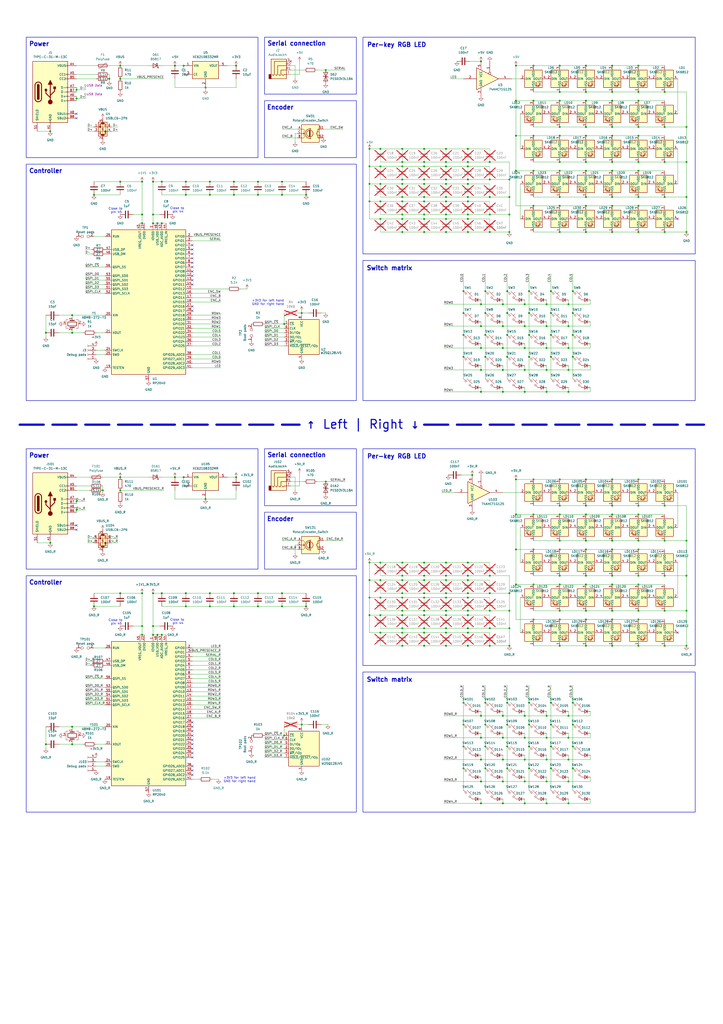
<source format=kicad_sch>
(kicad_sch (version 20250114) (generator "eeschema") (generator_version "9.0")
  (paper "A2" portrait)
  (title_block (title "GDEK") (date "2025-02-01") (rev "0.1.0") (company "GilDev"))
  (rectangle (start 153.67 260.35) (end 207.01 293.37) (stroke (width 0.254)))
  (rectangle (start 15.24 334.01) (end 207.01 471.17) (stroke (width 0.254)))
  (rectangle (start 153.67 21.59) (end 207.01 54.61) (stroke (width 0.254)))
  (rectangle (start 210.82 260.35) (end 403.86 386.08) (stroke (width 0.254)))
  (rectangle (start 210.82 21.59) (end 403.86 147.32) (stroke (width 0.254)))
  (rectangle (start 210.82 151.13) (end 403.86 232.41) (stroke (width 0.254)))
  (rectangle (start 153.67 58.42) (end 207.01 91.44) (stroke (width 0.254)))
  (rectangle (start 15.24 260.35) (end 149.86 330.2) (stroke (width 0.254)))
  (rectangle (start 153.67 297.18) (end 207.01 330.2) (stroke (width 0.254)))
  (rectangle (start 210.82 389.89) (end 403.86 471.17) (stroke (width 0.254)))
  (rectangle (start 15.24 21.59) (end 149.86 91.44) (stroke (width 0.254)))
  (rectangle (start 15.24 95.25) (end 207.01 232.41) (stroke (width 0.254)))
  (text "Close to \npin 44" (at 103.378 121.92 0) (effects (font (size 1.27 1.27))))
  (text "Power" (at 16.764 262.89 0) (effects (font (size 2.54 2.54) (thickness 0.508) (bold yes)) (justify left top)))
  (text "+3V3 for left hand\nGND for right hand" (at 155.702 175.514 0) (effects (font (size 1.27 1.27))))
  (text "Per-key RGB LED" (at 213.106 24.638 0) (effects (font (size 2.54 2.54) (thickness 0.508) (bold yes)) (justify left top)))
  (text "Switch matrix" (at 212.852 392.938 0) (effects (font (size 2.54 2.54) (thickness 0.508) (bold yes)) (justify left top)))
  (text "Serial connection" (at 155.194 23.876 0) (effects (font (size 2.54 2.54) (thickness 0.508) (bold yes)) (justify left top)))
  (text "Switch matrix" (at 212.852 154.178 0) (effects (font (size 2.54 2.54) (thickness 0.508) (bold yes)) (justify left top)))
  (text "Close to \npin 45" (at 67.564 122.174 0) (effects (font (size 1.27 1.27))))
  (text "Close to \npin 44" (at 103.378 360.68 0) (effects (font (size 1.27 1.27))))
  (text "Controller" (at 16.764 336.55 0) (effects (font (size 2.54 2.54) (thickness 0.508) (bold yes)) (justify left top)))
  (text "Encoder" (at 154.94 299.72 0) (effects (font (size 2.54 2.54) (thickness 0.508) (bold yes)) (justify left top)))
  (text "Close to \npin 45" (at 67.564 360.934 0) (effects (font (size 1.27 1.27))))
  (text "+3V3 for left hand\nGND for right hand" (at 139.192 452.374 0) (effects (font (size 1.27 1.27))))
  (text "Per-key RGB LED" (at 213.106 263.398 0) (effects (font (size 2.54 2.54) (thickness 0.508) (bold yes)) (justify left top)))
  (text "Serial connection" (at 155.194 262.636 0) (effects (font (size 2.54 2.54) (thickness 0.508) (bold yes)) (justify left top)))
  (text "Controller" (at 16.764 97.79 0) (effects (font (size 2.54 2.54) (thickness 0.508) (bold yes)) (justify left top)))
  (text "Encoder" (at 154.94 60.96 0) (effects (font (size 2.54 2.54) (thickness 0.508) (bold yes)) (justify left top)))
  (text "Power" (at 16.764 24.13 0) (effects (font (size 2.54 2.54) (thickness 0.508) (bold yes)) (justify left top)))
  (text "↑ Left | Right ↓" (at 210.82 246.38 0) (effects (font (size 5.08 5.08) (thickness 0.635))))
  (junction (at 294.64 207.01))
  (junction (at 107.95 344.17))
  (junction (at 214.63 336.55))
  (junction (at 246.38 86.36))
  (junction (at 304.8 214.63))
  (junction (at 340.36 119.38))
  (junction (at 295.91 134.62))
  (junction (at 370.84 339.09))
  (junction (at 304.8 189.23))
  (junction (at 304.8 176.53))
  (junction (at 284.48 134.62))
  (junction (at 220.98 86.36))
  (junction (at 271.78 336.55))
  (junction (at 233.68 116.84))
  (junction (at 44.45 52.07))
  (junction (at 355.6 339.09))
  (junction (at 246.38 344.17))
  (junction (at 246.38 104.14))
  (junction (at 271.78 334.01))
  (junction (at 29.21 76.2))
  (junction (at 246.38 356.87))
  (junction (at 121.92 105.41))
  (junction (at 370.84 99.06))
  (junction (at 332.74 420.37))
  (junction (at 101.6 276.86))
  (junction (at 398.78 374.65))
  (junction (at 88.9 129.54))
  (junction (at 340.36 313.69))
  (junction (at 233.68 114.3))
  (junction (at 292.1 427.99))
  (junction (at 26.67 431.8))
  (junction (at 246.38 106.68))
  (junction (at 320.04 407.67))
  (junction (at 220.98 127))
  (junction (at 121.92 344.17))
  (junction (at 220.98 346.71))
  (junction (at 317.5 440.69))
  (junction (at 325.12 374.65))
  (junction (at 214.63 356.87))
  (junction (at 233.68 104.14))
  (junction (at 259.08 364.49))
  (junction (at 163.83 105.41))
  (junction (at 398.78 354.33))
  (junction (at 271.78 354.33))
  (junction (at 220.98 116.84))
  (junction (at 220.98 336.55))
  (junction (at 233.68 127))
  (junction (at 82.55 124.46))
  (junction (at 93.98 344.17))
  (junction (at 69.85 38.1))
  (junction (at 259.08 104.14))
  (junction (at 325.12 318.77))
  (junction (at 259.08 86.36))
  (junction (at 259.08 346.71))
  (junction (at 82.55 105.41))
  (junction (at 107.95 105.41))
  (junction (at 299.72 58.42))
  (junction (at 165.1 187.96))
  (junction (at 44.45 290.83))
  (junction (at 271.78 346.71))
  (junction (at 177.8 113.03))
  (junction (at 259.08 116.84))
  (junction (at 292.1 466.09))
  (junction (at 294.64 181.61))
  (junction (at 82.55 363.22))
  (junction (at 340.36 374.65))
  (junction (at 304.8 415.29))
  (junction (at 355.6 53.34))
  (junction (at 370.84 374.65))
  (junction (at 69.85 276.86))
  (junction (at 386.08 134.62))
  (junction (at 233.68 86.36))
  (junction (at 307.34 407.67))
  (junction (at 63.5 45.72))
  (junction (at 355.6 374.65))
  (junction (at 279.4 427.99))
  (junction (at 309.88 318.77))
  (junction (at 214.63 106.68))
  (junction (at 41.91 193.04))
  (junction (at 325.12 58.42))
  (junction (at 54.61 351.79))
  (junction (at 317.5 466.09))
  (junction (at 246.38 374.65))
  (junction (at 175.26 181.61))
  (junction (at 317.5 427.99))
  (junction (at 340.36 334.01))
  (junction (at 279.4 440.69))
  (junction (at 106.68 38.1))
  (junction (at 269.24 420.37))
  (junction (at 233.68 354.33))
  (junction (at 340.36 38.1))
  (junction (at 233.68 93.98))
  (junction (at 370.84 38.1))
  (junction (at 292.1 227.33))
  (junction (at 93.98 105.41))
  (junction (at 220.98 356.87))
  (junction (at 320.04 194.31))
  (junction (at 295.91 344.17))
  (junction (at 93.98 129.54))
  (junction (at 320.04 433.07))
  (junction (at 299.72 78.74))
  (junction (at 233.68 106.68))
  (junction (at 304.8 440.69))
  (junction (at 269.24 194.31))
  (junction (at 309.88 278.13))
  (junction (at 82.55 344.17))
  (junction (at 355.6 278.13))
  (junction (at 355.6 313.69))
  (junction (at 259.08 114.3))
  (junction (at 386.08 334.01))
  (junction (at 386.08 73.66))
  (junction (at 370.84 114.3))
  (junction (at 386.08 114.3))
  (junction (at 259.08 326.39))
  (junction (at 279.4 189.23))
  (junction (at 271.78 106.68))
  (junction (at 292.1 440.69))
  (junction (at 340.36 114.3))
  (junction (at 325.12 73.66))
  (junction (at 246.38 354.33))
  (junction (at 233.68 334.01))
  (junction (at 119.38 50.8))
  (junction (at 355.6 93.98))
  (junction (at 44.45 57.15))
  (junction (at 163.83 344.17))
  (junction (at 370.84 53.34))
  (junction (at 107.95 351.79))
  (junction (at 121.92 351.79))
  (junction (at 69.85 344.17))
  (junction (at 279.4 415.29))
  (junction (at 233.68 344.17))
  (junction (at 135.89 351.79))
  (junction (at 340.36 339.09))
  (junction (at 271.78 104.14))
  (junction (at 271.78 344.17))
  (junction (at 69.85 45.72))
  (junction (at 294.64 433.07))
  (junction (at 259.08 127))
  (junction (at 307.34 445.77))
  (junction (at 165.1 426.72))
  (junction (at 332.74 194.31))
  (junction (at 269.24 207.01))
  (junction (at 189.23 40.64))
  (junction (at 299.72 318.77))
  (junction (at 233.68 326.39))
  (junction (at 370.84 359.41))
  (junction (at 135.89 113.03))
  (junction (at 295.91 364.49))
  (junction (at 309.88 58.42))
  (junction (at 246.38 326.39))
  (junction (at 317.5 176.53))
  (junction (at 292.1 453.39))
  (junction (at 214.63 326.39))
  (junction (at 340.36 293.37))
  (junction (at 41.91 431.8))
  (junction (at 325.12 359.41))
  (junction (at 340.36 78.74))
  (junction (at 325.12 78.74))
  (junction (at 370.84 134.62))
  (junction (at 259.08 374.65))
  (junction (at 233.68 374.65))
  (junction (at 214.63 86.36))
  (junction (at 41.91 421.64))
  (junction (at 69.85 284.48))
  (junction (at 307.34 181.61))
  (junction (at 330.2 453.39))
  (junction (at 284.48 334.01))
  (junction (at 325.12 278.13))
  (junction (at 304.8 227.33))
  (junction (at 294.64 407.67))
  (junction (at 137.16 38.1))
  (junction (at 294.64 420.37))
  (junction (at 101.6 38.1))
  (junction (at 107.95 113.03))
  (junction (at 281.94 194.31))
  (junction (at 271.78 96.52))
  (junction (at 88.9 368.3))
  (junction (at 320.04 445.77))
  (junction (at 309.88 38.1))
  (junction (at 299.72 298.45))
  (junction (at 309.88 298.45))
  (junction (at 340.36 53.34))
  (junction (at 177.8 351.79))
  (junction (at 325.12 99.06))
  (junction (at 269.24 445.77))
  (junction (at 269.24 181.61))
  (junction (at 106.68 276.86))
  (junction (at 189.23 279.4))
  (junction (at 355.6 99.06))
  (junction (at 26.67 193.04))
  (junction (at 281.94 407.67))
  (junction (at 220.98 326.39))
  (junction (at 284.48 93.98))
  (junction (at 332.74 181.61))
  (junction (at 307.34 207.01))
  (junction (at 340.36 298.45))
  (junction (at 325.12 334.01))
  (junction (at 309.88 99.06))
  (junction (at 325.12 313.69))
  (junction (at 279.4 466.09))
  (junction (at 259.08 124.46))
  (junction (at 93.98 368.3))
  (junction (at 325.12 38.1))
  (junction (at 135.89 105.41))
  (junction (at 304.8 427.99))
  (junction (at 386.08 354.33))
  (junction (at 246.38 134.62))
  (junction (at 317.5 227.33))
  (junction (at 332.74 207.01))
  (junction (at 398.78 313.69))
  (junction (at 284.48 354.33))
  (junction (at 317.5 214.63))
  (junction (at 370.84 313.69))
  (junction (at 259.08 134.62))
  (junction (at 317.5 201.93))
  (junction (at 279.4 453.39))
  (junction (at 246.38 334.01))
  (junction (at 54.61 113.03))
  (junction (at 355.6 78.74))
  (junction (at 294.64 445.77))
  (junction (at 370.84 354.33))
  (junction (at 330.2 440.69))
  (junction (at 330.2 466.09))
  (junction (at 355.6 359.41))
  (junction (at 259.08 96.52))
  (junction (at 370.84 119.38))
  (junction (at 246.38 336.55))
  (junction (at 271.78 114.3))
  (junction (at 325.12 293.37))
  (junction (at 259.08 367.03))
  (junction (at 295.91 114.3))
  (junction (at 233.68 96.52))
  (junction (at 88.9 105.41))
  (junction (at 246.38 114.3))
  (junction (at 281.94 181.61))
  (junction (at 281.94 445.77))
  (junction (at 246.38 346.71))
  (junction (at 88.9 344.17))
  (junction (at 284.48 374.65))
  (junction (at 281.94 168.91))
  (junction (at 214.63 96.52))
  (junction (at 271.78 367.03))
  (junction (at 325.12 93.98))
  (junction (at 370.84 58.42))
  (junction (at 299.72 278.13))
  (junction (at 330.2 427.99))
  (junction (at 355.6 38.1))
  (junction (at 386.08 313.69))
  (junction (at 309.88 119.38))
  (junction (at 137.16 276.86))
  (junction (at 355.6 58.42))
  (junction (at 295.91 354.33))
  (junction (at 59.69 284.48))
  (junction (at 340.36 359.41))
  (junction (at 398.78 334.01))
  (junction (at 271.78 127))
  (junction (at 398.78 93.98))
  (junction (at 82.55 129.54))
  (junction (at 398.78 73.66))
  (junction (at 220.98 96.52))
  (junction (at 82.55 368.3))
  (junction (at 271.78 93.98))
  (junction (at 325.12 354.33))
  (junction (at 246.38 96.52))
  (junction (at 332.74 433.07))
  (junction (at 259.08 336.55))
  (junction (at 279.4 35.56))
  (junction (at 44.45 295.91))
  (junction (at 330.2 201.93))
  (junction (at 259.08 344.17))
  (junction (at 269.24 407.67))
  (junction (at 41.91 182.88))
  (junction (at 299.72 99.06))
  (junction (at 233.68 364.49))
  (junction (at 279.4 176.53))
  (junction (at 317.5 453.39))
  (junction (at 307.34 420.37))
  (junction (at 320.04 207.01))
  (junction (at 398.78 114.3))
  (junction (at 284.48 114.3))
  (junction (at 304.8 201.93))
  (junction (at 284.48 124.46))
  (junction (at 355.6 134.62))
  (junction (at 340.36 278.13))
  (junction (at 88.9 124.46))
  (junction (at 320.04 168.91))
  (junction (at 299.72 38.1))
  (junction (at 175.26 420.37))
  (junction (at 69.85 105.41))
  (junction (at 271.78 124.46))
  (junction (at 320.04 181.61))
  (junction (at 149.86 105.41))
  (junction (at 325.12 53.34))
  (junction (at 309.88 339.09))
  (junction (at 284.48 104.14))
  (junction (at 292.1 176.53))
  (junction (at 325.12 298.45))
  (junction (at 370.84 318.77))
  (junction (at 233.68 346.71))
  (junction (at 246.38 116.84))
  (junction (at 149.86 113.03))
  (junction (at 246.38 364.49))
  (junction (at 292.1 415.29))
  (junction (at 295.91 374.65))
  (junction (at 340.36 318.77))
  (junction (at 299.72 339.09))
  (junction (at 355.6 354.33))
  (junction (at 307.34 433.07))
  (junction (at 121.92 113.03))
  (junction (at 271.78 116.84))
  (junction (at 233.68 367.03))
  (junction (at 269.24 433.07))
  (junction (at 271.78 374.65))
  (junction (at 281.94 433.07))
  (junction (at 386.08 293.37))
  (junction (at 271.78 134.62))
  (junction (at 259.08 354.33))
  (junction (at 325.12 134.62))
  (junction (at 246.38 93.98))
  (junction (at 163.83 113.03))
  (junction (at 330.2 189.23))
  (junction (at 325.12 114.3))
  (junction (at 355.6 114.3))
  (junction (at 370.84 298.45))
  (junction (at 304.8 453.39))
  (junction (at 307.34 194.31))
  (junction (at 294.64 194.31))
  (junction (at 281.94 207.01))
  (junction (at 149.86 344.17))
  (junction (at 340.36 73.66))
  (junction (at 246.38 367.03))
  (junction (at 330.2 176.53))
  (junction (at 259.08 106.68))
  (junction (at 274.32 275.59))
  (junction (at 149.86 351.79))
  (junction (at 233.68 356.87))
  (junction (at 220.98 106.68))
  (junction (at 320.04 420.37))
  (junction (at 370.84 78.74))
  (junction (at 370.84 93.98))
  (junction (at 340.36 99.06))
  (junction (at 317.5 189.23))
  (junction (at 325.12 339.09))
  (junction (at 370.84 334.01))
  (junction (at 386.08 93.98))
  (junction (at 259.08 356.87))
  (junction (at 332.74 407.67))
  (junction (at 281.94 420.37))
  (junction (at 292.1 201.93))
  (junction (at 355.6 298.45))
  (junction (at 292.1 214.63))
  (junction (at 233.68 134.62))
  (junction (at 271.78 86.36))
  (junction (at 259.08 334.01))
  (junction (at 355.6 73.66))
  (junction (at 292.1 189.23))
  (junction (at 398.78 134.62))
  (junction (at 317.5 415.29))
  (junction (at 295.91 124.46))
  (junction (at 330.2 227.33))
  (junction (at 355.6 318.77))
  (junction (at 355.6 293.37))
  (junction (at 340.36 93.98))
  (junction (at 355.6 119.38))
  (junction (at 340.36 58.42))
  (junction (at 330.2 415.29))
  (junction (at 284.48 344.17))
  (junction (at 233.68 124.46))
  (junction (at 330.2 214.63))
  (junction (at 386.08 53.34))
  (junction (at 279.4 227.33))
  (junction (at 233.68 336.55))
  (junction (at 340.36 354.33))
  (junction (at 355.6 334.01))
  (junction (at 271.78 364.49))
  (junction (at 271.78 356.87))
  (junction (at 370.84 293.37))
  (junction (at 246.38 124.46))
  (junction (at 294.64 168.91))
  (junction (at 246.38 127))
  (junction (at 214.63 116.84))
  (junction (at 135.89 344.17))
  (junction (at 91.44 129.54))
  (junction (at 214.63 346.71))
  (junction (at 332.74 445.77))
  (junction (at 304.8 466.09))
  (junction (at 325.12 119.38))
  (junction (at 259.08 93.98))
  (junction (at 284.48 364.49))
  (junction (at 88.9 363.22))
  (junction (at 309.88 359.41))
  (junction (at 370.84 73.66))
  (junction (at 386.08 374.65))
  (junction (at 279.4 201.93))
  (junction (at 307.34 168.91))
  (junction (at 29.21 314.96))
  (junction (at 91.44 368.3))
  (junction (at 220.98 367.03))
  (junction (at 340.36 134.62))
  (junction (at 163.83 351.79))
  (junction (at 332.74 168.91))
  (junction (at 295.91 104.14))
  (junction (at 119.38 289.56))
  (junction (at 309.88 78.74))
  (junction (at 269.24 168.91))
  (junction (at 271.78 326.39))
  (junction (at 279.4 214.63))
  (junction (at 370.84 278.13))
  (no_connect (at 44.45 68.58))
  (no_connect (at 393.7 127))
  (no_connect (at 111.76 154.94))
  (no_connect (at 168.91 274.32))
  (no_connect (at 111.76 426.72))
  (no_connect (at 111.76 419.1))
  (no_connect (at 111.76 160.02))
  (no_connect (at 111.76 429.26))
  (no_connect (at 111.76 142.24))
  (no_connect (at 111.76 149.86))
  (no_connect (at 111.76 144.78))
  (no_connect (at 111.76 421.64))
  (no_connect (at 44.45 66.04))
  (no_connect (at 111.76 147.32))
  (no_connect (at 111.76 436.88))
  (no_connect (at 111.76 180.34))
  (no_connect (at 111.76 444.5))
  (no_connect (at 111.76 165.1))
  (no_connect (at 168.91 35.56))
  (no_connect (at 111.76 449.58))
  (no_connect (at 111.76 439.42))
  (no_connect (at 111.76 157.48))
  (no_connect (at 111.76 177.8))
  (no_connect (at 111.76 162.56))
  (no_connect (at 111.76 447.04))
  (no_connect (at 111.76 431.8))
  (no_connect (at 393.7 367.03))
  (no_connect (at 111.76 152.4))
  (no_connect (at 111.76 434.34))
  (no_connect (at 111.76 424.18))
  (no_connect (at 44.45 304.8))
  (no_connect (at 44.45 307.34))
  (wire (pts (xy 279.4 173.99) (xy 279.4 176.53)))
  (wire (pts (xy 220.98 367.03) (xy 233.68 367.03)))
  (wire (pts (xy 307.34 207.01) (xy 307.34 219.71)))
  (wire (pts (xy 149.86 344.17) (xy 163.83 344.17)))
  (wire (pts (xy 317.5 438.15) (xy 317.5 440.69)))
  (wire (pts (xy 55.88 43.18) (xy 44.45 43.18)))
  (wire (pts (xy 259.08 134.62) (xy 271.78 134.62)))
  (wire (pts (xy 246.38 106.68) (xy 259.08 106.68)))
  (wire (pts (xy 370.84 134.62) (xy 386.08 134.62)))
  (wire (pts (xy 284.48 364.49) (xy 295.91 364.49)))
  (wire (pts (xy 294.64 168.91) (xy 294.64 181.61)))
  (wire (pts (xy 49.53 57.15) (xy 44.45 57.15)))
  (wire (pts (xy 299.72 339.09) (xy 309.88 339.09)))
  (wire (pts (xy 299.72 38.1) (xy 309.88 38.1)))
  (wire (pts (xy 292.1 453.39) (xy 304.8 453.39)))
  (wire (pts (xy 101.6 38.1) (xy 106.68 38.1)))
  (wire (pts (xy 398.78 334.01) (xy 398.78 313.69)))
  (wire (pts (xy 257.81 415.29) (xy 279.4 415.29)))
  (wire (pts (xy 49.53 167.64) (xy 60.96 167.64)))
  (wire (pts (xy 281.94 407.67) (xy 281.94 420.37)))
  (wire (pts (xy 259.08 96.52) (xy 271.78 96.52)))
  (wire (pts (xy 41.91 193.04) (xy 48.26 193.04)))
  (wire (pts (xy 355.6 278.13) (xy 370.84 278.13)))
  (wire (pts (xy 317.5 227.33) (xy 330.2 227.33)))
  (wire (pts (xy 279.4 466.09) (xy 292.1 466.09)))
  (wire (pts (xy 214.63 356.87) (xy 220.98 356.87)))
  (wire (pts (xy 220.98 116.84) (xy 233.68 116.84)))
  (wire (pts (xy 309.88 99.06) (xy 325.12 99.06)))
  (wire (pts (xy 370.84 354.33) (xy 386.08 354.33)))
  (wire (pts (xy 257.81 189.23) (xy 279.4 189.23)))
  (wire (pts (xy 128.27 378.46) (xy 111.76 378.46)))
  (wire (pts (xy 271.78 356.87) (xy 284.48 356.87)))
  (wire (pts (xy 220.98 356.87) (xy 233.68 356.87)))
  (wire (pts (xy 299.72 318.77) (xy 299.72 339.09)))
  (wire (pts (xy 246.38 356.87) (xy 259.08 356.87)))
  (wire (pts (xy 304.8 176.53) (xy 317.5 176.53)))
  (wire (pts (xy 299.72 318.77) (xy 309.88 318.77)))
  (wire (pts (xy 340.36 293.37) (xy 355.6 293.37)))
  (wire (pts (xy 317.5 212.09) (xy 317.5 214.63)))
  (wire (pts (xy 179.07 420.37) (xy 175.26 420.37)))
  (wire (pts (xy 107.95 113.03) (xy 121.92 113.03)))
  (wire (pts (xy 111.76 393.7) (xy 128.27 393.7)))
  (wire (pts (xy 299.72 78.74) (xy 299.72 99.06)))
  (wire (pts (xy 153.67 187.96) (xy 165.1 187.96)))
  (wire (pts (xy 69.85 284.48) (xy 95.25 284.48)))
  (wire (pts (xy 44.45 57.15) (xy 44.45 58.42)))
  (wire (pts (xy 44.45 284.48) (xy 52.07 284.48)))
  (wire (pts (xy 393.7 86.36) (xy 393.7 106.68)))
  (wire (pts (xy 317.5 199.39) (xy 317.5 201.93)))
  (wire (pts (xy 279.4 415.29) (xy 292.1 415.29)))
  (wire (pts (xy 233.68 344.17) (xy 246.38 344.17)))
  (wire (pts (xy 325.12 114.3) (xy 340.36 114.3)))
  (wire (pts (xy 309.88 134.62) (xy 325.12 134.62)))
  (wire (pts (xy 81.28 129.54) (xy 82.55 129.54)))
  (wire (pts (xy 189.23 40.64) (xy 200.66 40.64)))
  (wire (pts (xy 246.38 104.14) (xy 259.08 104.14)))
  (wire (pts (xy 111.76 170.18) (xy 128.27 170.18)))
  (wire (pts (xy 309.88 38.1) (xy 325.12 38.1)))
  (wire (pts (xy 297.18 45.72) (xy 302.26 45.72)))
  (wire (pts (xy 370.84 58.42) (xy 386.08 58.42)))
  (wire (pts (xy 281.94 420.37) (xy 281.94 433.07)))
  (wire (pts (xy 233.68 114.3) (xy 246.38 114.3)))
  (wire (pts (xy 69.85 105.41) (xy 54.61 105.41)))
  (wire (pts (xy 299.72 58.42) (xy 309.88 58.42)))
  (wire (pts (xy 393.7 45.72) (xy 393.7 66.04)))
  (wire (pts (xy 173.99 281.94) (xy 173.99 274.32)))
  (wire (pts (xy 370.84 93.98) (xy 386.08 93.98)))
  (wire (pts (xy 163.83 313.69) (xy 172.72 313.69)))
  (wire (pts (xy 52.07 281.94) (xy 44.45 281.94)))
  (wire (pts (xy 175.26 181.61) (xy 175.26 182.88)))
  (wire (pts (xy 299.72 298.45) (xy 309.88 298.45)))
  (wire (pts (xy 257.81 427.99) (xy 279.4 427.99)))
  (wire (pts (xy 82.55 105.41) (xy 82.55 124.46)))
  (wire (pts (xy 21.59 314.96) (xy 29.21 314.96)))
  (wire (pts (xy 49.53 401.32) (xy 60.96 401.32)))
  (wire (pts (xy 325.12 298.45) (xy 340.36 298.45)))
  (wire (pts (xy 49.53 406.4) (xy 60.96 406.4)))
  (wire (pts (xy 281.94 397.51) (xy 281.94 407.67)))
  (wire (pts (xy 355.6 73.66) (xy 370.84 73.66)))
  (wire (pts (xy 317.5 214.63) (xy 330.2 214.63)))
  (wire (pts (xy 49.53 165.1) (xy 60.96 165.1)))
  (wire (pts (xy 88.9 344.17) (xy 93.98 344.17)))
  (wire (pts (xy 302.26 306.07) (xy 302.26 326.39)))
  (wire (pts (xy 281.94 168.91) (xy 281.94 181.61)))
  (wire (pts (xy 49.53 386.08) (xy 53.34 386.08)))
  (wire (pts (xy 309.88 114.3) (xy 325.12 114.3)))
  (wire (pts (xy 49.53 398.78) (xy 60.96 398.78)))
  (wire (pts (xy 370.84 298.45) (xy 386.08 298.45)))
  (wire (pts (xy 44.45 295.91) (xy 44.45 297.18)))
  (wire (pts (xy 325.12 313.69) (xy 340.36 313.69)))
  (wire (pts (xy 163.83 80.01) (xy 172.72 80.01)))
  (wire (pts (xy 279.4 463.55) (xy 279.4 466.09)))
  (wire (pts (xy 342.9 212.09) (xy 342.9 214.63)))
  (wire (pts (xy 302.26 66.04) (xy 302.26 86.36)))
  (wire (pts (xy 153.67 198.12) (xy 165.1 198.12)))
  (wire (pts (xy 325.12 134.62) (xy 340.36 134.62)))
  (wire (pts (xy 246.38 134.62) (xy 259.08 134.62)))
  (wire (pts (xy 269.24 407.67) (xy 269.24 420.37)))
  (wire (pts (xy 386.08 53.34) (xy 398.78 53.34)))
  (wire (pts (xy 111.76 193.04) (xy 128.27 193.04)))
  (wire (pts (xy 34.29 193.04) (xy 41.91 193.04)))
  (wire (pts (xy 111.76 408.94) (xy 128.27 408.94)))
  (wire (pts (xy 340.36 339.09) (xy 355.6 339.09)))
  (wire (pts (xy 330.2 440.69) (xy 342.9 440.69)))
  (wire (pts (xy 220.98 344.17) (xy 233.68 344.17)))
  (wire (pts (xy 332.74 433.07) (xy 332.74 445.77)))
  (wire (pts (xy 111.76 213.36) (xy 128.27 213.36)))
  (wire (pts (xy 220.98 326.39) (xy 233.68 326.39)))
  (wire (pts (xy 214.63 86.36) (xy 214.63 96.52)))
  (wire (pts (xy 259.08 124.46) (xy 271.78 124.46)))
  (wire (pts (xy 214.63 116.84) (xy 220.98 116.84)))
  (wire (pts (xy 304.8 224.79) (xy 304.8 227.33)))
  (wire (pts (xy 44.45 50.8) (xy 44.45 52.07)))
  (wire (pts (xy 317.5 440.69) (xy 330.2 440.69)))
  (wire (pts (xy 330.2 224.79) (xy 330.2 227.33)))
  (wire (pts (xy 69.85 45.72) (xy 95.25 45.72)))
  (wire (pts (xy 269.24 397.51) (xy 269.24 407.67)))
  (wire (pts (xy 281.94 207.01) (xy 281.94 219.71)))
  (wire (pts (xy 281.94 445.77) (xy 281.94 458.47)))
  (wire (pts (xy 168.91 279.4) (xy 176.53 279.4)))
  (wire (pts (xy 153.67 200.66) (xy 165.1 200.66)))
  (wire (pts (xy 295.91 354.33) (xy 295.91 364.49)))
  (wire (pts (xy 111.76 200.66) (xy 128.27 200.66)))
  (wire (pts (xy 187.96 74.93) (xy 199.39 74.93)))
  (wire (pts (xy 292.1 425.45) (xy 292.1 427.99)))
  (wire (pts (xy 153.67 434.34) (xy 165.1 434.34)))
  (wire (pts (xy 317.5 466.09) (xy 330.2 466.09)))
  (wire (pts (xy 69.85 344.17) (xy 54.61 344.17)))
  (wire (pts (xy 54.61 137.16) (xy 60.96 137.16)))
  (wire (pts (xy 355.6 119.38) (xy 370.84 119.38)))
  (wire (pts (xy 59.69 276.86) (xy 69.85 276.86)))
  (wire (pts (xy 279.4 453.39) (xy 292.1 453.39)))
  (wire (pts (xy 370.84 339.09) (xy 386.08 339.09)))
  (wire (pts (xy 246.38 124.46) (xy 259.08 124.46)))
  (wire (pts (xy 220.98 86.36) (xy 233.68 86.36)))
  (wire (pts (xy 370.84 374.65) (xy 386.08 374.65)))
  (wire (pts (xy 342.9 450.85) (xy 342.9 453.39)))
  (wire (pts (xy 271.78 367.03) (xy 284.48 367.03)))
  (wire (pts (xy 317.5 427.99) (xy 330.2 427.99)))
  (wire (pts (xy 220.98 104.14) (xy 233.68 104.14)))
  (wire (pts (xy 257.81 466.09) (xy 279.4 466.09)))
  (wire (pts (xy 309.88 278.13) (xy 325.12 278.13)))
  (wire (pts (xy 44.45 289.56) (xy 44.45 290.83)))
  (wire (pts (xy 370.84 334.01) (xy 386.08 334.01)))
  (wire (pts (xy 111.76 208.28) (xy 128.27 208.28)))
  (wire (pts (xy 279.4 427.99) (xy 292.1 427.99)))
  (wire (pts (xy 304.8 212.09) (xy 304.8 214.63)))
  (wire (pts (xy 398.78 354.33) (xy 398.78 334.01)))
  (wire (pts (xy 259.08 354.33) (xy 271.78 354.33)))
  (wire (pts (xy 233.68 346.71) (xy 246.38 346.71)))
  (wire (pts (xy 119.38 289.56) (xy 137.16 289.56)))
  (wire (pts (xy 340.36 114.3) (xy 355.6 114.3)))
  (wire (pts (xy 355.6 298.45) (xy 370.84 298.45)))
  (wire (pts (xy 220.98 127) (xy 233.68 127)))
  (wire (pts (xy 294.64 420.37) (xy 294.64 433.07)))
  (wire (pts (xy 246.38 354.33) (xy 259.08 354.33)))
  (wire (pts (xy 214.63 346.71) (xy 214.63 356.87)))
  (wire (pts (xy 93.98 351.79) (xy 107.95 351.79)))
  (wire (pts (xy 153.67 439.42) (xy 165.1 439.42)))
  (wire (pts (xy 261.62 45.72) (xy 269.24 45.72)))
  (wire (pts (xy 302.26 285.75) (xy 292.1 285.75)))
  (wire (pts (xy 184.15 40.64) (xy 189.23 40.64)))
  (wire (pts (xy 168.91 38.1) (xy 171.45 38.1)))
  (wire (pts (xy 77.47 363.22) (xy 82.55 363.22)))
  (wire (pts (xy 279.4 438.15) (xy 279.4 440.69)))
  (wire (pts (xy 330.2 214.63) (xy 342.9 214.63)))
  (wire (pts (xy 49.53 393.7) (xy 60.96 393.7)))
  (wire (pts (xy 214.63 96.52) (xy 214.63 106.68)))
  (wire (pts (xy 91.44 129.54) (xy 93.98 129.54)))
  (wire (pts (xy 214.63 367.03) (xy 220.98 367.03)))
  (wire (pts (xy 246.38 127) (xy 259.08 127)))
  (wire (pts (xy 214.63 106.68) (xy 214.63 116.84)))
  (wire (pts (xy 41.91 431.8) (xy 48.26 431.8)))
  (wire (pts (xy 59.69 281.94) (xy 59.69 284.48)))
  (wire (pts (xy 233.68 334.01) (xy 246.38 334.01)))
  (wire (pts (xy 257.81 453.39) (xy 279.4 453.39)))
  (wire (pts (xy 279.4 425.45) (xy 279.4 427.99)))
  (wire (pts (xy 149.86 351.79) (xy 163.83 351.79)))
  (wire (pts (xy 292.1 201.93) (xy 304.8 201.93)))
  (wire (pts (xy 340.36 93.98) (xy 355.6 93.98)))
  (wire (pts (xy 233.68 356.87) (xy 246.38 356.87)))
  (wire (pts (xy 93.98 105.41) (xy 107.95 105.41)))
  (wire (pts (xy 92.71 124.46) (xy 88.9 124.46)))
  (wire (pts (xy 340.36 99.06) (xy 355.6 99.06)))
  (wire (pts (xy 220.98 354.33) (xy 233.68 354.33)))
  (wire (pts (xy 317.5 425.45) (xy 317.5 427.99)))
  (wire (pts (xy 292.1 466.09) (xy 304.8 466.09)))
  (wire (pts (xy 259.08 367.03) (xy 271.78 367.03)))
  (wire (pts (xy 81.28 368.3) (xy 82.55 368.3)))
  (wire (pts (xy 342.9 412.75) (xy 342.9 415.29)))
  (wire (pts (xy 111.76 383.54) (xy 128.27 383.54)))
  (wire (pts (xy 330.2 212.09) (xy 330.2 214.63)))
  (wire (pts (xy 184.15 279.4) (xy 189.23 279.4)))
  (wire (pts (xy 111.76 175.26) (xy 128.27 175.26)))
  (wire (pts (xy 246.38 326.39) (xy 259.08 326.39)))
  (wire (pts (xy 271.78 354.33) (xy 284.48 354.33)))
  (wire (pts (xy 68.58 73.66) (xy 64.77 73.66)))
  (wire (pts (xy 59.69 285.75) (xy 59.69 284.48)))
  (wire (pts (xy 171.45 276.86) (xy 171.45 284.48)))
  (wire (pts (xy 309.88 313.69) (xy 325.12 313.69)))
  (wire (pts (xy 304.8 173.99) (xy 304.8 176.53)))
  (wire (pts (xy 44.45 55.88) (xy 44.45 57.15)))
  (wire (pts (xy 220.98 96.52) (xy 233.68 96.52)))
  (wire (pts (xy 317.5 189.23) (xy 330.2 189.23)))
  (wire (pts (xy 26.67 434.34) (xy 26.67 431.8)))
  (wire (pts (xy 294.64 407.67) (xy 294.64 420.37)))
  (wire (pts (xy 292.1 450.85) (xy 292.1 453.39)))
  (wire (pts (xy 330.2 427.99) (xy 342.9 427.99)))
  (wire (pts (xy 317.5 176.53) (xy 330.2 176.53)))
  (wire (pts (xy 284.48 334.01) (xy 295.91 334.01)))
  (wire (pts (xy 325.12 339.09) (xy 340.36 339.09)))
  (wire (pts (xy 41.91 193.04) (xy 41.91 191.77)))
  (wire (pts (xy 398.78 73.66) (xy 398.78 53.34)))
  (wire (pts (xy 284.48 114.3) (xy 295.91 114.3)))
  (wire (pts (xy 111.76 414.02) (xy 128.27 414.02)))
  (wire (pts (xy 292.1 173.99) (xy 292.1 176.53)))
  (wire (pts (xy 132.08 38.1) (xy 137.16 38.1)))
  (wire (pts (xy 325.12 58.42) (xy 340.36 58.42)))
  (wire (pts (xy 246.38 93.98) (xy 259.08 93.98)))
  (wire (pts (xy 259.08 346.71) (xy 271.78 346.71)))
  (wire (pts (xy 271.78 114.3) (xy 284.48 114.3)))
  (wire (pts (xy 168.91 40.64) (xy 176.53 40.64)))
  (wire (pts (xy 386.08 93.98) (xy 398.78 93.98)))
  (wire (pts (xy 302.26 346.71) (xy 302.26 367.03)))
  (wire (pts (xy 111.76 187.96) (xy 128.27 187.96)))
  (wire (pts (xy 355.6 354.33) (xy 370.84 354.33)))
  (wire (pts (xy 281.94 158.75) (xy 281.94 168.91)))
  (wire (pts (xy 281.94 433.07) (xy 281.94 445.77)))
  (wire (pts (xy 330.2 173.99) (xy 330.2 176.53)))
  (wire (pts (xy 172.72 181.61) (xy 175.26 181.61)))
  (wire (pts (xy 370.84 99.06) (xy 386.08 99.06)))
  (wire (pts (xy 41.91 182.88) (xy 41.91 184.15)))
  (wire (pts (xy 269.24 194.31) (xy 269.24 207.01)))
  (wire (pts (xy 214.63 336.55) (xy 220.98 336.55)))
  (wire (pts (xy 325.12 318.77) (xy 340.36 318.77)))
  (wire (pts (xy 259.08 114.3) (xy 271.78 114.3)))
  (wire (pts (xy 330.2 201.93) (xy 342.9 201.93)))
  (wire (pts (xy 355.6 114.3) (xy 370.84 114.3)))
  (wire (pts (xy 370.84 359.41) (xy 386.08 359.41)))
  (wire (pts (xy 370.84 53.34) (xy 386.08 53.34)))
  (wire (pts (xy 93.98 368.3) (xy 96.52 368.3)))
  (wire (pts (xy 121.92 113.03) (xy 135.89 113.03)))
  (wire (pts (xy 332.74 407.67) (xy 332.74 420.37)))
  (wire (pts (xy 267.97 275.59) (xy 274.32 275.59)))
  (wire (pts (xy 355.6 93.98) (xy 370.84 93.98)))
  (wire (pts (xy 246.38 364.49) (xy 259.08 364.49)))
  (wire (pts (xy 93.98 129.54) (xy 96.52 129.54)))
  (wire (pts (xy 307.34 407.67) (xy 307.34 420.37)))
  (wire (pts (xy 246.38 116.84) (xy 259.08 116.84)))
  (wire (pts (xy 317.5 173.99) (xy 317.5 176.53)))
  (wire (pts (xy 269.24 168.91) (xy 269.24 181.61)))
  (wire (pts (xy 304.8 453.39) (xy 317.5 453.39)))
  (wire (pts (xy 309.88 53.34) (xy 325.12 53.34)))
  (wire (pts (xy 257.81 201.93) (xy 279.4 201.93)))
  (wire (pts (xy 330.2 453.39) (xy 342.9 453.39)))
  (wire (pts (xy 271.78 124.46) (xy 284.48 124.46)))
  (wire (pts (xy 101.6 50.8) (xy 101.6 45.72)))
  (wire (pts (xy 49.53 295.91) (xy 44.45 295.91)))
  (wire (pts (xy 317.5 412.75) (xy 317.5 415.29)))
  (wire (pts (xy 279.4 412.75) (xy 279.4 415.29)))
  (wire (pts (xy 168.91 276.86) (xy 171.45 276.86)))
  (wire (pts (xy 111.76 210.82) (xy 128.27 210.82)))
  (wire (pts (xy 233.68 364.49) (xy 246.38 364.49)))
  (wire (pts (xy 342.9 463.55) (xy 342.9 466.09)))
  (wire (pts (xy 246.38 336.55) (xy 259.08 336.55)))
  (wire (pts (xy 111.76 411.48) (xy 128.27 411.48)))
  (wire (pts (xy 135.89 344.17) (xy 149.86 344.17)))
  (wire (pts (xy 299.72 119.38) (xy 309.88 119.38)))
  (wire (pts (xy 49.53 52.07) (xy 44.45 52.07)))
  (wire (pts (xy 259.08 326.39) (xy 271.78 326.39)))
  (wire (pts (xy 49.53 290.83) (xy 44.45 290.83)))
  (wire (pts (xy 386.08 293.37) (xy 398.78 293.37)))
  (wire (pts (xy 233.68 336.55) (xy 246.38 336.55)))
  (wire (pts (xy 355.6 38.1) (xy 370.84 38.1)))
  (wire (pts (xy 246.38 344.17) (xy 259.08 344.17)))
  (wire (pts (xy 325.12 359.41) (xy 340.36 359.41)))
  (wire (pts (xy 317.5 463.55) (xy 317.5 466.09)))
  (wire (pts (xy 34.29 421.64) (xy 41.91 421.64)))
  (wire (pts (xy 386.08 334.01) (xy 398.78 334.01)))
  (wire (pts (xy 294.64 397.51) (xy 294.64 407.67)))
  (wire (pts (xy 259.08 364.49) (xy 271.78 364.49)))
  (wire (pts (xy 172.72 420.37) (xy 175.26 420.37)))
  (wire (pts (xy 233.68 134.62) (xy 246.38 134.62)))
  (wire (pts (xy 386.08 114.3) (xy 398.78 114.3)))
  (wire (pts (xy 320.04 433.07) (xy 320.04 445.77)))
  (wire (pts (xy 63.5 38.1) (xy 69.85 38.1)))
  (wire (pts (xy 259.08 336.55) (xy 271.78 336.55)))
  (wire (pts (xy 121.92 105.41) (xy 135.89 105.41)))
  (wire (pts (xy 342.9 173.99) (xy 342.9 176.53)))
  (wire (pts (xy 49.53 162.56) (xy 60.96 162.56)))
  (wire (pts (xy 88.9 344.17) (xy 88.9 363.22)))
  (wire (pts (xy 304.8 427.99) (xy 317.5 427.99)))
  (wire (pts (xy 309.88 58.42) (xy 325.12 58.42)))
  (wire (pts (xy 137.16 289.56) (xy 137.16 284.48)))
  (wire (pts (xy 309.88 318.77) (xy 325.12 318.77)))
  (wire (pts (xy 342.9 438.15) (xy 342.9 440.69)))
  (wire (pts (xy 317.5 453.39) (xy 330.2 453.39)))
  (wire (pts (xy 259.08 104.14) (xy 271.78 104.14)))
  (wire (pts (xy 271.78 96.52) (xy 284.48 96.52)))
  (wire (pts (xy 26.67 195.58) (xy 26.67 193.04)))
  (wire (pts (xy 128.27 381) (xy 111.76 381)))
  (wire (pts (xy 259.08 127) (xy 271.78 127)))
  (wire (pts (xy 342.9 224.79) (xy 342.9 227.33)))
  (wire (pts (xy 269.24 433.07) (xy 269.24 445.77)))
  (wire (pts (xy 259.08 86.36) (xy 271.78 86.36)))
  (wire (pts (xy 271.78 134.62) (xy 284.48 134.62)))
  (wire (pts (xy 111.76 398.78) (xy 128.27 398.78)))
  (wire (pts (xy 284.48 344.17) (xy 295.91 344.17)))
  (wire (pts (xy 304.8 214.63) (xy 317.5 214.63)))
  (wire (pts (xy 370.84 278.13) (xy 386.08 278.13)))
  (wire (pts (xy 246.38 334.01) (xy 259.08 334.01)))
  (wire (pts (xy 332.74 207.01) (xy 332.74 219.71)))
  (wire (pts (xy 44.45 45.72) (xy 55.88 45.72)))
  (wire (pts (xy 214.63 346.71) (xy 220.98 346.71)))
  (wire (pts (xy 44.45 290.83) (xy 44.45 292.1)))
  (wire (pts (xy 284.48 93.98) (xy 295.91 93.98)))
  (wire (pts (xy 355.6 78.74) (xy 370.84 78.74)))
  (wire (pts (xy 320.04 407.67) (xy 320.04 420.37)))
  (wire (pts (xy 320.04 168.91) (xy 320.04 181.61)))
  (wire (pts (xy 325.12 374.65) (xy 340.36 374.65)))
  (wire (pts (xy 355.6 99.06) (xy 370.84 99.06)))
  (wire (pts (xy 271.78 374.65) (xy 284.48 374.65)))
  (wire (pts (xy 44.45 276.86) (xy 52.07 276.86)))
  (wire (pts (xy 233.68 354.33) (xy 246.38 354.33)))
  (wire (pts (xy 295.91 93.98) (xy 295.91 104.14)))
  (wire (pts (xy 279.4 214.63) (xy 292.1 214.63)))
  (wire (pts (xy 149.86 105.41) (xy 163.83 105.41)))
  (wire (pts (xy 257.81 440.69) (xy 279.4 440.69)))
  (wire (pts (xy 111.76 401.32) (xy 128.27 401.32)))
  (wire (pts (xy 175.26 180.34) (xy 175.26 181.61)))
  (wire (pts (xy 386.08 73.66) (xy 398.78 73.66)))
  (wire (pts (xy 91.44 368.3) (xy 93.98 368.3)))
  (wire (pts (xy 279.4 199.39) (xy 279.4 201.93)))
  (wire (pts (xy 173.99 43.18) (xy 173.99 35.56)))
  (wire (pts (xy 82.55 363.22) (xy 82.55 368.3)))
  (wire (pts (xy 271.78 93.98) (xy 284.48 93.98)))
  (wire (pts (xy 279.4 212.09) (xy 279.4 214.63)))
  (wire (pts (xy 128.27 139.7) (xy 111.76 139.7)))
  (wire (pts (xy 101.6 289.56) (xy 101.6 284.48)))
  (wire (pts (xy 325.12 73.66) (xy 340.36 73.66)))
  (wire (pts (xy 101.6 289.56) (xy 119.38 289.56)))
  (wire (pts (xy 294.64 445.77) (xy 294.64 458.47)))
  (wire (pts (xy 135.89 351.79) (xy 149.86 351.79)))
  (wire (pts (xy 317.5 224.79) (xy 317.5 227.33)))
  (wire (pts (xy 304.8 425.45) (xy 304.8 427.99)))
  (wire (pts (xy 88.9 368.3) (xy 91.44 368.3)))
  (wire (pts (xy 325.12 119.38) (xy 340.36 119.38)))
  (wire (pts (xy 330.2 227.33) (xy 342.9 227.33)))
  (wire (pts (xy 342.9 425.45) (xy 342.9 427.99)))
  (wire (pts (xy 370.84 293.37) (xy 386.08 293.37)))
  (wire (pts (xy 111.76 388.62) (xy 128.27 388.62)))
  (wire (pts (xy 171.45 77.47) (xy 172.72 77.47)))
  (wire (pts (xy 386.08 374.65) (xy 398.78 374.65)))
  (wire (pts (xy 269.24 181.61) (xy 269.24 194.31)))
  (wire (pts (xy 269.24 420.37) (xy 269.24 433.07)))
  (wire (pts (xy 55.88 441.96) (xy 60.96 441.96)))
  (wire (pts (xy 50.8 73.66) (xy 54.61 73.66)))
  (wire (pts (xy 139.7 167.64) (xy 143.51 167.64)))
  (wire (pts (xy 330.2 425.45) (xy 330.2 427.99)))
  (wire (pts (xy 49.53 144.78) (xy 53.34 144.78)))
  (wire (pts (xy 281.94 194.31) (xy 281.94 207.01)))
  (wire (pts (xy 259.08 334.01) (xy 271.78 334.01)))
  (wire (pts (xy 220.98 346.71) (xy 233.68 346.71)))
  (wire (pts (xy 340.36 53.34) (xy 355.6 53.34)))
  (wire (pts (xy 233.68 96.52) (xy 246.38 96.52)))
  (wire (pts (xy 292.1 438.15) (xy 292.1 440.69)))
  (wire (pts (xy 330.2 189.23) (xy 342.9 189.23)))
  (wire (pts (xy 320.04 158.75) (xy 320.04 168.91)))
  (wire (pts (xy 82.55 129.54) (xy 83.82 129.54)))
  (wire (pts (xy 111.76 452.12) (xy 115.57 452.12)))
  (wire (pts (xy 220.98 134.62) (xy 233.68 134.62)))
  (wire (pts (xy 119.38 52.07) (xy 119.38 50.8)))
  (wire (pts (xy 163.83 74.93) (xy 172.72 74.93)))
  (wire (pts (xy 233.68 106.68) (xy 246.38 106.68)))
  (wire (pts (xy 386.08 134.62) (xy 398.78 134.62)))
  (wire (pts (xy 307.34 194.31) (xy 307.34 207.01)))
  (wire (pts (xy 111.76 195.58) (xy 128.27 195.58)))
  (wire (pts (xy 271.78 364.49) (xy 284.48 364.49)))
  (wire (pts (xy 101.6 50.8) (xy 119.38 50.8)))
  (wire (pts (xy 294.64 207.01) (xy 294.64 219.71)))
  (wire (pts (xy 307.34 445.77) (xy 307.34 458.47)))
  (wire (pts (xy 179.07 181.61) (xy 175.26 181.61)))
  (wire (pts (xy 259.08 374.65) (xy 271.78 374.65)))
  (wire (pts (xy 355.6 293.37) (xy 370.84 293.37)))
  (wire (pts (xy 153.67 195.58) (xy 165.1 195.58)))
  (wire (pts (xy 340.36 334.01) (xy 355.6 334.01)))
  (wire (pts (xy 271.78 334.01) (xy 284.48 334.01)))
  (wire (pts (xy 299.72 278.13) (xy 309.88 278.13)))
  (wire (pts (xy 304.8 450.85) (xy 304.8 453.39)))
  (wire (pts (xy 233.68 127) (xy 246.38 127)))
  (wire (pts (xy 54.61 351.79) (xy 69.85 351.79)))
  (wire (pts (xy 355.6 58.42) (xy 370.84 58.42)))
  (wire (pts (xy 304.8 466.09) (xy 317.5 466.09)))
  (wire (pts (xy 82.55 344.17) (xy 82.55 363.22)))
  (wire (pts (xy 325.12 278.13) (xy 340.36 278.13)))
  (wire (pts (xy 55.88 203.2) (xy 60.96 203.2)))
  (wire (pts (xy 132.08 276.86) (xy 137.16 276.86)))
  (wire (pts (xy 69.85 38.1) (xy 86.36 38.1)))
  (wire (pts (xy 332.74 158.75) (xy 332.74 168.91)))
  (wire (pts (xy 111.76 182.88) (xy 128.27 182.88)))
  (wire (pts (xy 325.12 93.98) (xy 340.36 93.98)))
  (wire (pts (xy 330.2 450.85) (xy 330.2 453.39)))
  (wire (pts (xy 332.74 420.37) (xy 332.74 433.07)))
  (wire (pts (xy 175.26 420.37) (xy 175.26 421.64)))
  (wire (pts (xy 304.8 186.69) (xy 304.8 189.23)))
  (wire (pts (xy 355.6 318.77) (xy 370.84 318.77)))
  (wire (pts (xy 279.4 201.93) (xy 292.1 201.93)))
  (wire (pts (xy 292.1 214.63) (xy 304.8 214.63)))
  (wire (pts (xy 259.08 356.87) (xy 271.78 356.87)))
  (wire (pts (xy 294.64 181.61) (xy 294.64 194.31)))
  (wire (pts (xy 340.36 38.1) (xy 355.6 38.1)))
  (wire (pts (xy 257.81 227.33) (xy 279.4 227.33)))
  (wire (pts (xy 355.6 359.41) (xy 370.84 359.41)))
  (wire (pts (xy 309.88 298.45) (xy 325.12 298.45)))
  (wire (pts (xy 271.78 86.36) (xy 284.48 86.36)))
  (wire (pts (xy 279.4 186.69) (xy 279.4 189.23)))
  (wire (pts (xy 82.55 368.3) (xy 83.82 368.3)))
  (wire (pts (xy 370.84 114.3) (xy 386.08 114.3)))
  (wire (pts (xy 340.36 298.45) (xy 355.6 298.45)))
  (wire (pts (xy 309.88 354.33) (xy 325.12 354.33)))
  (wire (pts (xy 171.45 77.47) (xy 171.45 82.55)))
  (wire (pts (xy 370.84 318.77) (xy 386.08 318.77)))
  (wire (pts (xy 330.2 412.75) (xy 330.2 415.29)))
  (wire (pts (xy 165.1 181.61) (xy 165.1 187.96)))
  (wire (pts (xy 214.63 127) (xy 220.98 127)))
  (wire (pts (xy 269.24 207.01) (xy 269.24 219.71)))
  (wire (pts (xy 49.53 154.94) (xy 60.96 154.94)))
  (wire (pts (xy 246.38 114.3) (xy 259.08 114.3)))
  (wire (pts (xy 307.34 420.37) (xy 307.34 433.07)))
  (wire (pts (xy 309.88 334.01) (xy 325.12 334.01)))
  (wire (pts (xy 246.38 86.36) (xy 259.08 86.36)))
  (wire (pts (xy 119.38 50.8) (xy 137.16 50.8)))
  (wire (pts (xy 111.76 386.08) (xy 128.27 386.08)))
  (wire (pts (xy 168.91 281.94) (xy 173.99 281.94)))
  (wire (pts (xy 55.88 205.74) (xy 60.96 205.74)))
  (wire (pts (xy 137.16 50.8) (xy 137.16 45.72)))
  (wire (pts (xy 189.23 279.4) (xy 200.66 279.4)))
  (wire (pts (xy 292.1 224.79) (xy 292.1 227.33)))
  (wire (pts (xy 294.64 433.07) (xy 294.64 445.77)))
  (wire (pts (xy 111.76 403.86) (xy 128.27 403.86)))
  (wire (pts (xy 111.76 416.56) (xy 128.27 416.56)))
  (wire (pts (xy 257.81 176.53) (xy 279.4 176.53)))
  (wire (pts (xy 309.88 93.98) (xy 325.12 93.98)))
  (wire (pts (xy 332.74 194.31) (xy 332.74 207.01)))
  (wire (pts (xy 295.91 104.14) (xy 295.91 114.3)))
  (wire (pts (xy 292.1 427.99) (xy 304.8 427.99)))
  (wire (pts (xy 317.5 450.85) (xy 317.5 453.39)))
  (wire (pts (xy 292.1 199.39) (xy 292.1 201.93)))
  (wire (pts (xy 233.68 374.65) (xy 246.38 374.65)))
  (wire (pts (xy 88.9 129.54) (xy 91.44 129.54)))
  (wire (pts (xy 330.2 199.39) (xy 330.2 201.93)))
  (wire (pts (xy 128.27 137.16) (xy 111.76 137.16)))
  (wire (pts (xy 49.53 170.18) (xy 60.96 170.18)))
  (wire (pts (xy 295.91 114.3) (xy 295.91 124.46)))
  (wire (pts (xy 332.74 181.61) (xy 332.74 194.31)))
  (wire (pts (xy 295.91 334.01) (xy 295.91 344.17)))
  (wire (pts (xy 233.68 116.84) (xy 246.38 116.84)))
  (wire (pts (xy 307.34 168.91) (xy 307.34 181.61)))
  (wire (pts (xy 304.8 227.33) (xy 317.5 227.33)))
  (wire (pts (xy 370.84 78.74) (xy 386.08 78.74)))
  (wire (pts (xy 340.36 134.62) (xy 355.6 134.62)))
  (wire (pts (xy 342.9 199.39) (xy 342.9 201.93)))
  (wire (pts (xy 44.45 294.64) (xy 44.45 295.91)))
  (wire (pts (xy 292.1 440.69) (xy 304.8 440.69)))
  (wire (pts (xy 135.89 105.41) (xy 149.86 105.41)))
  (wire (pts (xy 292.1 176.53) (xy 304.8 176.53)))
  (wire (pts (xy 292.1 412.75) (xy 292.1 415.29)))
  (wire (pts (xy 88.9 105.41) (xy 93.98 105.41)))
  (wire (pts (xy 299.72 339.09) (xy 299.72 359.41)))
  (wire (pts (xy 330.2 176.53) (xy 342.9 176.53)))
  (wire (pts (xy 123.19 452.12) (xy 127 452.12)))
  (wire (pts (xy 325.12 334.01) (xy 340.36 334.01)))
  (wire (pts (xy 279.4 450.85) (xy 279.4 453.39)))
  (wire (pts (xy 355.6 53.34) (xy 370.84 53.34)))
  (wire (pts (xy 111.76 172.72) (xy 128.27 172.72)))
  (wire (pts (xy 149.86 113.03) (xy 163.83 113.03)))
  (wire (pts (xy 325.12 293.37) (xy 340.36 293.37)))
  (wire (pts (xy 398.78 134.62) (xy 398.78 114.3)))
  (wire (pts (xy 189.23 181.61) (xy 186.69 181.61)))
  (wire (pts (xy 320.04 181.61) (xy 320.04 194.31)))
  (wire (pts (xy 214.63 336.55) (xy 214.63 346.71)))
  (wire (pts (xy 168.91 43.18) (xy 173.99 43.18)))
  (wire (pts (xy 233.68 124.46) (xy 246.38 124.46)))
  (wire (pts (xy 220.98 336.55) (xy 233.68 336.55)))
  (wire (pts (xy 393.7 285.75) (xy 393.7 306.07)))
  (wire (pts (xy 304.8 412.75) (xy 304.8 415.29)))
  (wire (pts (xy 50.8 314.96) (xy 54.61 314.96)))
  (wire (pts (xy 233.68 326.39) (xy 246.38 326.39)))
  (wire (pts (xy 259.08 93.98) (xy 271.78 93.98)))
  (wire (pts (xy 175.26 419.1) (xy 175.26 420.37)))
  (wire (pts (xy 259.08 344.17) (xy 271.78 344.17)))
  (wire (pts (xy 69.85 105.41) (xy 82.55 105.41)))
  (wire (pts (xy 299.72 298.45) (xy 299.72 318.77)))
  (wire (pts (xy 325.12 99.06) (xy 340.36 99.06)))
  (wire (pts (xy 257.81 214.63) (xy 279.4 214.63)))
  (wire (pts (xy 93.98 38.1) (xy 101.6 38.1)))
  (wire (pts (xy 220.98 364.49) (xy 233.68 364.49)))
  (wire (pts (xy 111.76 406.4) (xy 128.27 406.4)))
  (wire (pts (xy 163.83 105.41) (xy 177.8 105.41)))
  (wire (pts (xy 304.8 463.55) (xy 304.8 466.09)))
  (wire (pts (xy 107.95 105.41) (xy 121.92 105.41)))
  (wire (pts (xy 317.5 186.69) (xy 317.5 189.23)))
  (wire (pts (xy 393.7 326.39) (xy 393.7 346.71)))
  (wire (pts (xy 214.63 116.84) (xy 214.63 127)))
  (wire (pts (xy 355.6 334.01) (xy 370.84 334.01)))
  (wire (pts (xy 271.78 106.68) (xy 284.48 106.68)))
  (wire (pts (xy 304.8 438.15) (xy 304.8 440.69)))
  (wire (pts (xy 292.1 189.23) (xy 304.8 189.23)))
  (wire (pts (xy 370.84 119.38) (xy 386.08 119.38)))
  (wire (pts (xy 214.63 96.52) (xy 220.98 96.52)))
  (wire (pts (xy 50.8 312.42) (xy 54.61 312.42)))
  (wire (pts (xy 135.89 113.03) (xy 149.86 113.03)))
  (wire (pts (xy 246.38 96.52) (xy 259.08 96.52)))
  (wire (pts (xy 214.63 356.87) (xy 214.63 367.03)))
  (wire (pts (xy 299.72 38.1) (xy 299.72 58.42)))
  (wire (pts (xy 54.61 375.92) (xy 60.96 375.92)))
  (wire (pts (xy 279.4 440.69) (xy 292.1 440.69)))
  (wire (pts (xy 233.68 86.36) (xy 246.38 86.36)))
  (wire (pts (xy 259.08 106.68) (xy 271.78 106.68)))
  (wire (pts (xy 309.88 374.65) (xy 325.12 374.65)))
  (wire (pts (xy 220.98 93.98) (xy 233.68 93.98)))
  (wire (pts (xy 55.88 193.04) (xy 60.96 193.04)))
  (wire (pts (xy 309.88 339.09) (xy 325.12 339.09)))
  (wire (pts (xy 49.53 160.02) (xy 60.96 160.02)))
  (wire (pts (xy 332.74 397.51) (xy 332.74 407.67)))
  (wire (pts (xy 269.24 445.77) (xy 269.24 458.47)))
  (wire (pts (xy 163.83 344.17) (xy 177.8 344.17)))
  (wire (pts (xy 317.5 201.93) (xy 330.2 201.93)))
  (wire (pts (xy 88.9 368.3) (xy 88.9 363.22)))
  (wire (pts (xy 340.36 374.65) (xy 355.6 374.65)))
  (wire (pts (xy 299.72 78.74) (xy 309.88 78.74)))
  (wire (pts (xy 398.78 374.65) (xy 398.78 354.33)))
  (wire (pts (xy 309.88 73.66) (xy 325.12 73.66)))
  (wire (pts (xy 330.2 415.29) (xy 342.9 415.29)))
  (wire (pts (xy 325.12 38.1) (xy 340.36 38.1)))
  (wire (pts (xy 340.36 354.33) (xy 355.6 354.33)))
  (wire (pts (xy 299.72 99.06) (xy 299.72 119.38)))
  (wire (pts (xy 279.4 189.23) (xy 292.1 189.23)))
  (wire (pts (xy 153.67 426.72) (xy 165.1 426.72)))
  (wire (pts (xy 101.6 276.86) (xy 106.68 276.86)))
  (wire (pts (xy 49.53 383.54) (xy 53.34 383.54)))
  (wire (pts (xy 214.63 326.39) (xy 220.98 326.39)))
  (wire (pts (xy 309.88 78.74) (xy 325.12 78.74)))
  (wire (pts (xy 330.2 463.55) (xy 330.2 466.09)))
  (wire (pts (xy 325.12 354.33) (xy 340.36 354.33)))
  (wire (pts (xy 44.45 52.07) (xy 44.45 53.34)))
  (wire (pts (xy 340.36 58.42) (xy 355.6 58.42)))
  (wire (pts (xy 69.85 276.86) (xy 86.36 276.86)))
  (wire (pts (xy 271.78 116.84) (xy 284.48 116.84)))
  (wire (pts (xy 309.88 119.38) (xy 325.12 119.38)))
  (wire (pts (xy 304.8 189.23) (xy 317.5 189.23)))
  (wire (pts (xy 292.1 463.55) (xy 292.1 466.09)))
  (wire (pts (xy 317.5 415.29) (xy 330.2 415.29)))
  (wire (pts (xy 370.84 38.1) (xy 386.08 38.1)))
  (wire (pts (xy 93.98 113.03) (xy 107.95 113.03)))
  (wire (pts (xy 309.88 293.37) (xy 325.12 293.37)))
  (wire (pts (xy 69.85 344.17) (xy 82.55 344.17)))
  (wire (pts (xy 295.91 364.49) (xy 295.91 374.65)))
  (wire (pts (xy 55.88 444.5) (xy 60.96 444.5)))
  (wire (pts (xy 292.1 186.69) (xy 292.1 189.23)))
  (wire (pts (xy 111.76 391.16) (xy 128.27 391.16)))
  (wire (pts (xy 220.98 106.68) (xy 233.68 106.68)))
  (wire (pts (xy 320.04 397.51) (xy 320.04 407.67)))
  (wire (pts (xy 49.53 408.94) (xy 60.96 408.94)))
  (wire (pts (xy 340.36 359.41) (xy 355.6 359.41)))
  (wire (pts (xy 34.29 182.88) (xy 41.91 182.88)))
  (wire (pts (xy 279.4 176.53) (xy 292.1 176.53)))
  (wire (pts (xy 355.6 339.09) (xy 370.84 339.09)))
  (wire (pts (xy 294.64 194.31) (xy 294.64 207.01)))
  (wire (pts (xy 295.91 124.46) (xy 295.91 134.62)))
  (wire (pts (xy 279.4 224.79) (xy 279.4 227.33)))
  (wire (pts (xy 299.72 99.06) (xy 309.88 99.06)))
  (wire (pts (xy 214.63 326.39) (xy 214.63 336.55)))
  (wire (pts (xy 304.8 415.29) (xy 317.5 415.29)))
  (wire (pts (xy 68.58 76.2) (xy 64.77 76.2)))
  (wire (pts (xy 284.48 104.14) (xy 295.91 104.14)))
  (wire (pts (xy 332.74 168.91) (xy 332.74 181.61)))
  (wire (pts (xy 398.78 313.69) (xy 398.78 293.37)))
  (wire (pts (xy 330.2 186.69) (xy 330.2 189.23)))
  (wire (pts (xy 256.54 285.75) (xy 264.16 285.75)))
  (polyline (pts (xy 246.38 246.38) (xy 408.94 246.38)) (stroke (width 1.27) (type dash)))
  (wire (pts (xy 271.78 104.14) (xy 284.48 104.14)))
  (wire (pts (xy 93.98 276.86) (xy 101.6 276.86)))
  (wire (pts (xy 273.05 35.56) (xy 279.4 35.56)))
  (wire (pts (xy 128.27 375.92) (xy 111.76 375.92)))
  (wire (pts (xy 355.6 374.65) (xy 370.84 374.65)))
  (wire (pts (xy 92.71 363.22) (xy 88.9 363.22)))
  (wire (pts (xy 187.96 313.69) (xy 199.39 313.69)))
  (wire (pts (xy 132.08 167.64) (xy 111.76 167.64)))
  (wire (pts (xy 340.36 119.38) (xy 355.6 119.38)))
  (wire (pts (xy 304.8 199.39) (xy 304.8 201.93)))
  (wire (pts (xy 49.53 403.86) (xy 60.96 403.86)))
  (wire (pts (xy 49.53 147.32) (xy 53.34 147.32)))
  (wire (pts (xy 41.91 421.64) (xy 41.91 422.91)))
  (wire (pts (xy 34.29 431.8) (xy 41.91 431.8)))
  (wire (pts (xy 246.38 367.03) (xy 259.08 367.03)))
  (wire (pts (xy 111.76 205.74) (xy 128.27 205.74)))
  (wire (pts (xy 68.58 312.42) (xy 64.77 312.42)))
  (wire (pts (xy 26.67 421.64) (xy 26.67 431.8)))
  (wire (pts (xy 299.72 58.42) (xy 299.72 78.74)))
  (wire (pts (xy 284.48 124.46) (xy 295.91 124.46)))
  (wire (pts (xy 299.72 359.41) (xy 309.88 359.41)))
  (wire (pts (xy 325.12 78.74) (xy 340.36 78.74)))
  (wire (pts (xy 340.36 313.69) (xy 355.6 313.69)))
  (wire (pts (xy 269.24 158.75) (xy 269.24 168.91)))
  (wire (pts (xy 68.58 314.96) (xy 64.77 314.96)))
  (wire (pts (xy 340.36 73.66) (xy 355.6 73.66)))
  (wire (pts (xy 284.48 374.65) (xy 295.91 374.65)))
  (wire (pts (xy 330.2 466.09) (xy 342.9 466.09)))
  (wire (pts (xy 292.1 415.29) (xy 304.8 415.29)))
  (wire (pts (xy 259.08 116.84) (xy 271.78 116.84)))
  (wire (pts (xy 21.59 76.2) (xy 29.21 76.2)))
  (wire (pts (xy 121.92 344.17) (xy 135.89 344.17)))
  (wire (pts (xy 26.67 182.88) (xy 26.67 193.04)))
  (wire (pts (xy 153.67 436.88) (xy 165.1 436.88)))
  (wire (pts (xy 171.45 38.1) (xy 171.45 45.72)))
  (wire (pts (xy 342.9 186.69) (xy 342.9 189.23)))
  (wire (pts (xy 294.64 158.75) (xy 294.64 168.91)))
  (wire (pts (xy 220.98 374.65) (xy 233.68 374.65)))
  (wire (pts (xy 153.67 431.8) (xy 165.1 431.8)))
  (wire (pts (xy 171.45 316.23) (xy 171.45 321.31)))
  (wire (pts (xy 386.08 354.33) (xy 398.78 354.33)))
  (wire (pts (xy 163.83 318.77) (xy 172.72 318.77)))
  (polyline (pts (xy 11.43 246.38) (xy 173.99 246.38)) (stroke (width 1.27) (type dash)))
  (wire (pts (xy 386.08 313.69) (xy 398.78 313.69)))
  (wire (pts (xy 340.36 318.77) (xy 355.6 318.77)))
  (wire (pts (xy 63.5 46.99) (xy 63.5 45.72)))
  (wire (pts (xy 153.67 190.5) (xy 165.1 190.5)))
  (wire (pts (xy 307.34 158.75) (xy 307.34 168.91)))
  (wire (pts (xy 271.78 346.71) (xy 284.48 346.71)))
  (wire (pts (xy 111.76 198.12) (xy 128.27 198.12)))
  (wire (pts (xy 279.4 227.33) (xy 292.1 227.33)))
  (wire (pts (xy 233.68 104.14) (xy 246.38 104.14)))
  (wire (pts (xy 332.74 445.77) (xy 332.74 458.47)))
  (wire (pts (xy 220.98 114.3) (xy 233.68 114.3)))
  (wire (pts (xy 307.34 433.07) (xy 307.34 445.77)))
  (wire (pts (xy 304.8 201.93) (xy 317.5 201.93)))
  (wire (pts (xy 93.98 344.17) (xy 107.95 344.17)))
  (wire (pts (xy 320.04 445.77) (xy 320.04 458.47)))
  (wire (pts (xy 307.34 397.51) (xy 307.34 407.67)))
  (wire (pts (xy 355.6 134.62) (xy 370.84 134.62)))
  (wire (pts (xy 163.83 113.03) (xy 177.8 113.03)))
  (wire (pts (xy 153.67 429.26) (xy 165.1 429.26)))
  (wire (pts (xy 246.38 374.65) (xy 259.08 374.65)))
  (wire (pts (xy 111.76 185.42) (xy 128.27 185.42)))
  (wire (pts (xy 153.67 193.04) (xy 165.1 193.04)))
  (wire (pts (xy 55.88 431.8) (xy 60.96 431.8)))
  (wire (pts (xy 233.68 367.03) (xy 246.38 367.03)))
  (wire (pts (xy 41.91 431.8) (xy 41.91 430.53)))
  (wire (pts (xy 271.78 336.55) (xy 284.48 336.55)))
  (wire (pts (xy 111.76 190.5) (xy 128.27 190.5)))
  (wire (pts (xy 398.78 114.3) (xy 398.78 93.98)))
  (wire (pts (xy 60.96 421.64) (xy 41.91 421.64)))
  (wire (pts (xy 106.68 276.86) (xy 106.68 281.94)))
  (wire (pts (xy 233.68 93.98) (xy 246.38 93.98)))
  (wire (pts (xy 292.1 212.09) (xy 292.1 214.63)))
  (wire (pts (xy 284.48 354.33) (xy 295.91 354.33)))
  (wire (pts (xy 355.6 313.69) (xy 370.84 313.69)))
  (wire (pts (xy 220.98 334.01) (xy 233.68 334.01)))
  (wire (pts (xy 309.88 359.41) (xy 325.12 359.41)))
  (wire (pts (xy 370.84 73.66) (xy 386.08 73.66)))
  (wire (pts (xy 50.8 76.2) (xy 54.61 76.2)))
  (wire (pts (xy 320.04 194.31) (xy 320.04 207.01)))
  (wire (pts (xy 63.5 43.18) (xy 63.5 45.72)))
  (wire (pts (xy 214.63 86.36) (xy 220.98 86.36)))
  (wire (pts (xy 284.48 134.62) (xy 295.91 134.62)))
  (wire (pts (xy 271.78 127) (xy 284.48 127)))
  (wire (pts (xy 320.04 207.01) (xy 320.04 219.71)))
  (wire (pts (xy 214.63 106.68) (xy 220.98 106.68)))
  (wire (pts (xy 295.91 344.17) (xy 295.91 354.33)))
  (wire (pts (xy 340.36 78.74) (xy 355.6 78.74)))
  (wire (pts (xy 325.12 53.34) (xy 340.36 53.34)))
  (wire (pts (xy 292.1 227.33) (xy 304.8 227.33)))
  (wire (pts (xy 320.04 420.37) (xy 320.04 433.07)))
  (wire (pts (xy 107.95 351.79) (xy 121.92 351.79)))
  (wire (pts (xy 88.9 105.41) (xy 88.9 124.46)))
  (wire (pts (xy 163.83 351.79) (xy 177.8 351.79)))
  (wire (pts (xy 165.1 420.37) (xy 165.1 426.72)))
  (wire (pts (xy 304.8 440.69) (xy 317.5 440.69)))
  (wire (pts (xy 307.34 181.61) (xy 307.34 194.31)))
  (wire (pts (xy 107.95 344.17) (xy 121.92 344.17)))
  (wire (pts (xy 302.26 106.68) (xy 302.26 127)))
  (wire (pts (xy 246.38 346.71) (xy 259.08 346.71)))
  (wire (pts (xy 190.5 420.37) (xy 186.69 420.37)))
  (wire (pts (xy 271.78 344.17) (xy 284.48 344.17)))
  (wire (pts (xy 106.68 38.1) (xy 106.68 43.18)))
  (wire (pts (xy 340.36 278.13) (xy 355.6 278.13)))
  (wire (pts (xy 88.9 129.54) (xy 88.9 124.46)))
  (wire (pts (xy 330.2 438.15) (xy 330.2 440.69)))
  (wire (pts (xy 82.55 124.46) (xy 82.55 129.54)))
  (wire (pts (xy 55.88 38.1) (xy 44.45 38.1)))
  (wire (pts (xy 121.92 351.79) (xy 135.89 351.79)))
  (wire (pts (xy 54.61 113.03) (xy 69.85 113.03)))
  (wire (pts (xy 111.76 396.24) (xy 128.27 396.24)))
  (wire (pts (xy 281.94 181.61) (xy 281.94 194.31)))
  (wire (pts (xy 398.78 93.98) (xy 398.78 73.66)))
  (wire (pts (xy 271.78 326.39) (xy 284.48 326.39)))
  (wire (pts (xy 171.45 316.23) (xy 172.72 316.23)))
  (wire (pts (xy 60.96 182.88) (xy 41.91 182.88)))
  (wire (pts (xy 370.84 313.69) (xy 386.08 313.69)))
  (wire (pts (xy 220.98 124.46) (xy 233.68 124.46)))
  (wire (pts (xy 77.47 124.46) (xy 82.55 124.46)))
  (wire (pts (xy 299.72 278.13) (xy 299.72 298.45)))
  (label "VBUS_PRESENCE" (at 128.27 137.16 180))
  (label "QSPI_D3_R" (at 49.53 406.4 0))
  (label "ROW2_R" (at 257.81 440.69 0))
  (label "COL3" (at 307.34 158.75 270))
  (label "D-_R" (at 50.8 312.42 0))
  (label "ENC_B" (at 128.27 172.72 180))
  (label "ENC_B_R" (at 128.27 416.56 180))
  (label "D-" (at 49.53 147.32 0))
  (label "COL1" (at 128.27 205.74 180))
  (label "D+" (at 50.8 76.2 0))
  (label "ROW4_R" (at 128.27 408.94 180))
  (label "COL5_R" (at 128.27 396.24 180))
  (label "QSPI_D3" (at 153.67 200.66 0))
  (label "ROW2" (at 128.27 187.96 180))
  (label "D+_R" (at 68.58 314.96 180))
  (label "COL4" (at 320.04 158.75 270))
  (label "QSPI_D0_R" (at 153.67 431.8 0))
  (label "ROW3" (at 128.27 185.42 180))
  (label "COL4_R" (at 128.27 393.7 180))
  (label "ROW3_R" (at 128.27 406.4 180))
  (label "QSPI_D3_R" (at 153.67 439.42 0))
  (label "D+_R" (at 49.53 295.91 180))
  (label "D+" (at 68.58 76.2 180))
  (label "ENC_A_R" (at 128.27 414.02 180))
  (label "QSPI_D2" (at 49.53 165.1 0))
  (label "QSPI_D1_R" (at 49.53 401.32 0))
  (label "QSPI_D2_R" (at 49.53 403.86 0))
  (label "ENC_SW_R" (at 128.27 411.48 180))
  (label "ENC_B_R" (at 163.83 318.77 0))
  (label "LED" (at 261.62 45.72 0))
  (label "D-_R" (at 68.58 312.42 180))
  (label "QSPI_~{CS}" (at 49.53 154.94 0))
  (label "ENC_SW" (at 128.27 170.18 180))
  (label "LED_R" (at 128.27 375.92 180))
  (label "ROW4_R" (at 257.81 466.09 0))
  (label "COL4_R" (at 320.04 397.51 270))
  (label "ROW1_R" (at 128.27 401.32 180))
  (label "COL2" (at 128.27 200.66 180))
  (label "QSPI_CLK_R" (at 153.67 429.26 0))
  (label "ENC_A" (at 163.83 74.93 0))
  (label "QSPI_D1_R" (at 153.67 434.34 0))
  (label "D+" (at 49.53 57.15 180))
  (label "COL0_R" (at 269.24 397.51 270))
  (label "COL3_R" (at 128.27 391.16 180))
  (label "COL5_R" (at 332.74 397.51 270))
  (label "COL1" (at 281.94 158.75 270))
  (label "D-_R" (at 49.53 386.08 0))
  (label "QSPI_D0" (at 49.53 160.02 0))
  (label "COL5" (at 128.27 193.04 180))
  (label "ENC_A" (at 128.27 175.26 180))
  (label "LED_R" (at 256.54 285.75 0))
  (label "SERIAL" (at 128.27 139.7 180))
  (label "ROW3_R" (at 257.81 453.39 0))
  (label "QSPI_~{CS}_R" (at 153.67 426.72 0))
  (label "COL4" (at 128.27 195.58 180))
  (label "QSPI_D2" (at 153.67 198.12 0))
  (label "ENC_B" (at 163.83 80.01 0))
  (label "SERIAL_R" (at 200.66 279.4 180))
  (label "QSPI_~{CS}_R" (at 49.53 393.7 0))
  (label "QSPI_D0_R" (at 49.53 398.78 0))
  (label "D-" (at 49.53 52.07 180))
  (label "VBUS_PRESENCE_R" (at 95.25 284.48 180))
  (label "QSPI_D2_R" (at 153.67 436.88 0))
  (label "VBUS_PRESENCE_R" (at 128.27 378.46 180))
  (label "QSPI_CLK" (at 153.67 190.5 0))
  (label "ENC_A_R" (at 163.83 313.69 0))
  (label "D-" (at 50.8 73.66 0))
  (label "COL2_R" (at 128.27 388.62 180))
  (label "D+_R" (at 49.53 383.54 0))
  (label "COL3" (at 128.27 198.12 180))
  (label "QSPI_D1" (at 49.53 162.56 0))
  (label "COL3_R" (at 307.34 397.51 270))
  (label "ENC_SW_R" (at 199.39 313.69 180))
  (label "ROW0_R" (at 257.81 415.29 0))
  (label "SERIAL_R" (at 128.27 381 180))
  (label "ROW0" (at 128.27 210.82 180))
  (label "COL5" (at 332.74 158.75 270))
  (label "COL1_R" (at 128.27 386.08 180))
  (label "QSPI_D1" (at 153.67 195.58 0))
  (label "VBUS_PRESENCE" (at 95.25 45.72 180))
  (label "D+" (at 49.53 144.78 0))
  (label "COL2_R" (at 294.64 397.51 270))
  (label "LED" (at 128.27 213.36 180))
  (label "COL0_R" (at 128.27 383.54 180))
  (label "QSPI_D0" (at 153.67 193.04 0))
  (label "ROW3" (at 257.81 214.63 0))
  (label "ROW0" (at 257.81 176.53 0))
  (label "QSPI_~{CS}" (at 153.67 187.96 0))
  (label "QSPI_CLK_R" (at 49.53 408.94 0))
  (label "ENC_SW" (at 199.39 74.93 180))
  (label "ROW1" (at 257.81 189.23 0))
  (label "ROW2" (at 257.81 201.93 0))
  (label "ROW1_R" (at 257.81 427.99 0))
  (label "ROW4" (at 128.27 182.88 180))
  (label "COL2" (at 294.64 158.75 270))
  (label "COL0" (at 269.24 158.75 270))
  (label "ROW2_R" (at 128.27 403.86 180))
  (label "QSPI_CLK" (at 49.53 170.18 0))
  (label "D-_R" (at 49.53 290.83 180))
  (label "D+_R" (at 50.8 314.96 0))
  (label "ROW0_R" (at 128.27 398.78 180))
  (label "COL1_R" (at 281.94 397.51 270))
  (label "D-" (at 68.58 73.66 180))
  (label "ROW4" (at 257.81 227.33 0))
  (label "COL0" (at 128.27 208.28 180))
  (label "QSPI_D3" (at 49.53 167.64 0))
  (label "ROW1" (at 128.27 190.5 180))
  (label "SERIAL" (at 200.66 40.64 180))
  (netclass_flag "" (length 2.54) (shape round) (at 49.53 52.07 0) (property "Netclass" "USB Data" (at 50.2285 49.53 0) (effects (font (italic yes)) (justify left))))
  (netclass_flag "" (length 2.54) (shape round) (at 49.53 57.15 0) (property "Netclass" "USB Data" (at 50.2285 54.61 0) (effects (font (italic yes)) (justify left))))
  (symbol (lib_id "power:GND") (at 46.99 426.72 90) (unit 1)
    (property "Reference" "#PWR045" (effects (hide yes)))
    (property "Value" "GND_R" (effects (hide yes)))
    (property "Description" "Power symbol creates a global label with name \"GND\" , ground" (effects (hide yes)))
  )
  (symbol (lib_id "Device:D_Small") (at 340.36 224.79 180) (unit 1)
    (property "Reference" "D30" (at 340.36 221.488 0))
    (property "Value" "D_Small" (effects (hide yes)))
    (property "Footprint" "Diode_SMD:D_SOD-123" (effects (hide yes)))
    (property "Description" "Diode, small symbol" (effects (hide yes)))
    (property "Sim.Device" "D" (effects (hide yes)))
    (property "Sim.Pins" "1=K 2=A" (effects (hide yes)))
    (property "LCSC" "C7420318" (effects (hide yes)))
  )
  (symbol (lib_id "Switch:SW_Push_45deg") (at 335.28 184.15 0) (unit 1)
    (property "Reference" "SW12" (at 335.28 179.578 0))
    (property "Value" "SW_Push_45deg" (effects (hide yes)))
    (property "Footprint" "GDEK:MX+KailhChoc+GateronKS_Tight" (effects (hide yes)))
    (property "Description" "Push button switch, normally open, two pins, 45° tilted" (effects (hide yes)))
  )
  (symbol (lib_id "Device:D_Schottky") (at 90.17 276.86 180) (unit 1)
    (property "Reference" "D161" (at 90.4875 270.51 0))
    (property "Value" "B5817" (at 90.4875 273.05 0))
    (property "Footprint" "Diode_SMD:D_SOD-323" (effects (hide yes)))
    (property "Description" "Schottky diode" (effects (hide yes)))
    (property "LCSC" "C123899" (effects (hide yes)))
  )
  (symbol (lib_id "Device:C") (at 259.08 370.84 180) (unit 1) (dnp yes)
    (property "Reference" "C145" (at 262.89 369.5699 0) (effects (justify right)))
    (property "Value" "100nF" (at 262.89 372.1099 0) (effects (justify right)))
    (property "Footprint" "Capacitor_SMD:C_0402_1005Metric" (effects (hide yes)))
    (property "Description" "Unpolarized capacitor" (effects (hide yes)))
    (property "LCSC" "C1525" (effects (hide yes)))
  )
  (symbol (lib_id "power:+3V3") (at 88.9 344.17 0) (unit 1)
    (property "Reference" "#PWR058" (effects (hide yes)))
    (property "Value" "+3V3_R" (at 88.9 339.09 0))
    (property "Description" "Power symbol creates a global label with name \"+3V3\"" (effects (hide yes)))
  )
  (symbol (lib_id "Device:C") (at 101.6 41.91 0) (unit 1)
    (property "Reference" "C1" (at 105.41 40.6399 0) (effects (justify left)))
    (property "Value" "10µF" (at 105.41 43.1799 0) (effects (justify left)))
    (property "Footprint" "Capacitor_SMD:C_0402_1005Metric" (effects (hide yes)))
    (property "Description" "Unpolarized capacitor" (effects (hide yes)))
    (property "LCSC" "C15525" (effects (hide yes)))
  )
  (symbol (lib_id "Device:C") (at 233.68 110.49 180) (unit 1) (dnp yes)
    (property "Reference" "C31" (at 237.49 109.2199 0) (effects (justify right)))
    (property "Value" "100nF" (at 237.49 111.7599 0) (effects (justify right)))
    (property "Footprint" "Capacitor_SMD:C_0402_1005Metric" (effects (hide yes)))
    (property "Description" "Unpolarized capacitor" (effects (hide yes)))
    (property "LCSC" "C1525" (effects (hide yes)))
  )
  (symbol (lib_id "Switch:SW_Push_45deg") (at 322.58 184.15 0) (unit 1)
    (property "Reference" "SW11" (at 322.58 179.578 0))
    (property "Value" "SW_Push_45deg" (effects (hide yes)))
    (property "Footprint" "GDEK:MX+KailhChoc+GateronKS_Tight" (effects (hide yes)))
    (property "Description" "Push button switch, normally open, two pins, 45° tilted" (effects (hide yes)))
  )
  (symbol (lib_id "Device:D_Small") (at 289.56 450.85 180) (unit 1)
    (property "Reference" "D120" (at 289.56 447.548 0))
    (property "Value" "D_Small" (effects (hide yes)))
    (property "Footprint" "Diode_SMD:D_SOD-123" (effects (hide yes)))
    (property "Description" "Diode, small symbol" (effects (hide yes)))
    (property "Sim.Device" "D" (effects (hide yes)))
    (property "Sim.Pins" "1=K 2=A" (effects (hide yes)))
    (property "LCSC" "C7420318" (effects (hide yes)))
  )
  (symbol (lib_id "Device:C") (at 271.78 100.33 180) (unit 1) (dnp yes)
    (property "Reference" "C28" (at 275.59 99.0599 0) (effects (justify right)))
    (property "Value" "100nF" (at 275.59 101.5999 0) (effects (justify right)))
    (property "Footprint" "Capacitor_SMD:C_0402_1005Metric" (effects (hide yes)))
    (property "Description" "Unpolarized capacitor" (effects (hide yes)))
    (property "LCSC" "C1525" (effects (hide yes)))
  )
  (symbol (lib_id "power:GND") (at 189.23 287.02 0) (unit 1)
    (property "Reference" "#PWR072" (effects (hide yes)))
    (property "Value" "GND_R" (at 189.23 292.1 0))
    (property "Description" "Power symbol creates a global label with name \"GND\" , ground" (effects (hide yes)))
  )
  (symbol (lib_id "power:+3V3") (at 88.9 105.41 0) (unit 1)
    (property "Reference" "#PWR021" (effects (hide yes)))
    (property "Value" "+3V3" (at 88.9 100.33 0))
    (property "Description" "Power symbol creates a global label with name \"+3V3\"" (effects (hide yes)))
  )
  (symbol (lib_id "Device:R") (at 119.38 452.12 90) (unit 1)
    (property "Reference" "R102" (at 119.38 445.77 90))
    (property "Value" "5.1k" (at 119.38 448.31 90))
    (property "Footprint" "Resistor_SMD:R_0402_1005Metric" (effects (hide yes)))
    (property "Description" "Resistor" (effects (hide yes)))
    (property "LCSC" "C25905" (effects (hide yes)))
  )
  (symbol (lib_name "SW_Push_45deg_3") (lib_id "Switch:SW_Push_45deg") (at 309.88 461.01 0) (unit 1)
    (property "Reference" "SW128" (at 309.88 456.438 0))
    (property "Value" "SW_Push_45deg" (effects (hide yes)))
    (property "Footprint" "GDEK:MX+KailhChoc+GateronKS_Tight" (effects (hide yes)))
    (property "Description" "Push button switch, normally open, two pins, 45° tilted" (effects (hide yes)))
  )
  (symbol (lib_id "Device:C") (at 182.88 181.61 90) (unit 1)
    (property "Reference" "C16" (at 182.88 173.99 90))
    (property "Value" "100nF" (at 182.88 176.53 90))
    (property "Footprint" "Capacitor_SMD:C_0402_1005Metric" (effects (hide yes)))
    (property "Description" "Unpolarized capacitor" (effects (hide yes)))
    (property "LCSC" "C1525" (effects (hide yes)))
  )
  (symbol (lib_id "Device:C") (at 246.38 370.84 180) (unit 1) (dnp yes)
    (property "Reference" "C144" (at 250.19 369.5699 0) (effects (justify right)))
    (property "Value" "100nF" (at 250.19 372.1099 0) (effects (justify right)))
    (property "Footprint" "Capacitor_SMD:C_0402_1005Metric" (effects (hide yes)))
    (property "Description" "Unpolarized capacitor" (effects (hide yes)))
    (property "LCSC" "C1525" (effects (hide yes)))
  )
  (symbol (lib_id "Device:D_Small") (at 327.66 224.79 180) (unit 1)
    (property "Reference" "D29" (at 327.66 221.488 0))
    (property "Value" "D_Small" (effects (hide yes)))
    (property "Footprint" "Diode_SMD:D_SOD-123" (effects (hide yes)))
    (property "Description" "Diode, small symbol" (effects (hide yes)))
    (property "Sim.Device" "D" (effects (hide yes)))
    (property "Sim.Pins" "1=K 2=A" (effects (hide yes)))
    (property "LCSC" "C7420318" (effects (hide yes)))
  )
  (symbol (lib_id "power:GND") (at 54.61 113.03 0) (unit 1)
    (property "Reference" "#PWR09" (effects (hide yes)))
    (property "Value" "GND" (at 54.61 118.11 0))
    (property "Description" "Power symbol creates a global label with name \"GND\" , ground" (effects (hide yes)))
  )
  (symbol (lib_id "power:GND") (at 171.45 284.48 0) (unit 1)
    (property "Reference" "#PWR064" (effects (hide yes)))
    (property "Value" "GND_R" (at 171.45 289.56 0))
    (property "Description" "Power symbol creates a global label with name \"GND\" , ground" (effects (hide yes)))
  )
  (symbol (lib_id "LED:SK6812") (at 340.36 106.68 0) (mirror y) (unit 1)
    (property "Reference" "LD22" (at 330.2 100.2598 0))
    (property "Value" "SK6812" (at 330.2 102.7998 0))
    (property "Footprint" "GDEK:SK6812MINIE" (effects (hide yes)))
    (property "Datasheet" "https://cdn-shop.adafruit.com/product-files/1138/SK6812+LED+datasheet+.pdf" (effects (hide yes)))
    (property "Description" "RGB LED with integrated controller" (effects (hide yes)))
    (property "LCSC" "C5149201" (effects (hide yes)))
  )
  (symbol (lib_name "SW_Push_45deg_3") (lib_id "Switch:SW_Push_45deg") (at 322.58 422.91 0) (unit 1)
    (property "Reference" "SW111" (at 322.58 418.338 0))
    (property "Value" "SW_Push_45deg" (effects (hide yes)))
    (property "Footprint" "GDEK:MX+KailhChoc+GateronKS_Tight" (effects (hide yes)))
    (property "Description" "Push button switch, normally open, two pins, 45° tilted" (effects (hide yes)))
  )
  (symbol (lib_id "Device:C") (at 149.86 347.98 0) (unit 1)
    (property "Reference" "C113" (at 153.67 346.7099 0) (effects (justify left)))
    (property "Value" "100nF" (at 153.67 349.2499 0) (effects (justify left)))
    (property "Footprint" "Capacitor_SMD:C_0402_1005Metric" (effects (hide yes)))
    (property "Description" "Unpolarized capacitor" (effects (hide yes)))
    (property "LCSC" "C1525" (effects (hide yes)))
  )
  (symbol (lib_id "Device:R") (at 57.15 147.32 90) (unit 1)
    (property "Reference" "R6" (at 57.15 149.86 90))
    (property "Value" "27" (at 57.15 147.32 90))
    (property "Footprint" "Resistor_SMD:R_0402_1005Metric" (effects (hide yes)))
    (property "Description" "Resistor" (effects (hide yes)))
    (property "LCSC" "C25100" (effects (hide yes)))
  )
  (symbol (lib_id "Device:C") (at 73.66 363.22 90) (unit 1)
    (property "Reference" "C105" (at 73.66 355.6 90))
    (property "Value" "1µF" (at 73.66 358.14 90))
    (property "Footprint" "Capacitor_SMD:C_0402_1005Metric" (effects (hide yes)))
    (property "Description" "Unpolarized capacitor" (effects (hide yes)))
    (property "LCSC" "C52923" (effects (hide yes)))
  )
  (symbol (lib_id "Device:C") (at 121.92 347.98 0) (unit 1)
    (property "Reference" "C111" (at 125.73 346.7099 0) (effects (justify left)))
    (property "Value" "100nF" (at 125.73 349.2499 0) (effects (justify left)))
    (property "Footprint" "Capacitor_SMD:C_0402_1005Metric" (effects (hide yes)))
    (property "Description" "Unpolarized capacitor" (effects (hide yes)))
    (property "LCSC" "C1525" (effects (hide yes)))
  )
  (symbol (lib_id "Device:C") (at 149.86 109.22 0) (unit 1)
    (property "Reference" "C13" (at 153.67 107.9499 0) (effects (justify left)))
    (property "Value" "100nF" (at 153.67 110.4899 0) (effects (justify left)))
    (property "Footprint" "Capacitor_SMD:C_0402_1005Metric" (effects (hide yes)))
    (property "Description" "Unpolarized capacitor" (effects (hide yes)))
    (property "LCSC" "C1525" (effects (hide yes)))
  )
  (symbol (lib_id "Device:D_Small") (at 314.96 463.55 180) (unit 1)
    (property "Reference" "D128" (at 314.96 460.248 0))
    (property "Value" "D_Small" (effects (hide yes)))
    (property "Footprint" "Diode_SMD:D_SOD-123" (effects (hide yes)))
    (property "Description" "Diode, small symbol" (effects (hide yes)))
    (property "Sim.Device" "D" (effects (hide yes)))
    (property "Sim.Pins" "1=K 2=A" (effects (hide yes)))
    (property "LCSC" "C7420318" (effects (hide yes)))
  )
  (symbol (lib_id "Switch:SW_Push_45deg") (at 284.48 184.15 0) (unit 1)
    (property "Reference" "SW8" (at 284.48 179.578 0))
    (property "Value" "SW_Push_45deg" (effects (hide yes)))
    (property "Footprint" "GDEK:MX+KailhChoc+GateronKS_Tight" (effects (hide yes)))
    (property "Description" "Push button switch, normally open, two pins, 45° tilted" (effects (hide yes)))
  )
  (symbol (lib_name "W25Q128JVS_1") (lib_id "Memory_Flash:W25Q128JVS") (at 175.26 195.58 0) (unit 1)
    (property "Reference" "U2" (at 186.436 202.692 0) (effects (justify left)))
    (property "Value" "W25Q128JVS" (at 186.182 204.724 0) (effects (justify left)))
    (property "Footprint" "Package_SO:SOIC-8_5.3x5.3mm_P1.27mm" (effects (hide yes)))
    (property "Datasheet" "https://www.winbond.com/resource-files/w25q128jv_dtr%20revc%2003272018%20plus.pdf" (effects (hide yes)))
    (property "Description" "128Mbit / 16MiB Serial Flash Memory, Standard/Dual/Quad SPI, 2.7-3.6V, SOIC-8" (effects (hide yes)))
    (property "LCSC" "C97521" (effects (hide yes)))
  )
  (symbol (lib_id "LED:SK6812") (at 386.08 326.39 0) (unit 1)
    (property "Reference" "LD113" (at 396.24 319.9698 0))
    (property "Value" "SK6812" (at 396.24 322.5098 0))
    (property "Footprint" "GDEK:SK6812MINIE" (effects (hide yes)))
    (property "Datasheet" "https://cdn-shop.adafruit.com/product-files/1138/SK6812+LED+datasheet+.pdf" (effects (hide yes)))
    (property "Description" "RGB LED with integrated controller" (effects (hide yes)))
    (property "LCSC" "C5149201" (effects (hide yes)))
  )
  (symbol (lib_id "power:VBUS") (at -20.32 34.29 0) (unit 1)
    (property "Reference" "#PWR01" (effects (hide yes)))
    (property "Value" "VBUS" (at -20.32 29.21 0))
    (property "Description" "Power symbol creates a global label with name \"VBUS\"" (effects (hide yes)))
  )
  (symbol (lib_id "Device:RotaryEncoder_Switch") (at 180.34 77.47 0) (unit 1)
    (property "Reference" "SW31" (at 180.34 67.31 0))
    (property "Value" "RotaryEncoder_Switch" (at 180.34 69.85 0))
    (property "Footprint" "Rotary_Encoder:RotaryEncoder_Alps_EC11E-Switch_Vertical_H20mm" (effects (hide yes)))
    (property "Description" "Rotary encoder, dual channel, incremental quadrate outputs, with switch" (effects (hide yes)))
  )
  (symbol (lib_id "power:VBUS") (at 59.69 68.58 0) (unit 1)
    (property "Reference" "#PWR013" (effects (hide yes)))
    (property "Value" "VBUS" (at 59.69 63.5 0))
    (property "Description" "Power symbol creates a global label with name \"VBUS\"" (effects (hide yes)))
  )
  (symbol (lib_id "Device:Crystal_GND24") (at 41.91 426.72 270) (unit 1)
    (property "Reference" "Y101" (at 54.61 420.4014 90))
    (property "Value" "ABM8-272-T3" (at 54.61 422.9414 90))
    (property "Footprint" "Crystal:Crystal_SMD_3225-4Pin_3.2x2.5mm" (effects (hide yes)))
    (property "Description" "Four pin crystal, GND on pins 2 and 4" (effects (hide yes)))
    (property "LCSC" "C20625731" (effects (hide yes)))
  )
  (symbol (lib_id "Device:C") (at 220.98 100.33 180) (unit 1) (dnp yes)
    (property "Reference" "C24" (at 224.79 99.0599 0) (effects (justify right)))
    (property "Value" "100nF" (at 224.79 101.5999 0) (effects (justify right)))
    (property "Footprint" "Capacitor_SMD:C_0402_1005Metric" (effects (hide yes)))
    (property "Description" "Unpolarized capacitor" (effects (hide yes)))
    (property "LCSC" "C1525" (effects (hide yes)))
  )
  (symbol (lib_id "LED:SK6812") (at 386.08 306.07 0) (mirror y) (unit 1)
    (property "Reference" "LD107" (at 375.92 299.6498 0))
    (property "Value" "SK6812" (at 375.92 302.1898 0))
    (property "Footprint" "GDEK:SK6812MINIE" (effects (hide yes)))
    (property "Datasheet" "https://cdn-shop.adafruit.com/product-files/1138/SK6812+LED+datasheet+.pdf" (effects (hide yes)))
    (property "Description" "RGB LED with integrated controller" (effects (hide yes)))
    (property "LCSC" "C5149201" (effects (hide yes)))
  )
  (symbol (lib_id "Device:C") (at 137.16 280.67 0) (unit 1)
    (property "Reference" "C102" (at 140.97 279.3999 0) (effects (justify left)))
    (property "Value" "10µF" (at 140.97 281.9399 0) (effects (justify left)))
    (property "Footprint" "Capacitor_SMD:C_0402_1005Metric" (effects (hide yes)))
    (property "Description" "Unpolarized capacitor" (effects (hide yes)))
    (property "LCSC" "C15525" (effects (hide yes)))
  )
  (symbol (lib_id "Switch:SW_Push_45deg") (at 309.88 184.15 0) (unit 1)
    (property "Reference" "SW10" (at 309.88 179.578 0))
    (property "Value" "SW_Push_45deg" (effects (hide yes)))
    (property "Footprint" "GDEK:MX+KailhChoc+GateronKS_Tight" (effects (hide yes)))
    (property "Description" "Push button switch, normally open, two pins, 45° tilted" (effects (hide yes)))
  )
  (symbol (lib_id "LED:SK6812") (at 355.6 86.36 0) (unit 1)
    (property "Reference" "LD15" (at 365.76 79.9398 0))
    (property "Value" "SK6812" (at 365.76 82.4798 0))
    (property "Footprint" "GDEK:SK6812MINIE" (effects (hide yes)))
    (property "Datasheet" "https://cdn-shop.adafruit.com/product-files/1138/SK6812+LED+datasheet+.pdf" (effects (hide yes)))
    (property "Description" "RGB LED with integrated controller" (effects (hide yes)))
    (property "LCSC" "C5149201" (effects (hide yes)))
  )
  (symbol (lib_id "Device:R") (at 69.85 288.29 0) (unit 1)
    (property "Reference" "R110" (at 72.39 287.0199 0) (effects (justify left)))
    (property "Value" "1k" (at 72.39 289.5599 0) (effects (justify left)))
    (property "Footprint" "Resistor_SMD:R_0402_1005Metric" (effects (hide yes)))
    (property "Description" "Resistor" (effects (hide yes)))
    (property "LCSC" "C11702" (effects (hide yes)))
  )
  (symbol (lib_name "SW_Push_45deg_3") (lib_id "Switch:SW_Push_45deg") (at 284.48 435.61 0) (unit 1)
    (property "Reference" "SW114" (at 284.48 431.038 0))
    (property "Value" "SW_Push_45deg" (effects (hide yes)))
    (property "Footprint" "GDEK:MX+KailhChoc+GateronKS_Tight" (effects (hide yes)))
    (property "Description" "Push button switch, normally open, two pins, 45° tilted" (effects (hide yes)))
  )
  (symbol (lib_id "Device:D_Small") (at 289.56 463.55 180) (unit 1)
    (property "Reference" "D126" (at 289.56 460.248 0))
    (property "Value" "D_Small" (effects (hide yes)))
    (property "Footprint" "Diode_SMD:D_SOD-123" (effects (hide yes)))
    (property "Description" "Diode, small symbol" (effects (hide yes)))
    (property "Sim.Device" "D" (effects (hide yes)))
    (property "Sim.Pins" "1=K 2=A" (effects (hide yes)))
    (property "LCSC" "C7420318" (effects (hide yes)))
  )
  (symbol (lib_id "74xGxx:74AHCT1G125") (at 279.4 285.75 0) (unit 1)
    (property "Reference" "U103" (at 286.258 289.814 0))
    (property "Value" "74AHCT1G125" (at 286.258 292.354 0))
    (property "Footprint" "Package_TO_SOT_SMD:SOT-353_SC-70-5" (effects (hide yes)))
    (property "Datasheet" "http://www.ti.com/lit/sg/scyt129e/scyt129e.pdf" (effects (hide yes)))
    (property "Description" "Single Buffer Gate Tri-State, Low-Voltage CMOS" (effects (hide yes)))
    (property "LCSC" "C151417" (effects (hide yes)))
  )
  (symbol (lib_id "power:GND") (at 295.91 134.62 0) (unit 1)
    (property "Reference" "#PWR0103" (effects (hide yes)))
    (property "Value" "GND" (at 295.91 140.97 0))
    (property "Description" "Power symbol creates a global label with name \"GND\" , ground" (effects (hide yes)))
  )
  (symbol (lib_id "LED:SK6812") (at 340.36 326.39 0) (unit 1)
    (property "Reference" "LD116" (at 350.52 319.9698 0))
    (property "Value" "SK6812" (at 350.52 322.5098 0))
    (property "Footprint" "GDEK:SK6812MINIE" (effects (hide yes)))
    (property "Datasheet" "https://cdn-shop.adafruit.com/product-files/1138/SK6812+LED+datasheet+.pdf" (effects (hide yes)))
    (property "Description" "RGB LED with integrated controller" (effects (hide yes)))
    (property "LCSC" "C5149201" (effects (hide yes)))
  )
  (symbol (lib_id "Device:C") (at 246.38 340.36 180) (unit 1) (dnp yes)
    (property "Reference" "C126" (at 250.19 339.0899 0) (effects (justify right)))
    (property "Value" "100nF" (at 250.19 341.6299 0) (effects (justify right)))
    (property "Footprint" "Capacitor_SMD:C_0402_1005Metric" (effects (hide yes)))
    (property "Description" "Unpolarized capacitor" (effects (hide yes)))
    (property "LCSC" "C1525" (effects (hide yes)))
  )
  (symbol (lib_id "Switch:SW_Push_45deg") (at 309.88 196.85 0) (unit 1)
    (property "Reference" "SW16" (at 309.88 192.278 0))
    (property "Value" "SW_Push_45deg" (effects (hide yes)))
    (property "Footprint" "GDEK:MX+KailhChoc+GateronKS_Tight" (effects (hide yes)))
    (property "Description" "Push button switch, normally open, two pins, 45° tilted" (effects (hide yes)))
  )
  (symbol (lib_id "LED:SK6812") (at 370.84 127 0) (unit 1)
    (property "Reference" "LD27" (at 381 120.5798 0))
    (property "Value" "SK6812" (at 381 123.1198 0))
    (property "Footprint" "GDEK:SK6812MINIE" (effects (hide yes)))
    (property "Datasheet" "https://cdn-shop.adafruit.com/product-files/1138/SK6812+LED+datasheet+.pdf" (effects (hide yes)))
    (property "Description" "RGB LED with integrated controller" (effects (hide yes)))
    (property "LCSC" "C5149201" (effects (hide yes)))
  )
  (symbol (lib_id "Device:D_Small") (at 289.56 199.39 180) (unit 1)
    (property "Reference" "D14" (at 289.56 196.088 0))
    (property "Value" "D_Small" (effects (hide yes)))
    (property "Footprint" "Diode_SMD:D_SOD-123" (effects (hide yes)))
    (property "Description" "Diode, small symbol" (effects (hide yes)))
    (property "Sim.Device" "D" (effects (hide yes)))
    (property "Sim.Pins" "1=K 2=A" (effects (hide yes)))
    (property "LCSC" "C7420318" (effects (hide yes)))
  )
  (symbol (lib_id "Connector:TestPoint_2Pole") (at 146.05 431.8 90) (unit 1)
    (property "Reference" "TP102" (at 139.7 431.8 0))
    (property "Value" "Boot pads" (at 142.24 431.8 0))
    (property "Footprint" "Jumper:SolderJumper-2_P1.3mm_Open_RoundedPad1.0x1.5mm" (effects (hide yes)))
    (property "Description" "2-polar test point" (effects (hide yes)))
  )
  (symbol (lib_id "power:+3V3") (at 137.16 38.1 0) (unit 1)
    (property "Reference" "#PWR025" (effects (hide yes)))
    (property "Value" "+3V3" (at 137.16 33.02 0))
    (property "Description" "Power symbol creates a global label with name \"+3V3\"" (effects (hide yes)))
  )
  (symbol (lib_name "SW_Push_45deg_3") (lib_id "Switch:SW_Push_45deg") (at 309.88 410.21 0) (unit 1)
    (property "Reference" "SW104" (at 309.88 405.638 0))
    (property "Value" "SW_Push_45deg" (effects (hide yes)))
    (property "Footprint" "GDEK:MX+KailhChoc+GateronKS_Tight" (effects (hide yes)))
    (property "Description" "Push button switch, normally open, two pins, 45° tilted" (effects (hide yes)))
  )
  (symbol (lib_id "Device:D_Small") (at 327.66 212.09 180) (unit 1)
    (property "Reference" "D23" (at 327.66 208.788 0))
    (property "Value" "D_Small" (effects (hide yes)))
    (property "Footprint" "Diode_SMD:D_SOD-123" (effects (hide yes)))
    (property "Description" "Diode, small symbol" (effects (hide yes)))
    (property "Sim.Device" "D" (effects (hide yes)))
    (property "Sim.Pins" "1=K 2=A" (effects (hide yes)))
    (property "LCSC" "C7420318" (effects (hide yes)))
  )
  (symbol (lib_id "power:GND") (at 86.36 220.98 0) (unit 1)
    (property "Reference" "#PWR020" (effects (hide yes)))
    (property "Value" "GND" (at 86.36 226.06 0))
    (property "Description" "Power symbol creates a global label with name \"GND\" , ground" (effects (hide yes)))
  )
  (symbol (lib_id "LED:SK6812") (at 309.88 106.68 0) (mirror y) (unit 1)
    (property "Reference" "LD24" (at 299.72 100.2598 0))
    (property "Value" "SK6812" (at 299.72 102.7998 0))
    (property "Footprint" "GDEK:SK6812MINIE" (effects (hide yes)))
    (property "Datasheet" "https://cdn-shop.adafruit.com/product-files/1138/SK6812+LED+datasheet+.pdf" (effects (hide yes)))
    (property "Description" "RGB LED with integrated controller" (effects (hide yes)))
    (property "LCSC" "C5149201" (effects (hide yes)))
  )
  (symbol (lib_id "LED:SK6812") (at 355.6 66.04 0) (mirror y) (unit 1)
    (property "Reference" "LD9" (at 345.44 59.6198 0))
    (property "Value" "SK6812" (at 345.44 62.1598 0))
    (property "Footprint" "GDEK:SK6812MINIE" (effects (hide yes)))
    (property "Datasheet" "https://cdn-shop.adafruit.com/product-files/1138/SK6812+LED+datasheet+.pdf" (effects (hide yes)))
    (property "Description" "RGB LED with integrated controller" (effects (hide yes)))
    (property "LCSC" "C5149201" (effects (hide yes)))
  )
  (symbol (lib_id "Device:C") (at 233.68 130.81 180) (unit 1) (dnp yes)
    (property "Reference" "C43" (at 237.49 129.5399 0) (effects (justify right)))
    (property "Value" "100nF" (at 237.49 132.0799 0) (effects (justify right)))
    (property "Footprint" "Capacitor_SMD:C_0402_1005Metric" (effects (hide yes)))
    (property "Description" "Unpolarized capacitor" (effects (hide yes)))
    (property "LCSC" "C1525" (effects (hide yes)))
  )
  (symbol (lib_id "power:+5V") (at 101.6 38.1 0) (unit 1)
    (property "Reference" "#PWR078" (effects (hide yes)))
    (property "Value" "+5V" (at 101.6 33.02 0))
    (property "Description" "Power symbol creates a global label with name \"+5V\"" (effects (hide yes)))
  )
  (symbol (lib_id "Device:D_Small") (at 276.86 224.79 180) (unit 1)
    (property "Reference" "D25" (at 276.86 221.488 0))
    (property "Value" "D_Small" (effects (hide yes)))
    (property "Footprint" "Diode_SMD:D_SOD-123" (effects (hide yes)))
    (property "Description" "Diode, small symbol" (effects (hide yes)))
    (property "Sim.Device" "D" (effects (hide yes)))
    (property "Sim.Pins" "1=K 2=A" (effects (hide yes)))
    (property "LCSC" "C7420318" (effects (hide yes)))
  )
  (symbol (lib_id "Device:C") (at 101.6 280.67 0) (unit 1)
    (property "Reference" "C101" (at 105.41 279.3999 0) (effects (justify left)))
    (property "Value" "10µF" (at 105.41 281.9399 0) (effects (justify left)))
    (property "Footprint" "Capacitor_SMD:C_0402_1005Metric" (effects (hide yes)))
    (property "Description" "Unpolarized capacitor" (effects (hide yes)))
    (property "LCSC" "C15525" (effects (hide yes)))
  )
  (symbol (lib_name "SW_Push_45deg_3") (lib_id "Switch:SW_Push_45deg") (at 271.78 422.91 0) (unit 1)
    (property "Reference" "SW107" (at 271.78 418.338 0))
    (property "Value" "SW_Push_45deg" (effects (hide yes)))
    (property "Footprint" "GDEK:MX+KailhChoc+GateronKS_Tight" (effects (hide yes)))
    (property "Description" "Push button switch, normally open, two pins, 45° tilted" (effects (hide yes)))
  )
  (symbol (lib_id "Device:D_Small") (at 340.36 450.85 180) (unit 1)
    (property "Reference" "D124" (at 340.36 447.548 0))
    (property "Value" "D_Small" (effects (hide yes)))
    (property "Footprint" "Diode_SMD:D_SOD-123" (effects (hide yes)))
    (property "Description" "Diode, small symbol" (effects (hide yes)))
    (property "Sim.Device" "D" (effects (hide yes)))
    (property "Sim.Pins" "1=K 2=A" (effects (hide yes)))
    (property "LCSC" "C7420318" (effects (hide yes)))
  )
  (symbol (lib_id "power:GND") (at 265.43 35.56 0) (unit 1)
    (property "Reference" "#PWR0101" (effects (hide yes)))
    (property "Value" "GND" (at 265.43 40.64 0))
    (property "Description" "Power symbol creates a global label with name \"GND\" , ground" (effects (hide yes)))
  )
  (symbol (lib_id "Device:D_Small") (at 314.96 186.69 180) (unit 1)
    (property "Reference" "D10" (at 314.96 183.388 0))
    (property "Value" "D_Small" (effects (hide yes)))
    (property "Footprint" "Diode_SMD:D_SOD-123" (effects (hide yes)))
    (property "Description" "Diode, small symbol" (effects (hide yes)))
    (property "Sim.Device" "D" (effects (hide yes)))
    (property "Sim.Pins" "1=K 2=A" (effects (hide yes)))
    (property "LCSC" "C7420318" (effects (hide yes)))
  )
  (symbol (lib_id "power:GND") (at 69.85 53.34 0) (unit 1)
    (property "Reference" "#PWR017" (effects (hide yes)))
    (property "Value" "GND" (at 69.85 58.42 0))
    (property "Description" "Power symbol creates a global label with name \"GND\" , ground" (effects (hide yes)))
  )
  (symbol (lib_id "Device:C") (at 96.52 363.22 90) (unit 1)
    (property "Reference" "C108" (at 96.52 355.6 90))
    (property "Value" "1µF" (at 96.52 358.14 90))
    (property "Footprint" "Capacitor_SMD:C_0402_1005Metric" (effects (hide yes)))
    (property "Description" "Unpolarized capacitor" (effects (hide yes)))
    (property "LCSC" "C52923" (effects (hide yes)))
  )
  (symbol (lib_id "LED:SK6812") (at 386.08 285.75 0) (unit 1)
    (property "Reference" "LD101" (at 396.24 279.3298 0))
    (property "Value" "SK6812" (at 396.24 281.8698 0))
    (property "Footprint" "GDEK:SK6812MINIE" (effects (hide yes)))
    (property "Datasheet" "https://cdn-shop.adafruit.com/product-files/1138/SK6812+LED+datasheet+.pdf" (effects (hide yes)))
    (property "Description" "RGB LED with integrated controller" (effects (hide yes)))
    (property "LCSC" "C5149201" (effects (hide yes)))
  )
  (symbol (lib_id "power:+3V3") (at 137.16 276.86 0) (unit 1)
    (property "Reference" "#PWR062" (effects (hide yes)))
    (property "Value" "+3V3_R" (at 139.7 275.5899 0) (effects (justify left)))
    (property "Description" "Power symbol creates a global label with name \"+3V3\"" (effects (hide yes)))
  )
  (symbol (lib_id "Switch:SW_Push_45deg") (at 322.58 222.25 0) (unit 1)
    (property "Reference" "SW29" (at 322.58 217.678 0))
    (property "Value" "SW_Push_45deg" (effects (hide yes)))
    (property "Footprint" "GDEK:MX+KailhChoc+GateronKS_Tight" (effects (hide yes)))
    (property "Description" "Push button switch, normally open, two pins, 45° tilted" (effects (hide yes)))
  )
  (symbol (lib_id "Device:D_Small") (at 276.86 186.69 180) (unit 1)
    (property "Reference" "D7" (at 276.86 183.388 0))
    (property "Value" "D_Small" (effects (hide yes)))
    (property "Footprint" "Diode_SMD:D_SOD-123" (effects (hide yes)))
    (property "Description" "Diode, small symbol" (effects (hide yes)))
    (property "Sim.Device" "D" (effects (hide yes)))
    (property "Sim.Pins" "1=K 2=A" (effects (hide yes)))
    (property "LCSC" "C7420318" (effects (hide yes)))
  )
  (symbol (lib_id "power:PWR_FLAG") (at -7.62 19.05 0) (unit 1)
    (property "Reference" "#FLG02" (effects (hide yes)))
    (property "Value" "PWR_FLAG" (at -7.62 13.97 0))
    (property "Description" "Special symbol for telling ERC where power comes from" (effects (hide yes)))
  )
  (symbol (lib_id "Device:C") (at 284.48 340.36 180) (unit 1) (dnp yes)
    (property "Reference" "C129" (at 288.29 339.0899 0) (effects (justify right)))
    (property "Value" "100nF" (at 288.29 341.6299 0) (effects (justify right)))
    (property "Footprint" "Capacitor_SMD:C_0402_1005Metric" (effects (hide yes)))
    (property "Description" "Unpolarized capacitor" (effects (hide yes)))
    (property "LCSC" "C1525" (effects (hide yes)))
  )
  (symbol (lib_id "Device:C") (at 271.78 360.68 180) (unit 1) (dnp yes)
    (property "Reference" "C140" (at 275.59 359.4099 0) (effects (justify right)))
    (property "Value" "100nF" (at 275.59 361.9499 0) (effects (justify right)))
    (property "Footprint" "Capacitor_SMD:C_0402_1005Metric" (effects (hide yes)))
    (property "Description" "Unpolarized capacitor" (effects (hide yes)))
    (property "LCSC" "C1525" (effects (hide yes)))
  )
  (symbol (lib_name "SW_Push_45deg_3") (lib_id "Switch:SW_Push_45deg") (at 271.78 448.31 0) (unit 1)
    (property "Reference" "SW119" (at 271.78 443.738 0))
    (property "Value" "SW_Push_45deg" (effects (hide yes)))
    (property "Footprint" "GDEK:MX+KailhChoc+GateronKS_Tight" (effects (hide yes)))
    (property "Description" "Push button switch, normally open, two pins, 45° tilted" (effects (hide yes)))
  )
  (symbol (lib_id "Device:C") (at 182.88 420.37 90) (unit 1)
    (property "Reference" "C116" (at 182.88 412.75 90))
    (property "Value" "100nF" (at 182.88 415.29 90))
    (property "Footprint" "Capacitor_SMD:C_0402_1005Metric" (effects (hide yes)))
    (property "Description" "Unpolarized capacitor" (effects (hide yes)))
    (property "LCSC" "C1525" (effects (hide yes)))
  )
  (symbol (lib_id "power:GND") (at 29.21 314.96 0) (unit 1)
    (property "Reference" "#PWR042" (effects (hide yes)))
    (property "Value" "GND_R" (at 29.21 320.04 0))
    (property "Description" "Power symbol creates a global label with name \"GND\" , ground" (effects (hide yes)))
  )
  (symbol (lib_id "Device:C") (at 121.92 109.22 0) (unit 1)
    (property "Reference" "C11" (at 125.73 107.9499 0) (effects (justify left)))
    (property "Value" "100nF" (at 125.73 110.4899 0) (effects (justify left)))
    (property "Footprint" "Capacitor_SMD:C_0402_1005Metric" (effects (hide yes)))
    (property "Description" "Unpolarized capacitor" (effects (hide yes)))
    (property "LCSC" "C1525" (effects (hide yes)))
  )
  (symbol (lib_id "Device:D_Small") (at 314.96 212.09 180) (unit 1)
    (property "Reference" "D22" (at 314.96 208.788 0))
    (property "Value" "D_Small" (effects (hide yes)))
    (property "Footprint" "Diode_SMD:D_SOD-123" (effects (hide yes)))
    (property "Description" "Diode, small symbol" (effects (hide yes)))
    (property "Sim.Device" "D" (effects (hide yes)))
    (property "Sim.Pins" "1=K 2=A" (effects (hide yes)))
    (property "LCSC" "C7420318" (effects (hide yes)))
  )
  (symbol (lib_id "LED:SK6812") (at 386.08 86.36 0) (unit 1)
    (property "Reference" "LD13" (at 396.24 79.9398 0))
    (property "Value" "SK6812" (at 396.24 82.4798 0))
    (property "Footprint" "GDEK:SK6812MINIE" (effects (hide yes)))
    (property "Datasheet" "https://cdn-shop.adafruit.com/product-files/1138/SK6812+LED+datasheet+.pdf" (effects (hide yes)))
    (property "Description" "RGB LED with integrated controller" (effects (hide yes)))
    (property "LCSC" "C5149201" (effects (hide yes)))
  )
  (symbol (lib_name "SW_Push_45deg_3") (lib_id "Switch:SW_Push_45deg") (at 271.78 410.21 0) (unit 1)
    (property "Reference" "SW101" (at 271.78 405.638 0))
    (property "Value" "SW_Push_45deg" (effects (hide yes)))
    (property "Footprint" "GDEK:MX+KailhChoc+GateronKS_Tight" (effects (hide yes)))
    (property "Description" "Push button switch, normally open, two pins, 45° tilted" (effects (hide yes)))
  )
  (symbol (lib_id "power:GND") (at 60.96 213.36 0) (unit 1)
    (property "Reference" "#PWR015" (effects (hide yes)))
    (property "Value" "GND" (at 60.96 218.44 0))
    (property "Description" "Power symbol creates a global label with name \"GND\" , ground" (effects (hide yes)))
  )
  (symbol (lib_id "Device:C") (at 220.98 340.36 180) (unit 1) (dnp yes)
    (property "Reference" "C124" (at 224.79 339.0899 0) (effects (justify right)))
    (property "Value" "100nF" (at 224.79 341.6299 0) (effects (justify right)))
    (property "Footprint" "Capacitor_SMD:C_0402_1005Metric" (effects (hide yes)))
    (property "Description" "Unpolarized capacitor" (effects (hide yes)))
    (property "LCSC" "C1525" (effects (hide yes)))
  )
  (symbol (lib_id "LED:SK6812") (at 370.84 106.68 0) (mirror y) (unit 1)
    (property "Reference" "LD20" (at 360.68 100.2598 0))
    (property "Value" "SK6812" (at 360.68 102.7998 0))
    (property "Footprint" "GDEK:SK6812MINIE" (effects (hide yes)))
    (property "Datasheet" "https://cdn-shop.adafruit.com/product-files/1138/SK6812+LED+datasheet+.pdf" (effects (hide yes)))
    (property "Description" "RGB LED with integrated controller" (effects (hide yes)))
    (property "LCSC" "C5149201" (effects (hide yes)))
  )
  (symbol (lib_name "SW_Push_45deg_3") (lib_id "Switch:SW_Push_45deg") (at 322.58 448.31 0) (unit 1)
    (property "Reference" "SW123" (at 322.58 443.738 0))
    (property "Value" "SW_Push_45deg" (effects (hide yes)))
    (property "Footprint" "GDEK:MX+KailhChoc+GateronKS_Tight" (effects (hide yes)))
    (property "Description" "Push button switch, normally open, two pins, 45° tilted" (effects (hide yes)))
  )
  (symbol (lib_name "SW_Push_45deg_1") (lib_id "Switch:SW_Push_45deg") (at 297.18 171.45 0) (unit 1)
    (property "Reference" "SW3" (at 297.18 166.878 0))
    (property "Value" "SW_Push_45deg" (effects (hide yes)))
    (property "Footprint" "GDEK:MX+KailhChoc+GateronKS_Tight" (effects (hide yes)))
    (property "Description" "Push button switch, normally open, two pins, 45° tilted" (effects (hide yes)))
  )
  (symbol (lib_id "power:GND") (at 54.61 351.79 0) (unit 1)
    (property "Reference" "#PWR046" (effects (hide yes)))
    (property "Value" "GND_R" (at 54.61 356.87 0))
    (property "Description" "Power symbol creates a global label with name \"GND\" , ground" (effects (hide yes)))
  )
  (symbol (lib_id "power:GND") (at 119.38 52.07 0) (unit 1)
    (property "Reference" "#PWR023" (effects (hide yes)))
    (property "Value" "GND" (at 119.38 57.15 0))
    (property "Description" "Power symbol creates a global label with name \"GND\" , ground" (effects (hide yes)))
  )
  (symbol (lib_id "LED:SK6812") (at 355.6 127 0) (unit 1)
    (property "Reference" "LD28" (at 365.76 120.5798 0))
    (property "Value" "SK6812" (at 365.76 123.1198 0))
    (property "Footprint" "GDEK:SK6812MINIE" (effects (hide yes)))
    (property "Datasheet" "https://cdn-shop.adafruit.com/product-files/1138/SK6812+LED+datasheet+.pdf" (effects (hide yes)))
    (property "Description" "RGB LED with integrated controller" (effects (hide yes)))
    (property "LCSC" "C5149201" (effects (hide yes)))
  )
  (symbol (lib_id "LED:SK6812") (at 325.12 66.04 0) (mirror y) (unit 1)
    (property "Reference" "LD11" (at 314.96 59.6198 0))
    (property "Value" "SK6812" (at 314.96 62.1598 0))
    (property "Footprint" "GDEK:SK6812MINIE" (effects (hide yes)))
    (property "Datasheet" "https://cdn-shop.adafruit.com/product-files/1138/SK6812+LED+datasheet+.pdf" (effects (hide yes)))
    (property "Description" "RGB LED with integrated controller" (effects (hide yes)))
    (property "LCSC" "C5149201" (effects (hide yes)))
  )
  (symbol (lib_id "power:GND") (at 46.99 187.96 90) (unit 1)
    (property "Reference" "#PWR07" (effects (hide yes)))
    (property "Value" "GND" (effects (hide yes)))
    (property "Description" "Power symbol creates a global label with name \"GND\" , ground" (effects (hide yes)))
  )
  (symbol (lib_id "Device:D_Small") (at 302.26 199.39 180) (unit 1)
    (property "Reference" "D15" (at 302.26 196.088 0))
    (property "Value" "D_Small" (effects (hide yes)))
    (property "Footprint" "Diode_SMD:D_SOD-123" (effects (hide yes)))
    (property "Description" "Diode, small symbol" (effects (hide yes)))
    (property "Sim.Device" "D" (effects (hide yes)))
    (property "Sim.Pins" "1=K 2=A" (effects (hide yes)))
    (property "LCSC" "C7420318" (effects (hide yes)))
  )
  (symbol (lib_id "LED:SK6812") (at 325.12 45.72 0) (unit 1)
    (property "Reference" "LD5" (at 335.28 39.2998 0))
    (property "Value" "SK6812" (at 335.28 41.8398 0))
    (property "Footprint" "GDEK:SK6812MINIE" (effects (hide yes)))
    (property "Datasheet" "https://cdn-shop.adafruit.com/product-files/1138/SK6812+LED+datasheet+.pdf" (effects (hide yes)))
    (property "Description" "RGB LED with integrated controller" (effects (hide yes)))
    (property "LCSC" "C5149201" (effects (hide yes)))
  )
  (symbol (lib_id "LED:SK6812") (at 340.36 306.07 0) (mirror y) (unit 1)
    (property "Reference" "LD110" (at 330.2 299.6498 0))
    (property "Value" "SK6812" (at 330.2 302.1898 0))
    (property "Footprint" "GDEK:SK6812MINIE" (effects (hide yes)))
    (property "Datasheet" "https://cdn-shop.adafruit.com/product-files/1138/SK6812+LED+datasheet+.pdf" (effects (hide yes)))
    (property "Description" "RGB LED with integrated controller" (effects (hide yes)))
    (property "LCSC" "C5149201" (effects (hide yes)))
  )
  (symbol (lib_id "power:GND") (at 59.69 81.28 0) (unit 1)
    (property "Reference" "#PWR014" (effects (hide yes)))
    (property "Value" "GND" (at 59.69 86.36 0))
    (property "Description" "Power symbol creates a global label with name \"GND\" , ground" (effects (hide yes)))
  )
  (symbol (lib_id "Device:D_Small") (at 289.56 173.99 180) (unit 1)
    (property "Reference" "D2" (at 289.56 170.688 0))
    (property "Value" "D_Small" (effects (hide yes)))
    (property "Footprint" "Diode_SMD:D_SOD-123" (effects (hide yes)))
    (property "Description" "Diode, small symbol" (effects (hide yes)))
    (property "Sim.Device" "D" (effects (hide yes)))
    (property "Sim.Pins" "1=K 2=A" (effects (hide yes)))
    (property "LCSC" "C7420318" (effects (hide yes)))
  )
  (symbol (lib_id "Device:C") (at 220.98 370.84 180) (unit 1) (dnp yes)
    (property "Reference" "C142" (at 224.79 369.5699 0) (effects (justify right)))
    (property "Value" "100nF" (at 224.79 372.1099 0) (effects (justify right)))
    (property "Footprint" "Capacitor_SMD:C_0402_1005Metric" (effects (hide yes)))
    (property "Description" "Unpolarized capacitor" (effects (hide yes)))
    (property "LCSC" "C1525" (effects (hide yes)))
  )
  (symbol (lib_id "Switch:SW_Push_45deg") (at 297.18 222.25 0) (unit 1)
    (property "Reference" "SW27" (at 297.18 217.678 0))
    (property "Value" "SW_Push_45deg" (effects (hide yes)))
    (property "Footprint" "GDEK:MX+KailhChoc+GateronKS_Tight" (effects (hide yes)))
    (property "Description" "Push button switch, normally open, two pins, 45° tilted" (effects (hide yes)))
  )
  (symbol (lib_id "LED:SK6812") (at 370.84 86.36 0) (unit 1)
    (property "Reference" "LD14" (at 381 79.9398 0))
    (property "Value" "SK6812" (at 381 82.4798 0))
    (property "Footprint" "GDEK:SK6812MINIE" (effects (hide yes)))
    (property "Datasheet" "https://cdn-shop.adafruit.com/product-files/1138/SK6812+LED+datasheet+.pdf" (effects (hide yes)))
    (property "Description" "RGB LED with integrated controller" (effects (hide yes)))
    (property "LCSC" "C5149201" (effects (hide yes)))
  )
  (symbol (lib_id "Device:C") (at 93.98 109.22 0) (unit 1)
    (property "Reference" "C9" (at 97.79 107.9499 0) (effects (justify left)))
    (property "Value" "100nF" (at 97.79 110.4899 0) (effects (justify left)))
    (property "Footprint" "Capacitor_SMD:C_0402_1005Metric" (effects (hide yes)))
    (property "Description" "Unpolarized capacitor" (effects (hide yes)))
    (property "LCSC" "C1525" (effects (hide yes)))
  )
  (symbol (lib_id "Device:D_Small") (at 289.56 224.79 180) (unit 1)
    (property "Reference" "D26" (at 289.56 221.488 0))
    (property "Value" "D_Small" (effects (hide yes)))
    (property "Footprint" "Diode_SMD:D_SOD-123" (effects (hide yes)))
    (property "Description" "Diode, small symbol" (effects (hide yes)))
    (property "Sim.Device" "D" (effects (hide yes)))
    (property "Sim.Pins" "1=K 2=A" (effects (hide yes)))
    (property "LCSC" "C7420318" (effects (hide yes)))
  )
  (symbol (lib_id "power:GND") (at 36.83 426.72 270) (unit 1)
    (property "Reference" "#PWR043" (effects (hide yes)))
    (property "Value" "GND_R" (effects (hide yes)))
    (property "Description" "Power symbol creates a global label with name \"GND\" , ground" (effects (hide yes)))
  )
  (symbol (lib_id "Device:C") (at 271.78 330.2 180) (unit 1) (dnp yes)
    (property "Reference" "C122" (at 275.59 328.9299 0) (effects (justify right)))
    (property "Value" "100nF" (at 275.59 331.4699 0) (effects (justify right)))
    (property "Footprint" "Capacitor_SMD:C_0402_1005Metric" (effects (hide yes)))
    (property "Description" "Unpolarized capacitor" (effects (hide yes)))
    (property "LCSC" "C1525" (effects (hide yes)))
  )
  (symbol (lib_id "Device:D_TVS") (at 189.23 283.21 90) (unit 1)
    (property "Reference" "D162" (at 191.77 281.9399 90) (effects (justify right)))
    (property "Value" "PESD3V3L1BA" (at 191.77 284.4799 90) (effects (justify right)))
    (property "Footprint" "Diode_SMD:D_SOD-323" (effects (hide yes)))
    (property "Description" "Bidirectional transient-voltage-suppression diode" (effects (hide yes)))
    (property "LCSC" "C2827682" (effects (hide yes)))
  )
  (symbol (lib_id "power:+5V") (at 299.72 278.13 0) (unit 1)
    (property "Reference" "#PWR076" (effects (hide yes)))
    (property "Value" "+5V_R" (at 299.72 273.05 0))
    (property "Description" "Power symbol creates a global label with name \"+5V\"" (effects (hide yes)))
  )
  (symbol (lib_id "Device:R") (at 180.34 40.64 90) (unit 1)
    (property "Reference" "R5" (at 180.34 34.29 90))
    (property "Value" "470" (at 180.34 36.83 90))
    (property "Footprint" "Resistor_SMD:R_0402_1005Metric" (effects (hide yes)))
    (property "Description" "Resistor" (effects (hide yes)))
    (property "LCSC" "C25117" (effects (hide yes)))
  )
  (symbol (lib_id "power:GND") (at 284.48 35.56 180) (unit 1)
    (property "Reference" "#PWR038" (effects (hide yes)))
    (property "Value" "GND" (at 284.48 30.48 0))
    (property "Description" "Power symbol creates a global label with name \"GND\" , ground" (effects (hide yes)))
  )
  (symbol (lib_id "Device:C") (at 271.78 110.49 180) (unit 1) (dnp yes)
    (property "Reference" "C34" (at 275.59 109.2199 0) (effects (justify right)))
    (property "Value" "100nF" (at 275.59 111.7599 0) (effects (justify right)))
    (property "Footprint" "Capacitor_SMD:C_0402_1005Metric" (effects (hide yes)))
    (property "Description" "Unpolarized capacitor" (effects (hide yes)))
    (property "LCSC" "C1525" (effects (hide yes)))
  )
  (symbol (lib_id "Device:C") (at 233.68 90.17 180) (unit 1) (dnp yes)
    (property "Reference" "C19" (at 237.49 88.8999 0) (effects (justify right)))
    (property "Value" "100nF" (at 237.49 91.4399 0) (effects (justify right)))
    (property "Footprint" "Capacitor_SMD:C_0402_1005Metric" (effects (hide yes)))
    (property "Description" "Unpolarized capacitor" (effects (hide yes)))
    (property "LCSC" "C1525" (effects (hide yes)))
  )
  (symbol (lib_id "Device:R") (at 168.91 181.61 90) (unit 1) (dnp yes)
    (property "Reference" "R4" (at 168.91 175.26 90))
    (property "Value" "10kΩ" (at 168.91 177.8 90))
    (property "Footprint" "Resistor_SMD:R_0402_1005Metric" (effects (hide yes)))
    (property "Description" "Resistor" (effects (hide yes)))
  )
  (symbol (lib_id "Device:C") (at 233.68 120.65 180) (unit 1) (dnp yes)
    (property "Reference" "C37" (at 237.49 119.3799 0) (effects (justify right)))
    (property "Value" "100nF" (at 237.49 121.9199 0) (effects (justify right)))
    (property "Footprint" "Capacitor_SMD:C_0402_1005Metric" (effects (hide yes)))
    (property "Description" "Unpolarized capacitor" (effects (hide yes)))
    (property "LCSC" "C1525" (effects (hide yes)))
  )
  (symbol (lib_id "Device:R") (at 69.85 49.53 0) (unit 1)
    (property "Reference" "R10" (at 72.39 48.2599 0) (effects (justify left)))
    (property "Value" "1k" (at 72.39 50.7999 0) (effects (justify left)))
    (property "Footprint" "Resistor_SMD:R_0402_1005Metric" (effects (hide yes)))
    (property "Description" "Resistor" (effects (hide yes)))
    (property "LCSC" "C11702" (effects (hide yes)))
  )
  (symbol (lib_id "LED:SK6812") (at 386.08 66.04 0) (mirror y) (unit 1)
    (property "Reference" "LD7" (at 375.92 59.6198 0))
    (property "Value" "SK6812" (at 375.92 62.1598 0))
    (property "Footprint" "GDEK:SK6812MINIE" (effects (hide yes)))
    (property "Datasheet" "https://cdn-shop.adafruit.com/product-files/1138/SK6812+LED+datasheet+.pdf" (effects (hide yes)))
    (property "Description" "RGB LED with integrated controller" (effects (hide yes)))
    (property "LCSC" "C5149201" (effects (hide yes)))
  )
  (symbol (lib_id "Device:D_Small") (at 314.96 450.85 180) (unit 1)
    (property "Reference" "D122" (at 314.96 447.548 0))
    (property "Value" "D_Small" (effects (hide yes)))
    (property "Footprint" "Diode_SMD:D_SOD-123" (effects (hide yes)))
    (property "Description" "Diode, small symbol" (effects (hide yes)))
    (property "Sim.Device" "D" (effects (hide yes)))
    (property "Sim.Pins" "1=K 2=A" (effects (hide yes)))
    (property "LCSC" "C7420318" (effects (hide yes)))
  )
  (symbol (lib_id "Device:D_Small") (at 302.26 173.99 180) (unit 1)
    (property "Reference" "D3" (at 302.26 170.688 0))
    (property "Value" "D_Small" (effects (hide yes)))
    (property "Footprint" "Diode_SMD:D_SOD-123" (effects (hide yes)))
    (property "Description" "Diode, small symbol" (effects (hide yes)))
    (property "Sim.Device" "D" (effects (hide yes)))
    (property "Sim.Pins" "1=K 2=A" (effects (hide yes)))
    (property "LCSC" "C7420318" (effects (hide yes)))
  )
  (symbol (lib_id "Device:C") (at 163.83 109.22 0) (unit 1)
    (property "Reference" "C14" (at 167.64 107.9499 0) (effects (justify left)))
    (property "Value" "100nF" (at 167.64 110.4899 0) (effects (justify left)))
    (property "Footprint" "Capacitor_SMD:C_0402_1005Metric" (effects (hide yes)))
    (property "Description" "Unpolarized capacitor" (effects (hide yes)))
    (property "LCSC" "C1525" (effects (hide yes)))
  )
  (symbol (lib_name "SW_Push_45deg_3") (lib_id "Switch:SW_Push_45deg") (at 322.58 461.01 0) (unit 1)
    (property "Reference" "SW129" (at 322.58 456.438 0))
    (property "Value" "SW_Push_45deg" (effects (hide yes)))
    (property "Footprint" "GDEK:MX+KailhChoc+GateronKS_Tight" (effects (hide yes)))
    (property "Description" "Push button switch, normally open, two pins, 45° tilted" (effects (hide yes)))
  )
  (symbol (lib_id "LED:SK6812") (at 340.36 346.71 0) (mirror y) (unit 1)
    (property "Reference" "LD122" (at 330.2 340.2898 0))
    (property "Value" "SK6812" (at 330.2 342.8298 0))
    (property "Footprint" "GDEK:SK6812MINIE" (effects (hide yes)))
    (property "Datasheet" "https://cdn-shop.adafruit.com/product-files/1138/SK6812+LED+datasheet+.pdf" (effects (hide yes)))
    (property "Description" "RGB LED with integrated controller" (effects (hide yes)))
    (property "LCSC" "C5149201" (effects (hide yes)))
  )
  (symbol (lib_id "Device:D_Small") (at 327.66 438.15 180) (unit 1)
    (property "Reference" "D117" (at 327.66 434.848 0))
    (property "Value" "D_Small" (effects (hide yes)))
    (property "Footprint" "Diode_SMD:D_SOD-123" (effects (hide yes)))
    (property "Description" "Diode, small symbol" (effects (hide yes)))
    (property "Sim.Device" "D" (effects (hide yes)))
    (property "Sim.Pins" "1=K 2=A" (effects (hide yes)))
    (property "LCSC" "C7420318" (effects (hide yes)))
  )
  (symbol (lib_id "power:+5V") (at 101.6 276.86 0) (unit 1)
    (property "Reference" "#PWR080" (effects (hide yes)))
    (property "Value" "+5V_R" (at 101.6 271.78 0))
    (property "Description" "Power symbol creates a global label with name \"+5V\"" (effects (hide yes)))
  )
  (symbol (lib_name "SW_Push_45deg_2") (lib_id "Switch:SW_Push_45deg") (at 284.48 171.45 0) (unit 1)
    (property "Reference" "SW2" (at 284.48 166.878 0))
    (property "Value" "SW_Push_45deg" (effects (hide yes)))
    (property "Footprint" "GDEK:MX+KailhChoc+GateronKS_Tight" (effects (hide yes)))
    (property "Description" "Push button switch, normally open, two pins, 45° tilted" (effects (hide yes)))
  )
  (symbol (lib_id "LED:SK6812") (at 370.84 306.07 0) (mirror y) (unit 1)
    (property "Reference" "LD108" (at 360.68 299.6498 0))
    (property "Value" "SK6812" (at 360.68 302.1898 0))
    (property "Footprint" "GDEK:SK6812MINIE" (effects (hide yes)))
    (property "Datasheet" "https://cdn-shop.adafruit.com/product-files/1138/SK6812+LED+datasheet+.pdf" (effects (hide yes)))
    (property "Description" "RGB LED with integrated controller" (effects (hide yes)))
    (property "LCSC" "C5149201" (effects (hide yes)))
  )
  (symbol (lib_id "Device:Crystal_GND24") (at 41.91 187.96 270) (unit 1)
    (property "Reference" "Y1" (at 54.61 181.6414 90))
    (property "Value" "ABM8-272-T3" (at 54.61 184.1814 90))
    (property "Footprint" "Crystal:Crystal_SMD_3225-4Pin_3.2x2.5mm" (effects (hide yes)))
    (property "Description" "Four pin crystal, GND on pins 2 and 4" (effects (hide yes)))
    (property "LCSC" "C20625731" (effects (hide yes)))
  )
  (symbol (lib_id "Device:C") (at 259.08 130.81 180) (unit 1) (dnp yes)
    (property "Reference" "C45" (at 262.89 129.5399 0) (effects (justify right)))
    (property "Value" "100nF" (at 262.89 132.0799 0) (effects (justify right)))
    (property "Footprint" "Capacitor_SMD:C_0402_1005Metric" (effects (hide yes)))
    (property "Description" "Unpolarized capacitor" (effects (hide yes)))
    (property "LCSC" "C1525" (effects (hide yes)))
  )
  (symbol (lib_id "Device:D_Small") (at 340.36 463.55 180) (unit 1)
    (property "Reference" "D130" (at 340.36 460.248 0))
    (property "Value" "D_Small" (effects (hide yes)))
    (property "Footprint" "Diode_SMD:D_SOD-123" (effects (hide yes)))
    (property "Description" "Diode, small symbol" (effects (hide yes)))
    (property "Sim.Device" "D" (effects (hide yes)))
    (property "Sim.Pins" "1=K 2=A" (effects (hide yes)))
    (property "LCSC" "C7420318" (effects (hide yes)))
  )
  (symbol (lib_id "Device:Polyfuse") (at 55.88 276.86 90) (unit 1)
    (property "Reference" "F101" (at 55.88 270.51 90))
    (property "Value" "Polyfuse" (at 55.88 273.05 90))
    (property "Footprint" "Fuse:Fuse_0603_1608Metric" (effects (hide yes)))
    (property "Description" "Resettable fuse, polymeric positive temperature coefficient" (effects (hide yes)))
    (property "LCSC" "C69679" (effects (hide yes)))
  )
  (symbol (lib_id "Device:C") (at 220.98 120.65 180) (unit 1) (dnp yes)
    (property "Reference" "C36" (at 224.79 119.3799 0) (effects (justify right)))
    (property "Value" "100nF" (at 224.79 121.9199 0) (effects (justify right)))
    (property "Footprint" "Capacitor_SMD:C_0402_1005Metric" (effects (hide yes)))
    (property "Description" "Unpolarized capacitor" (effects (hide yes)))
    (property "LCSC" "C1525" (effects (hide yes)))
  )
  (symbol (lib_id "power:GND") (at 398.78 134.62 0) (unit 1)
    (property "Reference" "#PWR040" (effects (hide yes)))
    (property "Value" "GND" (at 398.78 139.7 0))
    (property "Description" "Power symbol creates a global label with name \"GND\" , ground" (effects (hide yes)))
  )
  (symbol (lib_id "power:+5V") (at 279.4 35.56 0) (unit 1)
    (property "Reference" "#PWR036" (effects (hide yes)))
    (property "Value" "+5V" (at 279.4 30.48 0))
    (property "Description" "Power symbol creates a global label with name \"+5V\"" (effects (hide yes)))
  )
  (symbol (lib_id "power:+3V3") (at 55.88 200.66 0) (unit 1)
    (property "Reference" "#PWR010" (effects (hide yes)))
    (property "Value" "+3V3" (at 55.88 195.58 0))
    (property "Description" "Power symbol creates a global label with name \"+3V3\"" (effects (hide yes)))
  )
  (symbol (lib_id "power:GND") (at 187.96 318.77 0) (unit 1)
    (property "Reference" "#PWR071" (effects (hide yes)))
    (property "Value" "GND_R" (at 187.96 323.85 0))
    (property "Description" "Power symbol creates a global label with name \"GND\" , ground" (effects (hide yes)))
  )
  (symbol (lib_id "LED:SK6812") (at 355.6 326.39 0) (unit 1)
    (property "Reference" "LD115" (at 365.76 319.9698 0))
    (property "Value" "SK6812" (at 365.76 322.5098 0))
    (property "Footprint" "GDEK:SK6812MINIE" (effects (hide yes)))
    (property "Datasheet" "https://cdn-shop.adafruit.com/product-files/1138/SK6812+LED+datasheet+.pdf" (effects (hide yes)))
    (property "Description" "RGB LED with integrated controller" (effects (hide yes)))
    (property "LCSC" "C5149201" (effects (hide yes)))
  )
  (symbol (lib_id "power:+5V") (at 173.99 274.32 0) (unit 1)
    (property "Reference" "#PWR066" (effects (hide yes)))
    (property "Value" "+5V_R" (at 173.99 269.24 0))
    (property "Description" "Power symbol creates a global label with name \"+5V\"" (effects (hide yes)))
  )
  (symbol (lib_id "Device:C") (at 269.24 35.56 90) (unit 1)
    (property "Reference" "C17" (at 269.24 27.94 90))
    (property "Value" "100nF" (at 269.24 30.48 90))
    (property "Footprint" "Capacitor_SMD:C_0402_1005Metric" (effects (hide yes)))
    (property "Description" "Unpolarized capacitor" (effects (hide yes)))
    (property "LCSC" "C1525" (effects (hide yes)))
  )
  (symbol (lib_id "Device:C") (at 69.85 347.98 0) (unit 1)
    (property "Reference" "C106" (at 73.66 346.7099 0) (effects (justify left)))
    (property "Value" "100nF" (at 73.66 349.2499 0) (effects (justify left)))
    (property "Footprint" "Capacitor_SMD:C_0402_1005Metric" (effects (hide yes)))
    (property "Description" "Unpolarized capacitor" (effects (hide yes)))
    (property "LCSC" "C1525" (effects (hide yes)))
  )
  (symbol (lib_id "power:GND") (at 146.05 436.88 0) (unit 1)
    (property "Reference" "#PWR063" (effects (hide yes)))
    (property "Value" "GND_R" (at 146.05 441.96 0))
    (property "Description" "Power symbol creates a global label with name \"GND\" , ground" (effects (hide yes)))
  )
  (symbol (lib_id "LED:SK6812") (at 386.08 106.68 0) (mirror y) (unit 1)
    (property "Reference" "LD19" (at 375.92 100.2598 0))
    (property "Value" "SK6812" (at 375.92 102.7998 0))
    (property "Footprint" "GDEK:SK6812MINIE" (effects (hide yes)))
    (property "Datasheet" "https://cdn-shop.adafruit.com/product-files/1138/SK6812+LED+datasheet+.pdf" (effects (hide yes)))
    (property "Description" "RGB LED with integrated controller" (effects (hide yes)))
    (property "LCSC" "C5149201" (effects (hide yes)))
  )
  (symbol (lib_name "SW_Push_45deg_3") (lib_id "Switch:SW_Push_45deg") (at 309.88 422.91 0) (unit 1)
    (property "Reference" "SW110" (at 309.88 418.338 0))
    (property "Value" "SW_Push_45deg" (effects (hide yes)))
    (property "Footprint" "GDEK:MX+KailhChoc+GateronKS_Tight" (effects (hide yes)))
    (property "Description" "Push button switch, normally open, two pins, 45° tilted" (effects (hide yes)))
  )
  (symbol (lib_id "power:PWR_FLAG") (at -20.32 34.29 180) (unit 1)
    (property "Reference" "#FLG01" (effects (hide yes)))
    (property "Value" "PWR_FLAG" (at -20.32 39.37 0))
    (property "Description" "Special symbol for telling ERC where power comes from" (effects (hide yes)))
  )
  (symbol (lib_id "Regulator_Linear:XC6210B332MR") (at 119.38 40.64 0) (unit 1)
    (property "Reference" "U5" (at 119.38 30.48 0))
    (property "Value" "XC6210B332MR" (at 119.38 33.02 0))
    (property "Footprint" "Package_TO_SOT_SMD:SOT-23-5" (effects (hide yes)))
    (property "Datasheet" "https://www.torexsemi.com/file/xc6210/XC6210.pdf" (effects (hide yes)))
    (property "Description" "700mA, Low Drop-out Voltage Regulator, Fixed Output 3.3V, SOT-23-5" (effects (hide yes)))
  )
  (symbol (lib_id "Device:D_Small") (at 276.86 450.85 180) (unit 1)
    (property "Reference" "D119" (at 276.86 447.548 0))
    (property "Value" "D_Small" (effects (hide yes)))
    (property "Footprint" "Diode_SMD:D_SOD-123" (effects (hide yes)))
    (property "Description" "Diode, small symbol" (effects (hide yes)))
    (property "Sim.Device" "D" (effects (hide yes)))
    (property "Sim.Pins" "1=K 2=A" (effects (hide yes)))
    (property "LCSC" "C7420318" (effects (hide yes)))
  )
  (symbol (lib_id "Device:C") (at 246.38 120.65 180) (unit 1) (dnp yes)
    (property "Reference" "C38" (at 250.19 119.3799 0) (effects (justify right)))
    (property "Value" "100nF" (at 250.19 121.9199 0) (effects (justify right)))
    (property "Footprint" "Capacitor_SMD:C_0402_1005Metric" (effects (hide yes)))
    (property "Description" "Unpolarized capacitor" (effects (hide yes)))
    (property "LCSC" "C1525" (effects (hide yes)))
  )
  (symbol (lib_id "Device:D_Small") (at 302.26 463.55 180) (unit 1)
    (property "Reference" "D127" (at 302.26 460.248 0))
    (property "Value" "D_Small" (effects (hide yes)))
    (property "Footprint" "Diode_SMD:D_SOD-123" (effects (hide yes)))
    (property "Description" "Diode, small symbol" (effects (hide yes)))
    (property "Sim.Device" "D" (effects (hide yes)))
    (property "Sim.Pins" "1=K 2=A" (effects (hide yes)))
    (property "LCSC" "C7420318" (effects (hide yes)))
  )
  (symbol (lib_id "Connector:Conn_01x04_Socket") (at 50.8 205.74 180) (unit 1)
    (property "Reference" "J3" (at 49.022 203.2 0))
    (property "Value" "Debug pads" (at 44.45 205.74 0))
    (property "Footprint" "Connector_PinHeader_2.54mm:PinHeader_1x04_P2.54mm_Vertical" (effects (hide yes)))
    (property "Description" "Generic connector, single row, 01x04, script generated" (effects (hide yes)))
  )
  (symbol (lib_id "power:GND") (at 171.45 45.72 0) (unit 1)
    (property "Reference" "#PWR028" (effects (hide yes)))
    (property "Value" "GND" (at 171.45 50.8 0))
    (property "Description" "Power symbol creates a global label with name \"GND\" , ground" (effects (hide yes)))
  )
  (symbol (lib_id "Switch:SW_Push_45deg") (at 284.48 222.25 0) (unit 1)
    (property "Reference" "SW26" (at 284.48 217.678 0))
    (property "Value" "SW_Push_45deg" (effects (hide yes)))
    (property "Footprint" "GDEK:MX+KailhChoc+GateronKS_Tight" (effects (hide yes)))
    (property "Description" "Push button switch, normally open, two pins, 45° tilted" (effects (hide yes)))
  )
  (symbol (lib_id "Device:C") (at 220.98 90.17 180) (unit 1) (dnp yes)
    (property "Reference" "C18" (at 224.79 88.8999 0) (effects (justify right)))
    (property "Value" "100nF" (at 224.79 91.4399 0) (effects (justify right)))
    (property "Footprint" "Capacitor_SMD:C_0402_1005Metric" (effects (hide yes)))
    (property "Description" "Unpolarized capacitor" (effects (hide yes)))
    (property "LCSC" "C1525" (effects (hide yes)))
  )
  (symbol (lib_id "power:GND") (at -8.89 279.4 0) (unit 1)
    (property "Reference" "#PWR054" (effects (hide yes)))
    (property "Value" "GND_R" (at -8.89 284.48 0))
    (property "Description" "Power symbol creates a global label with name \"GND\" , ground" (effects (hide yes)))
  )
  (symbol (lib_id "Device:C") (at 284.48 90.17 180) (unit 1) (dnp yes)
    (property "Reference" "C23" (at 288.29 88.8999 0) (effects (justify right)))
    (property "Value" "100nF" (at 288.29 91.4399 0) (effects (justify right)))
    (property "Footprint" "Capacitor_SMD:C_0402_1005Metric" (effects (hide yes)))
    (property "Description" "Unpolarized capacitor" (effects (hide yes)))
    (property "LCSC" "C1525" (effects (hide yes)))
  )
  (symbol (lib_id "power:GND") (at 260.35 275.59 0) (unit 1)
    (property "Reference" "#PWR0102" (effects (hide yes)))
    (property "Value" "GND" (at 260.35 280.67 0))
    (property "Description" "Power symbol creates a global label with name \"GND\" , ground" (effects (hide yes)))
  )
  (symbol (lib_id "Device:D_Small") (at 314.96 199.39 180) (unit 1)
    (property "Reference" "D16" (at 314.96 196.088 0))
    (property "Value" "D_Small" (effects (hide yes)))
    (property "Footprint" "Diode_SMD:D_SOD-123" (effects (hide yes)))
    (property "Description" "Diode, small symbol" (effects (hide yes)))
    (property "Sim.Device" "D" (effects (hide yes)))
    (property "Sim.Pins" "1=K 2=A" (effects (hide yes)))
    (property "LCSC" "C7420318" (effects (hide yes)))
  )
  (symbol (lib_id "power:GND") (at 171.45 82.55 0) (unit 1)
    (property "Reference" "#PWR027" (effects (hide yes)))
    (property "Value" "GND" (at 171.45 87.63 0))
    (property "Description" "Power symbol creates a global label with name \"GND\" , ground" (effects (hide yes)))
  )
  (symbol (lib_id "Switch:SW_Push_45deg") (at 271.78 184.15 0) (unit 1)
    (property "Reference" "SW7" (at 271.78 179.578 0))
    (property "Value" "SW_Push_45deg" (effects (hide yes)))
    (property "Footprint" "GDEK:MX+KailhChoc+GateronKS_Tight" (effects (hide yes)))
    (property "Description" "Push button switch, normally open, two pins, 45° tilted" (effects (hide yes)))
  )
  (symbol (lib_id "Device:C") (at 220.98 360.68 180) (unit 1) (dnp yes)
    (property "Reference" "C136" (at 224.79 359.4099 0) (effects (justify right)))
    (property "Value" "100nF" (at 224.79 361.9499 0) (effects (justify right)))
    (property "Footprint" "Capacitor_SMD:C_0402_1005Metric" (effects (hide yes)))
    (property "Description" "Unpolarized capacitor" (effects (hide yes)))
    (property "LCSC" "C1525" (effects (hide yes)))
  )
  (symbol (lib_id "Device:D_Small") (at 276.86 425.45 180) (unit 1)
    (property "Reference" "D107" (at 276.86 422.148 0))
    (property "Value" "D_Small" (effects (hide yes)))
    (property "Footprint" "Diode_SMD:D_SOD-123" (effects (hide yes)))
    (property "Description" "Diode, small symbol" (effects (hide yes)))
    (property "Sim.Device" "D" (effects (hide yes)))
    (property "Sim.Pins" "1=K 2=A" (effects (hide yes)))
    (property "LCSC" "C7420318" (effects (hide yes)))
  )
  (symbol (lib_id "Device:C") (at 259.08 350.52 180) (unit 1) (dnp yes)
    (property "Reference" "C133" (at 262.89 349.2499 0) (effects (justify right)))
    (property "Value" "100nF" (at 262.89 351.7899 0) (effects (justify right)))
    (property "Footprint" "Capacitor_SMD:C_0402_1005Metric" (effects (hide yes)))
    (property "Description" "Unpolarized capacitor" (effects (hide yes)))
    (property "LCSC" "C1525" (effects (hide yes)))
  )
  (symbol (lib_id "Device:C") (at 271.78 120.65 180) (unit 1) (dnp yes)
    (property "Reference" "C40" (at 275.59 119.3799 0) (effects (justify right)))
    (property "Value" "100nF" (at 275.59 121.9199 0) (effects (justify right)))
    (property "Footprint" "Capacitor_SMD:C_0402_1005Metric" (effects (hide yes)))
    (property "Description" "Unpolarized capacitor" (effects (hide yes)))
    (property "LCSC" "C1525" (effects (hide yes)))
  )
  (symbol (lib_id "power:PWR_FLAG") (at -7.62 34.29 180) (unit 1)
    (property "Reference" "#FLG03" (effects (hide yes)))
    (property "Value" "PWR_FLAG" (at -7.62 39.37 0))
    (property "Description" "Special symbol for telling ERC where power comes from" (effects (hide yes)))
  )
  (symbol (lib_id "Device:C") (at 271.78 130.81 180) (unit 1) (dnp yes)
    (property "Reference" "C46" (at 275.59 129.5399 0) (effects (justify right)))
    (property "Value" "100nF" (at 275.59 132.0799 0) (effects (justify right)))
    (property "Footprint" "Capacitor_SMD:C_0402_1005Metric" (effects (hide yes)))
    (property "Description" "Unpolarized capacitor" (effects (hide yes)))
    (property "LCSC" "C1525" (effects (hide yes)))
  )
  (symbol (lib_id "Device:D_Schottky") (at 90.17 38.1 180) (unit 1)
    (property "Reference" "D61" (at 90.4875 31.75 0))
    (property "Value" "B5817" (at 90.4875 34.29 0))
    (property "Footprint" "Diode_SMD:D_SOD-323" (effects (hide yes)))
    (property "Description" "Schottky diode" (effects (hide yes)))
    (property "LCSC" "C123899" (effects (hide yes)))
  )
  (symbol (lib_id "Switch:SW_Push_45deg") (at 335.28 196.85 0) (unit 1)
    (property "Reference" "SW18" (at 335.28 192.278 0))
    (property "Value" "SW_Push_45deg" (effects (hide yes)))
    (property "Footprint" "GDEK:MX+KailhChoc+GateronKS_Tight" (effects (hide yes)))
    (property "Description" "Push button switch, normally open, two pins, 45° tilted" (effects (hide yes)))
  )
  (symbol (lib_id "Connector:TestPoint_2Pole") (at 49.53 137.16 0) (unit 1)
    (property "Reference" "TP1" (at 49.53 132.08 0))
    (property "Value" "Reset pads" (at 49.53 134.62 0))
    (property "Footprint" "Jumper:SolderJumper-2_P1.3mm_Open_RoundedPad1.0x1.5mm" (effects (hide yes)))
    (property "Description" "2-polar test point" (effects (hide yes)))
  )
  (symbol (lib_id "Device:C") (at 107.95 109.22 0) (unit 1)
    (property "Reference" "C10" (at 111.76 107.9499 0) (effects (justify left)))
    (property "Value" "100nF" (at 111.76 110.4899 0) (effects (justify left)))
    (property "Footprint" "Capacitor_SMD:C_0402_1005Metric" (effects (hide yes)))
    (property "Description" "Unpolarized capacitor" (effects (hide yes)))
    (property "LCSC" "C1525" (effects (hide yes)))
  )
  (symbol (lib_id "Device:D_Small") (at 289.56 412.75 180) (unit 1)
    (property "Reference" "D102" (at 289.56 409.448 0))
    (property "Value" "D_Small" (effects (hide yes)))
    (property "Footprint" "Diode_SMD:D_SOD-123" (effects (hide yes)))
    (property "Description" "Diode, small symbol" (effects (hide yes)))
    (property "Sim.Device" "D" (effects (hide yes)))
    (property "Sim.Pins" "1=K 2=A" (effects (hide yes)))
    (property "LCSC" "C7420318" (effects (hide yes)))
  )
  (symbol (lib_id "Device:R") (at 168.91 420.37 90) (unit 1) (dnp yes)
    (property "Reference" "R104" (at 168.91 414.02 90))
    (property "Value" "10kΩ" (at 168.91 416.56 90))
    (property "Footprint" "Resistor_SMD:R_0402_1005Metric" (effects (hide yes)))
    (property "Description" "Resistor" (effects (hide yes)))
  )
  (symbol (lib_id "power:GND") (at 190.5 420.37 0) (unit 1)
    (property "Reference" "#PWR070" (effects (hide yes)))
    (property "Value" "GND_R" (at 190.5 425.45 0))
    (property "Description" "Power symbol creates a global label with name \"GND\" , ground" (effects (hide yes)))
  )
  (symbol (lib_id "LED:SK6812") (at 340.36 367.03 0) (unit 1)
    (property "Reference" "LD128" (at 350.52 360.6098 0))
    (property "Value" "SK6812" (at 350.52 363.1498 0))
    (property "Footprint" "GDEK:SK6812MINIE" (effects (hide yes)))
    (property "Datasheet" "https://cdn-shop.adafruit.com/product-files/1138/SK6812+LED+datasheet+.pdf" (effects (hide yes)))
    (property "Description" "RGB LED with integrated controller" (effects (hide yes)))
    (property "LCSC" "C5149201" (effects (hide yes)))
  )
  (symbol (lib_id "Device:C") (at 69.85 109.22 0) (unit 1)
    (property "Reference" "C6" (at 73.66 107.9499 0) (effects (justify left)))
    (property "Value" "100nF" (at 73.66 110.4899 0) (effects (justify left)))
    (property "Footprint" "Capacitor_SMD:C_0402_1005Metric" (effects (hide yes)))
    (property "Description" "Unpolarized capacitor" (effects (hide yes)))
    (property "LCSC" "C1525" (effects (hide yes)))
  )
  (symbol (lib_id "LED:SK6812") (at 370.84 326.39 0) (unit 1)
    (property "Reference" "LD114" (at 381 319.9698 0))
    (property "Value" "SK6812" (at 381 322.5098 0))
    (property "Footprint" "GDEK:SK6812MINIE" (effects (hide yes)))
    (property "Datasheet" "https://cdn-shop.adafruit.com/product-files/1138/SK6812+LED+datasheet+.pdf" (effects (hide yes)))
    (property "Description" "RGB LED with integrated controller" (effects (hide yes)))
    (property "LCSC" "C5149201" (effects (hide yes)))
  )
  (symbol (lib_id "Device:C") (at 271.78 340.36 180) (unit 1) (dnp yes)
    (property "Reference" "C128" (at 275.59 339.0899 0) (effects (justify right)))
    (property "Value" "100nF" (at 275.59 341.6299 0) (effects (justify right)))
    (property "Footprint" "Capacitor_SMD:C_0402_1005Metric" (effects (hide yes)))
    (property "Description" "Unpolarized capacitor" (effects (hide yes)))
    (property "LCSC" "C1525" (effects (hide yes)))
  )
  (symbol (lib_id "Device:R") (at 135.89 167.64 90) (unit 1)
    (property "Reference" "R2" (at 135.89 161.29 90))
    (property "Value" "5.1k" (at 135.89 163.83 90))
    (property "Footprint" "Resistor_SMD:R_0402_1005Metric" (effects (hide yes)))
    (property "Description" "Resistor" (effects (hide yes)))
    (property "LCSC" "C25905" (effects (hide yes)))
  )
  (symbol (lib_id "Device:R") (at 55.88 284.48 270) (unit 1)
    (property "Reference" "R109" (at 55.88 286.766 90))
    (property "Value" "5.1k" (at 55.88 284.48 90))
    (property "Footprint" "Resistor_SMD:R_0402_1005Metric" (effects (hide yes)))
    (property "Description" "Resistor" (effects (hide yes)))
    (property "LCSC" "C25905" (effects (hide yes)))
  )
  (symbol (lib_id "Device:D_Small") (at 302.26 212.09 180) (unit 1)
    (property "Reference" "D21" (at 302.26 208.788 0))
    (property "Value" "D_Small" (effects (hide yes)))
    (property "Footprint" "Diode_SMD:D_SOD-123" (effects (hide yes)))
    (property "Description" "Diode, small symbol" (effects (hide yes)))
    (property "Sim.Device" "D" (effects (hide yes)))
    (property "Sim.Pins" "1=K 2=A" (effects (hide yes)))
    (property "LCSC" "C7420318" (effects (hide yes)))
  )
  (symbol (lib_id "Device:C") (at 284.48 360.68 180) (unit 1) (dnp yes)
    (property "Reference" "C141" (at 288.29 359.4099 0) (effects (justify right)))
    (property "Value" "100nF" (at 288.29 361.9499 0) (effects (justify right)))
    (property "Footprint" "Capacitor_SMD:C_0402_1005Metric" (effects (hide yes)))
    (property "Description" "Unpolarized capacitor" (effects (hide yes)))
    (property "LCSC" "C1525" (effects (hide yes)))
  )
  (symbol (lib_id "Device:D_Small") (at 340.36 438.15 180) (unit 1)
    (property "Reference" "D118" (at 340.36 434.848 0))
    (property "Value" "D_Small" (effects (hide yes)))
    (property "Footprint" "Diode_SMD:D_SOD-123" (effects (hide yes)))
    (property "Description" "Diode, small symbol" (effects (hide yes)))
    (property "Sim.Device" "D" (effects (hide yes)))
    (property "Sim.Pins" "1=K 2=A" (effects (hide yes)))
    (property "LCSC" "C7420318" (effects (hide yes)))
  )
  (symbol (lib_id "Connector:TestPoint_2Pole") (at 146.05 193.04 90) (unit 1)
    (property "Reference" "TP2" (at 139.7 193.04 0))
    (property "Value" "Boot pads" (at 142.24 193.04 0))
    (property "Footprint" "Jumper:SolderJumper-2_P1.3mm_Open_RoundedPad1.0x1.5mm" (effects (hide yes)))
    (property "Description" "2-polar test point" (effects (hide yes)))
  )
  (symbol (lib_id "power:GND") (at 175.26 447.04 0) (unit 1)
    (property "Reference" "#PWR068" (effects (hide yes)))
    (property "Value" "GND_R" (at 175.26 452.12 0))
    (property "Description" "Power symbol creates a global label with name \"GND\" , ground" (effects (hide yes)))
  )
  (symbol (lib_id "power:PWR_FLAG") (at -8.89 294.64 180) (unit 1)
    (property "Reference" "#FLG06" (effects (hide yes)))
    (property "Value" "PWR_FLAG" (at -8.89 299.72 0))
    (property "Description" "Special symbol for telling ERC where power comes from" (effects (hide yes)))
  )
  (symbol (lib_id "power:GND") (at 175.26 208.28 0) (unit 1)
    (property "Reference" "#PWR030" (effects (hide yes)))
    (property "Value" "GND" (at 175.26 213.36 0))
    (property "Description" "Power symbol creates a global label with name \"GND\" , ground" (effects (hide yes)))
  )
  (symbol (lib_id "Device:C") (at 220.98 130.81 180) (unit 1) (dnp yes)
    (property "Reference" "C42" (at 224.79 129.5399 0) (effects (justify right)))
    (property "Value" "100nF" (at 224.79 132.0799 0) (effects (justify right)))
    (property "Footprint" "Capacitor_SMD:C_0402_1005Metric" (effects (hide yes)))
    (property "Description" "Unpolarized capacitor" (effects (hide yes)))
    (property "LCSC" "C1525" (effects (hide yes)))
  )
  (symbol (lib_id "power:GND") (at 295.91 374.65 0) (unit 1)
    (property "Reference" "#PWR084" (effects (hide yes)))
    (property "Value" "GND_R" (at 295.91 379.73 0))
    (property "Description" "Power symbol creates a global label with name \"GND\" , ground" (effects (hide yes)))
  )
  (symbol (lib_id "Device:D_Small") (at 340.36 199.39 180) (unit 1)
    (property "Reference" "D18" (at 340.36 196.088 0))
    (property "Value" "D_Small" (effects (hide yes)))
    (property "Footprint" "Diode_SMD:D_SOD-123" (effects (hide yes)))
    (property "Description" "Diode, small symbol" (effects (hide yes)))
    (property "Sim.Device" "D" (effects (hide yes)))
    (property "Sim.Pins" "1=K 2=A" (effects (hide yes)))
    (property "LCSC" "C7420318" (effects (hide yes)))
  )
  (symbol (lib_id "power:GND") (at 26.67 195.58 0) (unit 1)
    (property "Reference" "#PWR04" (effects (hide yes)))
    (property "Value" "GND" (at 26.67 200.66 0))
    (property "Description" "Power symbol creates a global label with name \"GND\" , ground" (effects (hide yes)))
  )
  (symbol (lib_id "MCU_RaspberryPi:RP2040") (at 86.36 175.26 0) (unit 1)
    (property "Reference" "U1" (at 88.5541 219.71 0) (effects (justify left)))
    (property "Value" "RP2040" (at 88.5541 222.25 0) (effects (justify left)))
    (property "Footprint" "Package_DFN_QFN:QFN-56-1EP_7x7mm_P0.4mm_EP3.2x3.2mm" (effects (hide yes)))
    (property "Datasheet" "https://datasheets.raspberrypi.com/rp2040/rp2040-datasheet.pdf" (effects (hide yes)))
    (property "Description" "A microcontroller by Raspberry Pi" (effects (hide yes)))
    (property "LCSC" "C2040" (effects (hide yes)))
  )
  (symbol (lib_id "LED:SK6812") (at 325.12 346.71 0) (mirror y) (unit 1)
    (property "Reference" "LD123" (at 314.96 340.2898 0))
    (property "Value" "SK6812" (at 314.96 342.8298 0))
    (property "Footprint" "GDEK:SK6812MINIE" (effects (hide yes)))
    (property "Datasheet" "https://cdn-shop.adafruit.com/product-files/1138/SK6812+LED+datasheet+.pdf" (effects (hide yes)))
    (property "Description" "RGB LED with integrated controller" (effects (hide yes)))
    (property "LCSC" "C5149201" (effects (hide yes)))
  )
  (symbol (lib_id "Device:C") (at 177.8 109.22 0) (unit 1)
    (property "Reference" "C15" (at 181.61 107.9499 0) (effects (justify left)))
    (property "Value" "100nF" (at 181.61 110.4899 0) (effects (justify left)))
    (property "Footprint" "Capacitor_SMD:C_0402_1005Metric" (effects (hide yes)))
    (property "Description" "Unpolarized capacitor" (effects (hide yes)))
    (property "LCSC" "C1525" (effects (hide yes)))
  )
  (symbol (lib_id "Device:R") (at 57.15 144.78 90) (unit 1)
    (property "Reference" "R7" (at 57.15 142.494 90))
    (property "Value" "27" (at 57.15 144.78 90))
    (property "Footprint" "Resistor_SMD:R_0402_1005Metric" (effects (hide yes)))
    (property "Description" "Resistor" (effects (hide yes)))
    (property "LCSC" "C25100" (effects (hide yes)))
  )
  (symbol (lib_id "Device:C") (at 284.48 350.52 180) (unit 1) (dnp yes)
    (property "Reference" "C135" (at 288.29 349.2499 0) (effects (justify right)))
    (property "Value" "100nF" (at 288.29 351.7899 0) (effects (justify right)))
    (property "Footprint" "Capacitor_SMD:C_0402_1005Metric" (effects (hide yes)))
    (property "Description" "Unpolarized capacitor" (effects (hide yes)))
    (property "LCSC" "C1525" (effects (hide yes)))
  )
  (symbol (lib_id "Device:RotaryEncoder_Switch") (at 180.34 316.23 0) (unit 1)
    (property "Reference" "SW131" (at 180.34 306.07 0))
    (property "Value" "RotaryEncoder_Switch" (at 180.34 308.61 0))
    (property "Footprint" "Rotary_Encoder:RotaryEncoder_Alps_EC11E-Switch_Vertical_H20mm" (effects (hide yes)))
    (property "Description" "Rotary encoder, dual channel, incremental quadrate outputs, with switch" (effects (hide yes)))
  )
  (symbol (lib_id "power:VBUS") (at 69.85 276.86 0) (unit 1)
    (property "Reference" "#PWR081" (effects (hide yes)))
    (property "Value" "VBUS_R" (at 69.85 271.78 0))
    (property "Description" "Power symbol creates a global label with name \"VBUS\"" (effects (hide yes)))
  )
  (symbol (lib_id "Device:D_Small") (at 327.66 463.55 180) (unit 1)
    (property "Reference" "D129" (at 327.66 460.248 0))
    (property "Value" "D_Small" (effects (hide yes)))
    (property "Footprint" "Diode_SMD:D_SOD-123" (effects (hide yes)))
    (property "Description" "Diode, small symbol" (effects (hide yes)))
    (property "Sim.Device" "D" (effects (hide yes)))
    (property "Sim.Pins" "1=K 2=A" (effects (hide yes)))
    (property "LCSC" "C7420318" (effects (hide yes)))
  )
  (symbol (lib_id "power:PWR_FLAG") (at -21.59 294.64 180) (unit 1)
    (property "Reference" "#FLG04" (effects (hide yes)))
    (property "Value" "PWR_FLAG" (at -21.59 299.72 0))
    (property "Description" "Special symbol for telling ERC where power comes from" (effects (hide yes)))
  )
  (symbol (lib_id "LED:SK6812") (at 370.84 346.71 0) (mirror y) (unit 1)
    (property "Reference" "LD120" (at 360.68 340.2898 0))
    (property "Value" "SK6812" (at 360.68 342.8298 0))
    (property "Footprint" "GDEK:SK6812MINIE" (effects (hide yes)))
    (property "Datasheet" "https://cdn-shop.adafruit.com/product-files/1138/SK6812+LED+datasheet+.pdf" (effects (hide yes)))
    (property "Description" "RGB LED with integrated controller" (effects (hide yes)))
    (property "LCSC" "C5149201" (effects (hide yes)))
  )
  (symbol (lib_id "Device:R") (at 59.69 43.18 90) (unit 1)
    (property "Reference" "R8" (at 59.69 40.894 90))
    (property "Value" "5.1k" (at 59.69 43.18 90))
    (property "Footprint" "Resistor_SMD:R_0402_1005Metric" (effects (hide yes)))
    (property "Description" "Resistor" (effects (hide yes)))
    (property "LCSC" "C25905" (effects (hide yes)))
  )
  (symbol (lib_id "power:GND") (at 36.83 187.96 270) (unit 1)
    (property "Reference" "#PWR06" (effects (hide yes)))
    (property "Value" "GND" (effects (hide yes)))
    (property "Description" "Power symbol creates a global label with name \"GND\" , ground" (effects (hide yes)))
  )
  (symbol (lib_id "Device:D_Small") (at 327.66 173.99 180) (unit 1)
    (property "Reference" "D5" (at 327.66 170.688 0))
    (property "Value" "D_Small" (effects (hide yes)))
    (property "Footprint" "Diode_SMD:D_SOD-123" (effects (hide yes)))
    (property "Description" "Diode, small symbol" (effects (hide yes)))
    (property "Sim.Device" "D" (effects (hide yes)))
    (property "Sim.Pins" "1=K 2=A" (effects (hide yes)))
    (property "LCSC" "C7420318" (effects (hide yes)))
  )
  (symbol (lib_id "power:GND") (at 189.23 48.26 0) (unit 1)
    (property "Reference" "#PWR035" (effects (hide yes)))
    (property "Value" "GND" (at 189.23 53.34 0))
    (property "Description" "Power symbol creates a global label with name \"GND\" , ground" (effects (hide yes)))
  )
  (symbol (lib_id "power:GND") (at 177.8 113.03 0) (unit 1)
    (property "Reference" "#PWR032" (effects (hide yes)))
    (property "Value" "GND" (at 177.8 118.11 0))
    (property "Description" "Power symbol creates a global label with name \"GND\" , ground" (effects (hide yes)))
  )
  (symbol (lib_id "power:GND") (at 279.4 55.88 0) (unit 1)
    (property "Reference" "#PWR037" (effects (hide yes)))
    (property "Value" "GND" (at 279.4 60.96 0))
    (property "Description" "Power symbol creates a global label with name \"GND\" , ground" (effects (hide yes)))
  )
  (symbol (lib_id "LED:SK6812") (at 325.12 306.07 0) (mirror y) (unit 1)
    (property "Reference" "LD111" (at 314.96 299.6498 0))
    (property "Value" "SK6812" (at 314.96 302.1898 0))
    (property "Footprint" "GDEK:SK6812MINIE" (effects (hide yes)))
    (property "Datasheet" "https://cdn-shop.adafruit.com/product-files/1138/SK6812+LED+datasheet+.pdf" (effects (hide yes)))
    (property "Description" "RGB LED with integrated controller" (effects (hide yes)))
    (property "LCSC" "C5149201" (effects (hide yes)))
  )
  (symbol (lib_id "Device:C") (at 259.08 110.49 180) (unit 1) (dnp yes)
    (property "Reference" "C33" (at 262.89 109.2199 0) (effects (justify right)))
    (property "Value" "100nF" (at 262.89 111.7599 0) (effects (justify right)))
    (property "Footprint" "Capacitor_SMD:C_0402_1005Metric" (effects (hide yes)))
    (property "Description" "Unpolarized capacitor" (effects (hide yes)))
    (property "LCSC" "C1525" (effects (hide yes)))
  )
  (symbol (lib_name "SW_Push_45deg_3") (lib_id "Switch:SW_Push_45deg") (at 309.88 448.31 0) (unit 1)
    (property "Reference" "SW122" (at 309.88 443.738 0))
    (property "Value" "SW_Push_45deg" (effects (hide yes)))
    (property "Footprint" "GDEK:MX+KailhChoc+GateronKS_Tight" (effects (hide yes)))
    (property "Description" "Push button switch, normally open, two pins, 45° tilted" (effects (hide yes)))
  )
  (symbol (lib_id "Device:D_Small") (at 314.96 173.99 180) (unit 1)
    (property "Reference" "D4" (at 314.96 170.688 0))
    (property "Value" "D_Small" (effects (hide yes)))
    (property "Footprint" "Diode_SMD:D_SOD-123" (effects (hide yes)))
    (property "Description" "Diode, small symbol" (effects (hide yes)))
    (property "Sim.Device" "D" (effects (hide yes)))
    (property "Sim.Pins" "1=K 2=A" (effects (hide yes)))
    (property "LCSC" "C7420318" (effects (hide yes)))
  )
  (symbol (lib_id "Device:C") (at 259.08 90.17 180) (unit 1) (dnp yes)
    (property "Reference" "C21" (at 262.89 88.8999 0) (effects (justify right)))
    (property "Value" "100nF" (at 262.89 91.4399 0) (effects (justify right)))
    (property "Footprint" "Capacitor_SMD:C_0402_1005Metric" (effects (hide yes)))
    (property "Description" "Unpolarized capacitor" (effects (hide yes)))
    (property "LCSC" "C1525" (effects (hide yes)))
  )
  (symbol (lib_id "Device:R") (at 52.07 193.04 90) (unit 1)
    (property "Reference" "R1" (at 52.07 186.69 90))
    (property "Value" "1k" (at 52.07 189.23 90))
    (property "Footprint" "Resistor_SMD:R_0402_1005Metric" (effects (hide yes)))
    (property "Description" "Resistor" (effects (hide yes)))
    (property "LCSC" "C11702" (effects (hide yes)))
  )
  (symbol (lib_id "Regulator_Linear:XC6210B332MR") (at 119.38 279.4 0) (unit 1)
    (property "Reference" "U105" (at 119.38 269.24 0))
    (property "Value" "XC6210B332MR" (at 119.38 271.78 0))
    (property "Footprint" "Package_TO_SOT_SMD:SOT-23-5" (effects (hide yes)))
    (property "Datasheet" "https://www.torexsemi.com/file/xc6210/XC6210.pdf" (effects (hide yes)))
    (property "Description" "700mA, Low Drop-out Voltage Regulator, Fixed Output 3.3V, SOT-23-5" (effects (hide yes)))
  )
  (symbol (lib_id "power:GND") (at 171.45 321.31 0) (unit 1)
    (property "Reference" "#PWR065" (effects (hide yes)))
    (property "Value" "GND_R" (at 171.45 326.39 0))
    (property "Description" "Power symbol creates a global label with name \"GND\" , ground" (effects (hide yes)))
  )
  (symbol (lib_id "Device:D_Small") (at 276.86 199.39 180) (unit 1)
    (property "Reference" "D13" (at 276.86 196.088 0))
    (property "Value" "D_Small" (effects (hide yes)))
    (property "Footprint" "Diode_SMD:D_SOD-123" (effects (hide yes)))
    (property "Description" "Diode, small symbol" (effects (hide yes)))
    (property "Sim.Device" "D" (effects (hide yes)))
    (property "Sim.Pins" "1=K 2=A" (effects (hide yes)))
    (property "LCSC" "C7420318" (effects (hide yes)))
  )
  (symbol (lib_name "SW_Push_45deg_3") (lib_id "Switch:SW_Push_45deg") (at 322.58 410.21 0) (unit 1)
    (property "Reference" "SW105" (at 322.58 405.638 0))
    (property "Value" "SW_Push_45deg" (effects (hide yes)))
    (property "Footprint" "GDEK:MX+KailhChoc+GateronKS_Tight" (effects (hide yes)))
    (property "Description" "Push button switch, normally open, two pins, 45° tilted" (effects (hide yes)))
  )
  (symbol (lib_id "Device:C") (at 54.61 109.22 0) (unit 1)
    (property "Reference" "C7" (at 58.42 107.9499 0) (effects (justify left)))
    (property "Value" "100nF" (at 58.42 110.4899 0) (effects (justify left)))
    (property "Footprint" "Capacitor_SMD:C_0402_1005Metric" (effects (hide yes)))
    (property "Description" "Unpolarized capacitor" (effects (hide yes)))
    (property "LCSC" "C1525" (effects (hide yes)))
  )
  (symbol (lib_id "Device:C") (at 284.48 100.33 180) (unit 1) (dnp yes)
    (property "Reference" "C29" (at 288.29 99.0599 0) (effects (justify right)))
    (property "Value" "100nF" (at 288.29 101.5999 0) (effects (justify right)))
    (property "Footprint" "Capacitor_SMD:C_0402_1005Metric" (effects (hide yes)))
    (property "Description" "Unpolarized capacitor" (effects (hide yes)))
    (property "LCSC" "C1525" (effects (hide yes)))
  )
  (symbol (lib_id "Device:C") (at 233.68 100.33 180) (unit 1) (dnp yes)
    (property "Reference" "C25" (at 237.49 99.0599 0) (effects (justify right)))
    (property "Value" "100nF" (at 237.49 101.5999 0) (effects (justify right)))
    (property "Footprint" "Capacitor_SMD:C_0402_1005Metric" (effects (hide yes)))
    (property "Description" "Unpolarized capacitor" (effects (hide yes)))
    (property "LCSC" "C1525" (effects (hide yes)))
  )
  (symbol (lib_id "Device:D_Small") (at 340.36 212.09 180) (unit 1)
    (property "Reference" "D24" (at 340.36 208.788 0))
    (property "Value" "D_Small" (effects (hide yes)))
    (property "Footprint" "Diode_SMD:D_SOD-123" (effects (hide yes)))
    (property "Description" "Diode, small symbol" (effects (hide yes)))
    (property "Sim.Device" "D" (effects (hide yes)))
    (property "Sim.Pins" "1=K 2=A" (effects (hide yes)))
    (property "LCSC" "C7420318" (effects (hide yes)))
  )
  (symbol (lib_id "power:GND") (at 398.78 374.65 0) (unit 1)
    (property "Reference" "#PWR077" (effects (hide yes)))
    (property "Value" "GND_R" (at 398.78 379.73 0))
    (property "Description" "Power symbol creates a global label with name \"GND\" , ground" (effects (hide yes)))
  )
  (symbol (lib_id "Switch:SW_Push_45deg") (at 271.78 222.25 0) (unit 1)
    (property "Reference" "SW25" (at 271.78 217.678 0))
    (property "Value" "SW_Push_45deg" (effects (hide yes)))
    (property "Footprint" "GDEK:MX+KailhChoc+GateronKS_Tight" (effects (hide yes)))
    (property "Description" "Push button switch, normally open, two pins, 45° tilted" (effects (hide yes)))
  )
  (symbol (lib_id "Device:C") (at 284.48 370.84 180) (unit 1) (dnp yes)
    (property "Reference" "C147" (at 288.29 369.5699 0) (effects (justify right)))
    (property "Value" "100nF" (at 288.29 372.1099 0) (effects (justify right)))
    (property "Footprint" "Capacitor_SMD:C_0402_1005Metric" (effects (hide yes)))
    (property "Description" "Unpolarized capacitor" (effects (hide yes)))
    (property "LCSC" "C1525" (effects (hide yes)))
  )
  (symbol (lib_name "SW_Push_45deg_3") (lib_id "Switch:SW_Push_45deg") (at 284.48 461.01 0) (unit 1)
    (property "Reference" "SW126" (at 284.48 456.438 0))
    (property "Value" "SW_Push_45deg" (effects (hide yes)))
    (property "Footprint" "GDEK:MX+KailhChoc+GateronKS_Tight" (effects (hide yes)))
    (property "Description" "Push button switch, normally open, two pins, 45° tilted" (effects (hide yes)))
  )
  (symbol (lib_id "power:GND") (at -7.62 19.05 0) (unit 1)
    (property "Reference" "#PWR02" (effects (hide yes)))
    (property "Value" "GND" (at -7.62 24.13 0))
    (property "Description" "Power symbol creates a global label with name \"GND\" , ground" (effects (hide yes)))
  )
  (symbol (lib_id "power:+5V") (at 274.32 275.59 0) (unit 1)
    (property "Reference" "#PWR073" (effects (hide yes)))
    (property "Value" "+5V_R" (at 274.32 270.51 0))
    (property "Description" "Power symbol creates a global label with name \"+5V\"" (effects (hide yes)))
  )
  (symbol (lib_id "LED:SK6812") (at 325.12 326.39 0) (unit 1)
    (property "Reference" "LD117" (at 335.28 319.9698 0))
    (property "Value" "SK6812" (at 335.28 322.5098 0))
    (property "Footprint" "GDEK:SK6812MINIE" (effects (hide yes)))
    (property "Datasheet" "https://cdn-shop.adafruit.com/product-files/1138/SK6812+LED+datasheet+.pdf" (effects (hide yes)))
    (property "Description" "RGB LED with integrated controller" (effects (hide yes)))
    (property "LCSC" "C5149201" (effects (hide yes)))
  )
  (symbol (lib_id "Device:D_Small") (at 289.56 186.69 180) (unit 1)
    (property "Reference" "D8" (at 289.56 183.388 0))
    (property "Value" "D_Small" (effects (hide yes)))
    (property "Footprint" "Diode_SMD:D_SOD-123" (effects (hide yes)))
    (property "Description" "Diode, small symbol" (effects (hide yes)))
    (property "Sim.Device" "D" (effects (hide yes)))
    (property "Sim.Pins" "1=K 2=A" (effects (hide yes)))
    (property "LCSC" "C7420318" (effects (hide yes)))
  )
  (symbol (lib_id "LED:SK6812") (at 309.88 326.39 0) (unit 1)
    (property "Reference" "LD118" (at 320.04 319.9698 0))
    (property "Value" "SK6812" (at 320.04 322.5098 0))
    (property "Footprint" "GDEK:SK6812MINIE" (effects (hide yes)))
    (property "Datasheet" "https://cdn-shop.adafruit.com/product-files/1138/SK6812+LED+datasheet+.pdf" (effects (hide yes)))
    (property "Description" "RGB LED with integrated controller" (effects (hide yes)))
    (property "LCSC" "C5149201" (effects (hide yes)))
  )
  (symbol (lib_id "power:GND") (at 55.88 447.04 0) (unit 1)
    (property "Reference" "#PWR048" (effects (hide yes)))
    (property "Value" "GND_R" (at 55.88 452.12 0))
    (property "Description" "Power symbol creates a global label with name \"GND\" , ground" (effects (hide yes)))
  )
  (symbol (lib_id "Device:C") (at 246.38 110.49 180) (unit 1) (dnp yes)
    (property "Reference" "C32" (at 250.19 109.2199 0) (effects (justify right)))
    (property "Value" "100nF" (at 250.19 111.7599 0) (effects (justify right)))
    (property "Footprint" "Capacitor_SMD:C_0402_1005Metric" (effects (hide yes)))
    (property "Description" "Unpolarized capacitor" (effects (hide yes)))
    (property "LCSC" "C1525" (effects (hide yes)))
  )
  (symbol (lib_id "Device:C") (at 233.68 340.36 180) (unit 1) (dnp yes)
    (property "Reference" "C125" (at 237.49 339.0899 0) (effects (justify right)))
    (property "Value" "100nF" (at 237.49 341.6299 0) (effects (justify right)))
    (property "Footprint" "Capacitor_SMD:C_0402_1005Metric" (effects (hide yes)))
    (property "Description" "Unpolarized capacitor" (effects (hide yes)))
    (property "LCSC" "C1525" (effects (hide yes)))
  )
  (symbol (lib_id "power:GND") (at 29.21 76.2 0) (unit 1)
    (property "Reference" "#PWR05" (effects (hide yes)))
    (property "Value" "GND" (at 29.21 81.28 0))
    (property "Description" "Power symbol creates a global label with name \"GND\" , ground" (effects (hide yes)))
  )
  (symbol (lib_id "Device:D_Small") (at 314.96 425.45 180) (unit 1)
    (property "Reference" "D110" (at 314.96 422.148 0))
    (property "Value" "D_Small" (effects (hide yes)))
    (property "Footprint" "Diode_SMD:D_SOD-123" (effects (hide yes)))
    (property "Description" "Diode, small symbol" (effects (hide yes)))
    (property "Sim.Device" "D" (effects (hide yes)))
    (property "Sim.Pins" "1=K 2=A" (effects (hide yes)))
    (property "LCSC" "C7420318" (effects (hide yes)))
  )
  (symbol (lib_id "Device:C") (at 271.78 90.17 180) (unit 1) (dnp yes)
    (property "Reference" "C22" (at 275.59 88.8999 0) (effects (justify right)))
    (property "Value" "100nF" (at 275.59 91.4399 0) (effects (justify right)))
    (property "Footprint" "Capacitor_SMD:C_0402_1005Metric" (effects (hide yes)))
    (property "Description" "Unpolarized capacitor" (effects (hide yes)))
    (property "LCSC" "C1525" (effects (hide yes)))
  )
  (symbol (lib_id "Device:D_Small") (at 276.86 412.75 180) (unit 1)
    (property "Reference" "D101" (at 276.86 409.448 0))
    (property "Value" "D_Small" (effects (hide yes)))
    (property "Footprint" "Diode_SMD:D_SOD-123" (effects (hide yes)))
    (property "Description" "Diode, small symbol" (effects (hide yes)))
    (property "Sim.Device" "D" (effects (hide yes)))
    (property "Sim.Pins" "1=K 2=A" (effects (hide yes)))
    (property "LCSC" "C7420318" (effects (hide yes)))
  )
  (symbol (lib_id "LED:SK6812") (at 309.88 346.71 0) (mirror y) (unit 1)
    (property "Reference" "LD124" (at 299.72 340.2898 0))
    (property "Value" "SK6812" (at 299.72 342.8298 0))
    (property "Footprint" "GDEK:SK6812MINIE" (effects (hide yes)))
    (property "Datasheet" "https://cdn-shop.adafruit.com/product-files/1138/SK6812+LED+datasheet+.pdf" (effects (hide yes)))
    (property "Description" "RGB LED with integrated controller" (effects (hide yes)))
    (property "LCSC" "C5149201" (effects (hide yes)))
  )
  (symbol (lib_name "SW_Push_45deg_3") (lib_id "Switch:SW_Push_45deg") (at 335.28 422.91 0) (unit 1)
    (property "Reference" "SW112" (at 335.28 418.338 0))
    (property "Value" "SW_Push_45deg" (effects (hide yes)))
    (property "Footprint" "GDEK:MX+KailhChoc+GateronKS_Tight" (effects (hide yes)))
    (property "Description" "Push button switch, normally open, two pins, 45° tilted" (effects (hide yes)))
  )
  (symbol (lib_name "SW_Push_45deg_3") (lib_id "Switch:SW_Push_45deg") (at 297.18 448.31 0) (unit 1)
    (property "Reference" "SW121" (at 297.18 443.738 0))
    (property "Value" "SW_Push_45deg" (effects (hide yes)))
    (property "Footprint" "GDEK:MX+KailhChoc+GateronKS_Tight" (effects (hide yes)))
    (property "Description" "Push button switch, normally open, two pins, 45° tilted" (effects (hide yes)))
  )
  (symbol (lib_id "Device:C") (at 233.68 370.84 180) (unit 1) (dnp yes)
    (property "Reference" "C143" (at 237.49 369.5699 0) (effects (justify right)))
    (property "Value" "100nF" (at 237.49 372.1099 0) (effects (justify right)))
    (property "Footprint" "Capacitor_SMD:C_0402_1005Metric" (effects (hide yes)))
    (property "Description" "Unpolarized capacitor" (effects (hide yes)))
    (property "LCSC" "C1525" (effects (hide yes)))
  )
  (symbol (lib_id "Switch:SW_Push_45deg") (at 309.88 171.45 0) (unit 1)
    (property "Reference" "SW4" (at 309.88 166.878 0))
    (property "Value" "SW_Push_45deg" (effects (hide yes)))
    (property "Footprint" "GDEK:MX+KailhChoc+GateronKS_Tight" (effects (hide yes)))
    (property "Description" "Push button switch, normally open, two pins, 45° tilted" (effects (hide yes)))
  )
  (symbol (lib_id "power:VBUS") (at 59.69 307.34 0) (unit 1)
    (property "Reference" "#PWR050" (effects (hide yes)))
    (property "Value" "VBUS_R" (at 59.69 302.26 0))
    (property "Description" "Power symbol creates a global label with name \"VBUS\"" (effects (hide yes)))
  )
  (symbol (lib_id "Device:C") (at 135.89 109.22 0) (unit 1)
    (property "Reference" "C12" (at 139.7 107.9499 0) (effects (justify left)))
    (property "Value" "100nF" (at 139.7 110.4899 0) (effects (justify left)))
    (property "Footprint" "Capacitor_SMD:C_0402_1005Metric" (effects (hide yes)))
    (property "Description" "Unpolarized capacitor" (effects (hide yes)))
    (property "LCSC" "C1525" (effects (hide yes)))
  )
  (symbol (lib_id "LED:SK6812") (at 370.84 66.04 0) (mirror y) (unit 1)
    (property "Reference" "LD8" (at 360.68 59.6198 0))
    (property "Value" "SK6812" (at 360.68 62.1598 0))
    (property "Footprint" "GDEK:SK6812MINIE" (effects (hide yes)))
    (property "Datasheet" "https://cdn-shop.adafruit.com/product-files/1138/SK6812+LED+datasheet+.pdf" (effects (hide yes)))
    (property "Description" "RGB LED with integrated controller" (effects (hide yes)))
    (property "LCSC" "C5149201" (effects (hide yes)))
  )
  (symbol (lib_id "Device:C") (at 233.68 330.2 180) (unit 1) (dnp yes)
    (property "Reference" "C119" (at 237.49 328.9299 0) (effects (justify right)))
    (property "Value" "100nF" (at 237.49 331.4699 0) (effects (justify right)))
    (property "Footprint" "Capacitor_SMD:C_0402_1005Metric" (effects (hide yes)))
    (property "Description" "Unpolarized capacitor" (effects (hide yes)))
    (property "LCSC" "C1525" (effects (hide yes)))
  )
  (symbol (lib_id "power:VBUS") (at -21.59 294.64 0) (unit 1)
    (property "Reference" "#PWR053" (effects (hide yes)))
    (property "Value" "VBUS_R" (at -21.59 289.56 0))
    (property "Description" "Power symbol creates a global label with name \"VBUS\"" (effects (hide yes)))
  )
  (symbol (lib_id "Device:C") (at 137.16 41.91 0) (unit 1)
    (property "Reference" "C2" (at 140.97 40.6399 0) (effects (justify left)))
    (property "Value" "10µF" (at 140.97 43.1799 0) (effects (justify left)))
    (property "Footprint" "Capacitor_SMD:C_0402_1005Metric" (effects (hide yes)))
    (property "Description" "Unpolarized capacitor" (effects (hide yes)))
    (property "LCSC" "C15525" (effects (hide yes)))
  )
  (symbol (lib_id "Device:C") (at 259.08 120.65 180) (unit 1) (dnp yes)
    (property "Reference" "C39" (at 262.89 119.3799 0) (effects (justify right)))
    (property "Value" "100nF" (at 262.89 121.9199 0) (effects (justify right)))
    (property "Footprint" "Capacitor_SMD:C_0402_1005Metric" (effects (hide yes)))
    (property "Description" "Unpolarized capacitor" (effects (hide yes)))
    (property "LCSC" "C1525" (effects (hide yes)))
  )
  (symbol (lib_id "Switch:SW_Push_45deg") (at 297.18 209.55 0) (unit 1)
    (property "Reference" "SW21" (at 297.18 204.978 0))
    (property "Value" "SW_Push_45deg" (effects (hide yes)))
    (property "Footprint" "GDEK:MX+KailhChoc+GateronKS_Tight" (effects (hide yes)))
    (property "Description" "Push button switch, normally open, two pins, 45° tilted" (effects (hide yes)))
  )
  (symbol (lib_id "power:PWR_FLAG") (at -8.89 279.4 0) (unit 1)
    (property "Reference" "#FLG05" (effects (hide yes)))
    (property "Value" "PWR_FLAG" (at -8.89 274.32 0))
    (property "Description" "Special symbol for telling ERC where power comes from" (effects (hide yes)))
  )
  (symbol (lib_name "SW_Push_45deg_3") (lib_id "Switch:SW_Push_45deg") (at 284.48 448.31 0) (unit 1)
    (property "Reference" "SW120" (at 284.48 443.738 0))
    (property "Value" "SW_Push_45deg" (effects (hide yes)))
    (property "Footprint" "GDEK:MX+KailhChoc+GateronKS_Tight" (effects (hide yes)))
    (property "Description" "Push button switch, normally open, two pins, 45° tilted" (effects (hide yes)))
  )
  (symbol (lib_id "Switch:SW_Push_45deg") (at 309.88 209.55 0) (unit 1)
    (property "Reference" "SW22" (at 309.88 204.978 0))
    (property "Value" "SW_Push_45deg" (effects (hide yes)))
    (property "Footprint" "GDEK:MX+KailhChoc+GateronKS_Tight" (effects (hide yes)))
    (property "Description" "Push button switch, normally open, two pins, 45° tilted" (effects (hide yes)))
  )
  (symbol (lib_id "Device:D_Small") (at 302.26 224.79 180) (unit 1)
    (property "Reference" "D27" (at 302.26 221.488 0))
    (property "Value" "D_Small" (effects (hide yes)))
    (property "Footprint" "Diode_SMD:D_SOD-123" (effects (hide yes)))
    (property "Description" "Diode, small symbol" (effects (hide yes)))
    (property "Sim.Device" "D" (effects (hide yes)))
    (property "Sim.Pins" "1=K 2=A" (effects (hide yes)))
    (property "LCSC" "C7420318" (effects (hide yes)))
  )
  (symbol (lib_id "Switch:SW_Push_45deg") (at 322.58 171.45 0) (unit 1)
    (property "Reference" "SW5" (at 322.58 166.878 0))
    (property "Value" "SW_Push_45deg" (effects (hide yes)))
    (property "Footprint" "GDEK:MX+KailhChoc+GateronKS_Tight" (effects (hide yes)))
    (property "Description" "Push button switch, normally open, two pins, 45° tilted" (effects (hide yes)))
  )
  (symbol (lib_id "Connector_Audio:AudioJack4") (at 163.83 276.86 0) (unit 1)
    (property "Reference" "J102" (at 161.29 267.97 0))
    (property "Value" "AudioJack4" (at 161.29 270.51 0))
    (property "Footprint" "GDEK:AUDIO-TH_PJ-320A-4P-DIP" (effects (hide yes)))
    (property "Description" "Audio Jack, 4 Poles (TRRS)" (effects (hide yes)))
    (property "LCSC" "C18185602" (effects (hide yes)))
  )
  (symbol (lib_id "Power_Protection:USBLC6-2P6") (at 59.69 312.42 0) (unit 1)
    (property "Reference" "U104" (at 61.3411 304.8 0) (effects (justify left)))
    (property "Value" "USBLC6-2P6" (at 61.3411 307.34 0) (effects (justify left)))
    (property "Footprint" "Package_TO_SOT_SMD:SOT-666" (effects (hide yes)))
    (property "Datasheet" "https://www.st.com/resource/en/datasheet/usblc6-2.pdf" (effects (hide yes)))
    (property "Description" "Very low capacitance ESD protection diode, 2 data-line, SOT-666" (effects (hide yes)))
    (property "LCSC" "C2827693" (effects (hide yes)))
  )
  (symbol (lib_id "Device:C") (at 177.8 347.98 0) (unit 1)
    (property "Reference" "C115" (at 181.61 346.7099 0) (effects (justify left)))
    (property "Value" "100nF" (at 181.61 349.2499 0) (effects (justify left)))
    (property "Footprint" "Capacitor_SMD:C_0402_1005Metric" (effects (hide yes)))
    (property "Description" "Unpolarized capacitor" (effects (hide yes)))
    (property "LCSC" "C1525" (effects (hide yes)))
  )
  (symbol (lib_id "Device:D_Small") (at 302.26 412.75 180) (unit 1)
    (property "Reference" "D103" (at 302.26 409.448 0))
    (property "Value" "D_Small" (effects (hide yes)))
    (property "Footprint" "Diode_SMD:D_SOD-123" (effects (hide yes)))
    (property "Description" "Diode, small symbol" (effects (hide yes)))
    (property "Sim.Device" "D" (effects (hide yes)))
    (property "Sim.Pins" "1=K 2=A" (effects (hide yes)))
    (property "LCSC" "C7420318" (effects (hide yes)))
  )
  (symbol (lib_id "Switch:SW_Push_45deg") (at 322.58 196.85 0) (unit 1)
    (property "Reference" "SW17" (at 322.58 192.278 0))
    (property "Value" "SW_Push_45deg" (effects (hide yes)))
    (property "Footprint" "GDEK:MX+KailhChoc+GateronKS_Tight" (effects (hide yes)))
    (property "Description" "Push button switch, normally open, two pins, 45° tilted" (effects (hide yes)))
  )
  (symbol (lib_id "power:GND") (at 60.96 452.12 0) (unit 1)
    (property "Reference" "#PWR052" (effects (hide yes)))
    (property "Value" "GND_R" (at 60.96 457.2 0))
    (property "Description" "Power symbol creates a global label with name \"GND\" , ground" (effects (hide yes)))
  )
  (symbol (lib_id "Device:C") (at 93.98 347.98 0) (unit 1)
    (property "Reference" "C109" (at 97.79 346.7099 0) (effects (justify left)))
    (property "Value" "100nF" (at 97.79 349.2499 0) (effects (justify left)))
    (property "Footprint" "Capacitor_SMD:C_0402_1005Metric" (effects (hide yes)))
    (property "Description" "Unpolarized capacitor" (effects (hide yes)))
    (property "LCSC" "C1525" (effects (hide yes)))
  )
  (symbol (lib_id "Device:D_Small") (at 340.36 173.99 180) (unit 1)
    (property "Reference" "D6" (at 340.36 170.688 0))
    (property "Value" "D_Small" (effects (hide yes)))
    (property "Footprint" "Diode_SMD:D_SOD-123" (effects (hide yes)))
    (property "Description" "Diode, small symbol" (effects (hide yes)))
    (property "Sim.Device" "D" (effects (hide yes)))
    (property "Sim.Pins" "1=K 2=A" (effects (hide yes)))
    (property "LCSC" "C7420318" (effects (hide yes)))
  )
  (symbol (lib_name "SW_Push_45deg_3") (lib_id "Switch:SW_Push_45deg") (at 335.28 410.21 0) (unit 1)
    (property "Reference" "SW106" (at 335.28 405.638 0))
    (property "Value" "SW_Push_45deg" (effects (hide yes)))
    (property "Footprint" "GDEK:MX+KailhChoc+GateronKS_Tight" (effects (hide yes)))
    (property "Description" "Push button switch, normally open, two pins, 45° tilted" (effects (hide yes)))
  )
  (symbol (lib_id "Connector:TestPoint_2Pole") (at 49.53 375.92 0) (unit 1)
    (property "Reference" "TP101" (at 49.53 370.84 0))
    (property "Value" "Reset pads" (at 49.53 373.38 0))
    (property "Footprint" "Jumper:SolderJumper-2_P1.3mm_Open_RoundedPad1.0x1.5mm" (effects (hide yes)))
    (property "Description" "2-polar test point" (effects (hide yes)))
  )
  (symbol (lib_id "Device:D_Small") (at 276.86 173.99 180) (unit 1)
    (property "Reference" "D1" (at 276.86 170.688 0))
    (property "Value" "D_Small" (effects (hide yes)))
    (property "Footprint" "Diode_SMD:D_SOD-123" (effects (hide yes)))
    (property "Description" "Diode, small symbol" (effects (hide yes)))
    (property "Sim.Device" "D" (effects (hide yes)))
    (property "Sim.Pins" "1=K 2=A" (effects (hide yes)))
    (property "LCSC" "C7420318" (effects (hide yes)))
  )
  (symbol (lib_id "LED:SK6812") (at 309.88 86.36 0) (unit 1)
    (property "Reference" "LD18" (at 320.04 79.9398 0))
    (property "Value" "SK6812" (at 320.04 82.4798 0))
    (property "Footprint" "GDEK:SK6812MINIE" (effects (hide yes)))
    (property "Datasheet" "https://cdn-shop.adafruit.com/product-files/1138/SK6812+LED+datasheet+.pdf" (effects (hide yes)))
    (property "Description" "RGB LED with integrated controller" (effects (hide yes)))
    (property "LCSC" "C5149201" (effects (hide yes)))
  )
  (symbol (lib_id "LED:SK6812") (at 309.88 306.07 0) (mirror y) (unit 1)
    (property "Reference" "LD112" (at 299.72 299.6498 0))
    (property "Value" "SK6812" (at 299.72 302.1898 0))
    (property "Footprint" "GDEK:SK6812MINIE" (effects (hide yes)))
    (property "Datasheet" "https://cdn-shop.adafruit.com/product-files/1138/SK6812+LED+datasheet+.pdf" (effects (hide yes)))
    (property "Description" "RGB LED with integrated controller" (effects (hide yes)))
    (property "LCSC" "C5149201" (effects (hide yes)))
  )
  (symbol (lib_id "74xGxx:74AHCT1G125") (at 284.48 45.72 0) (unit 1)
    (property "Reference" "U3" (at 290.576 49.276 0))
    (property "Value" "74AHCT1G125" (at 290.576 51.816 0))
    (property "Footprint" "Package_TO_SOT_SMD:SOT-353_SC-70-5" (effects (hide yes)))
    (property "Datasheet" "http://www.ti.com/lit/sg/scyt129e/scyt129e.pdf" (effects (hide yes)))
    (property "Description" "Single Buffer Gate Tri-State, Low-Voltage CMOS" (effects (hide yes)))
    (property "LCSC" "C151417" (effects (hide yes)))
  )
  (symbol (lib_id "power:GND") (at 100.33 124.46 0) (unit 1)
    (property "Reference" "#PWR022" (effects (hide yes)))
    (property "Value" "GND" (at 100.33 129.54 0))
    (property "Description" "Power symbol creates a global label with name \"GND\" , ground" (effects (hide yes)))
  )
  (symbol (lib_id "power:+1V1") (at 82.55 105.41 0) (unit 1)
    (property "Reference" "#PWR019" (effects (hide yes)))
    (property "Value" "+1V1" (at 82.55 100.33 0))
    (property "Description" "Power symbol creates a global label with name \"+1V1\"" (effects (hide yes)))
  )
  (symbol (lib_id "LED:SK6812") (at 355.6 346.71 0) (mirror y) (unit 1)
    (property "Reference" "LD121" (at 345.44 340.2898 0))
    (property "Value" "SK6812" (at 345.44 342.8298 0))
    (property "Footprint" "GDEK:SK6812MINIE" (effects (hide yes)))
    (property "Datasheet" "https://cdn-shop.adafruit.com/product-files/1138/SK6812+LED+datasheet+.pdf" (effects (hide yes)))
    (property "Description" "RGB LED with integrated controller" (effects (hide yes)))
    (property "LCSC" "C5149201" (effects (hide yes)))
  )
  (symbol (lib_id "Device:C") (at 30.48 421.64 90) (unit 1)
    (property "Reference" "C103" (at 30.48 414.02 90))
    (property "Value" "15pF" (at 30.48 416.56 90))
    (property "Footprint" "Capacitor_SMD:C_0402_1005Metric" (effects (hide yes)))
    (property "Description" "Unpolarized capacitor" (effects (hide yes)))
    (property "LCSC" "C1548" (effects (hide yes)))
  )
  (symbol (lib_id "Switch:SW_Push_45deg") (at 335.28 171.45 0) (unit 1)
    (property "Reference" "SW6" (at 335.28 166.878 0))
    (property "Value" "SW_Push_45deg" (effects (hide yes)))
    (property "Footprint" "GDEK:MX+KailhChoc+GateronKS_Tight" (effects (hide yes)))
    (property "Description" "Push button switch, normally open, two pins, 45° tilted" (effects (hide yes)))
  )
  (symbol (lib_id "LED:SK6812") (at 325.12 86.36 0) (unit 1)
    (property "Reference" "LD17" (at 335.28 79.9398 0))
    (property "Value" "SK6812" (at 335.28 82.4798 0))
    (property "Footprint" "GDEK:SK6812MINIE" (effects (hide yes)))
    (property "Datasheet" "https://cdn-shop.adafruit.com/product-files/1138/SK6812+LED+datasheet+.pdf" (effects (hide yes)))
    (property "Description" "RGB LED with integrated controller" (effects (hide yes)))
    (property "LCSC" "C5149201" (effects (hide yes)))
  )
  (symbol (lib_id "Connector_Audio:AudioJack4") (at 163.83 38.1 0) (unit 1)
    (property "Reference" "J2" (at 161.29 29.21 0))
    (property "Value" "AudioJack4" (at 161.29 31.75 0))
    (property "Footprint" "GDEK:AUDIO-TH_PJ-320A-4P-DIP" (effects (hide yes)))
    (property "Description" "Audio Jack, 4 Poles (TRRS)" (effects (hide yes)))
    (property "LCSC" "C18185602" (effects (hide yes)))
  )
  (symbol (lib_id "Device:R") (at 57.15 386.08 90) (unit 1)
    (property "Reference" "R106" (at 57.15 388.62 90))
    (property "Value" "27" (at 57.15 386.08 90))
    (property "Footprint" "Resistor_SMD:R_0402_1005Metric" (effects (hide yes)))
    (property "Description" "Resistor" (effects (hide yes)))
    (property "LCSC" "C25100" (effects (hide yes)))
  )
  (symbol (lib_id "Device:C") (at 220.98 330.2 180) (unit 1) (dnp yes)
    (property "Reference" "C118" (at 224.79 328.9299 0) (effects (justify right)))
    (property "Value" "100nF" (at 224.79 331.4699 0) (effects (justify right)))
    (property "Footprint" "Capacitor_SMD:C_0402_1005Metric" (effects (hide yes)))
    (property "Description" "Unpolarized capacitor" (effects (hide yes)))
    (property "LCSC" "C1525" (effects (hide yes)))
  )
  (symbol (lib_id "Device:D_Small") (at 314.96 224.79 180) (unit 1)
    (property "Reference" "D28" (at 314.96 221.488 0))
    (property "Value" "D_Small" (effects (hide yes)))
    (property "Footprint" "Diode_SMD:D_SOD-123" (effects (hide yes)))
    (property "Description" "Diode, small symbol" (effects (hide yes)))
    (property "Sim.Device" "D" (effects (hide yes)))
    (property "Sim.Pins" "1=K 2=A" (effects (hide yes)))
    (property "LCSC" "C7420318" (effects (hide yes)))
  )
  (symbol (lib_id "Power_Protection:USBLC6-2P6") (at 59.69 73.66 0) (unit 1)
    (property "Reference" "U4" (at 61.3411 66.04 0) (effects (justify left)))
    (property "Value" "USBLC6-2P6" (at 61.3411 68.58 0) (effects (justify left)))
    (property "Footprint" "Package_TO_SOT_SMD:SOT-666" (effects (hide yes)))
    (property "Datasheet" "https://www.st.com/resource/en/datasheet/usblc6-2.pdf" (effects (hide yes)))
    (property "Description" "Very low capacitance ESD protection diode, 2 data-line, SOT-666" (effects (hide yes)))
    (property "LCSC" "C2827693" (effects (hide yes)))
  )
  (symbol (lib_id "Device:R") (at 149.86 187.96 90) (unit 1)
    (property "Reference" "R3" (at 149.86 181.61 90))
    (property "Value" "1k" (at 149.86 184.15 90))
    (property "Footprint" "Resistor_SMD:R_0402_1005Metric" (effects (hide yes)))
    (property "Description" "Resistor" (effects (hide yes)))
    (property "LCSC" "C11702" (effects (hide yes)))
  )
  (symbol (lib_id "Device:D_Small") (at 276.86 438.15 180) (unit 1)
    (property "Reference" "D113" (at 276.86 434.848 0))
    (property "Value" "D_Small" (effects (hide yes)))
    (property "Footprint" "Diode_SMD:D_SOD-123" (effects (hide yes)))
    (property "Description" "Diode, small symbol" (effects (hide yes)))
    (property "Sim.Device" "D" (effects (hide yes)))
    (property "Sim.Pins" "1=K 2=A" (effects (hide yes)))
    (property "LCSC" "C7420318" (effects (hide yes)))
  )
  (symbol (lib_id "LED:SK6812") (at 355.6 285.75 0) (unit 1)
    (property "Reference" "LD103" (at 365.76 279.3298 0))
    (property "Value" "SK6812" (at 365.76 281.8698 0))
    (property "Footprint" "GDEK:SK6812MINIE" (effects (hide yes)))
    (property "Datasheet" "https://cdn-shop.adafruit.com/product-files/1138/SK6812+LED+datasheet+.pdf" (effects (hide yes)))
    (property "Description" "RGB LED with integrated controller" (effects (hide yes)))
    (property "LCSC" "C5149201" (effects (hide yes)))
  )
  (symbol (lib_id "power:+3V3") (at 143.51 167.64 0) (unit 1)
    (property "Reference" "#PWR024" (effects (hide yes)))
    (property "Value" "+3V3" (at 143.51 162.56 0))
    (property "Description" "Power symbol creates a global label with name \"+3V3\"" (effects (hide yes)))
  )
  (symbol (lib_id "power:GND") (at 26.67 434.34 0) (unit 1)
    (property "Reference" "#PWR041" (effects (hide yes)))
    (property "Value" "GND_R" (at 26.67 439.42 0))
    (property "Description" "Power symbol creates a global label with name \"GND\" , ground" (effects (hide yes)))
  )
  (symbol (lib_id "Device:C") (at 30.48 182.88 90) (unit 1)
    (property "Reference" "C3" (at 30.48 175.26 90))
    (property "Value" "15pF" (at 30.48 177.8 90))
    (property "Footprint" "Capacitor_SMD:C_0402_1005Metric" (effects (hide yes)))
    (property "Description" "Unpolarized capacitor" (effects (hide yes)))
    (property "LCSC" "C1548" (effects (hide yes)))
  )
  (symbol (lib_id "Switch:SW_Push_45deg") (at 335.28 222.25 0) (unit 1)
    (property "Reference" "SW30" (at 335.28 217.678 0))
    (property "Value" "SW_Push_45deg" (effects (hide yes)))
    (property "Footprint" "GDEK:MX+KailhChoc+GateronKS_Tight" (effects (hide yes)))
    (property "Description" "Push button switch, normally open, two pins, 45° tilted" (effects (hide yes)))
  )
  (symbol (lib_id "Device:C") (at 30.48 431.8 90) (unit 1)
    (property "Reference" "C104" (at 30.48 424.18 90))
    (property "Value" "15pF" (at 30.48 426.72 90))
    (property "Footprint" "Capacitor_SMD:C_0402_1005Metric" (effects (hide yes)))
    (property "Description" "Unpolarized capacitor" (effects (hide yes)))
    (property "LCSC" "C1548" (effects (hide yes)))
  )
  (symbol (lib_id "Device:C") (at 246.38 100.33 180) (unit 1) (dnp yes)
    (property "Reference" "C26" (at 250.19 99.0599 0) (effects (justify right)))
    (property "Value" "100nF" (at 250.19 101.5999 0) (effects (justify right)))
    (property "Footprint" "Capacitor_SMD:C_0402_1005Metric" (effects (hide yes)))
    (property "Description" "Unpolarized capacitor" (effects (hide yes)))
    (property "LCSC" "C1525" (effects (hide yes)))
  )
  (symbol (lib_id "LED:SK6812") (at 309.88 285.75 0) (unit 1)
    (property "Reference" "LD106" (at 320.04 279.3298 0))
    (property "Value" "SK6812" (at 320.04 281.8698 0))
    (property "Footprint" "GDEK:SK6812MINIE" (effects (hide yes)))
    (property "Datasheet" "https://cdn-shop.adafruit.com/product-files/1138/SK6812+LED+datasheet+.pdf" (effects (hide yes)))
    (property "Description" "RGB LED with integrated controller" (effects (hide yes)))
    (property "LCSC" "C5149201" (effects (hide yes)))
  )
  (symbol (lib_id "Device:D_Small") (at 289.56 212.09 180) (unit 1)
    (property "Reference" "D20" (at 289.56 208.788 0))
    (property "Value" "D_Small" (effects (hide yes)))
    (property "Footprint" "Diode_SMD:D_SOD-123" (effects (hide yes)))
    (property "Description" "Diode, small symbol" (effects (hide yes)))
    (property "Sim.Device" "D" (effects (hide yes)))
    (property "Sim.Pins" "1=K 2=A" (effects (hide yes)))
    (property "LCSC" "C7420318" (effects (hide yes)))
  )
  (symbol (lib_id "power:GND") (at 187.96 80.01 0) (unit 1)
    (property "Reference" "#PWR034" (effects (hide yes)))
    (property "Value" "GND" (at 187.96 85.09 0))
    (property "Description" "Power symbol creates a global label with name \"GND\" , ground" (effects (hide yes)))
  )
  (symbol (lib_id "Device:C") (at 259.08 330.2 180) (unit 1) (dnp yes)
    (property "Reference" "C121" (at 262.89 328.9299 0) (effects (justify right)))
    (property "Value" "100nF" (at 262.89 331.4699 0) (effects (justify right)))
    (property "Footprint" "Capacitor_SMD:C_0402_1005Metric" (effects (hide yes)))
    (property "Description" "Unpolarized capacitor" (effects (hide yes)))
    (property "LCSC" "C1525" (effects (hide yes)))
  )
  (symbol (lib_id "power:GND") (at 189.23 181.61 0) (unit 1)
    (property "Reference" "#PWR033" (effects (hide yes)))
    (property "Value" "GND" (at 189.23 186.69 0))
    (property "Description" "Power symbol creates a global label with name \"GND\" , ground" (effects (hide yes)))
  )
  (symbol (lib_id "LED:SK6812") (at 370.84 367.03 0) (unit 1)
    (property "Reference" "LD126" (at 381 360.6098 0))
    (property "Value" "SK6812" (at 381 363.1498 0))
    (property "Footprint" "GDEK:SK6812MINIE" (effects (hide yes)))
    (property "Datasheet" "https://cdn-shop.adafruit.com/product-files/1138/SK6812+LED+datasheet+.pdf" (effects (hide yes)))
    (property "Description" "RGB LED with integrated controller" (effects (hide yes)))
    (property "LCSC" "C5149201" (effects (hide yes)))
  )
  (symbol (lib_id "LED:SK6812") (at 370.84 285.75 0) (unit 1)
    (property "Reference" "LD102" (at 381 279.3298 0))
    (property "Value" "SK6812" (at 381 281.8698 0))
    (property "Footprint" "GDEK:SK6812MINIE" (effects (hide yes)))
    (property "Datasheet" "https://cdn-shop.adafruit.com/product-files/1138/SK6812+LED+datasheet+.pdf" (effects (hide yes)))
    (property "Description" "RGB LED with integrated controller" (effects (hide yes)))
    (property "LCSC" "C5149201" (effects (hide yes)))
  )
  (symbol (lib_id "Device:D_TVS") (at 189.23 44.45 90) (unit 1)
    (property "Reference" "D62" (at 191.77 43.1799 90) (effects (justify right)))
    (property "Value" "PESD3V3L1BA" (at 191.77 45.7199 90) (effects (justify right)))
    (property "Footprint" "Diode_SMD:D_SOD-323" (effects (hide yes)))
    (property "Description" "Bidirectional transient-voltage-suppression diode" (effects (hide yes)))
    (property "LCSC" "C2827682" (effects (hide yes)))
  )
  (symbol (lib_name "SW_Push_45deg_3") (lib_id "Switch:SW_Push_45deg") (at 271.78 171.45 0) (unit 1)
    (property "Reference" "SW1" (at 271.78 166.878 0))
    (property "Value" "SW_Push_45deg" (effects (hide yes)))
    (property "Footprint" "GDEK:MX+KailhChoc+GateronKS_Tight" (effects (hide yes)))
    (property "Description" "Push button switch, normally open, two pins, 45° tilted" (effects (hide yes)))
  )
  (symbol (lib_name "SW_Push_45deg_3") (lib_id "Switch:SW_Push_45deg") (at 271.78 435.61 0) (unit 1)
    (property "Reference" "SW113" (at 271.78 431.038 0))
    (property "Value" "SW_Push_45deg" (effects (hide yes)))
    (property "Footprint" "GDEK:MX+KailhChoc+GateronKS_Tight" (effects (hide yes)))
    (property "Description" "Push button switch, normally open, two pins, 45° tilted" (effects (hide yes)))
  )
  (symbol (lib_id "Switch:SW_Push_45deg") (at 271.78 209.55 0) (unit 1)
    (property "Reference" "SW19" (at 271.78 204.978 0))
    (property "Value" "SW_Push_45deg" (effects (hide yes)))
    (property "Footprint" "GDEK:MX+KailhChoc+GateronKS_Tight" (effects (hide yes)))
    (property "Description" "Push button switch, normally open, two pins, 45° tilted" (effects (hide yes)))
  )
  (symbol (lib_id "power:+3V3") (at 175.26 180.34 0) (unit 1)
    (property "Reference" "#PWR029" (effects (hide yes)))
    (property "Value" "+3V3" (at 175.26 175.26 0))
    (property "Description" "Power symbol creates a global label with name \"+3V3\"" (effects (hide yes)))
  )
  (symbol (lib_id "Connector:Conn_01x04_Socket") (at 50.8 444.5 180) (unit 1)
    (property "Reference" "J103" (at 48.006 441.96 0))
    (property "Value" "Debug pads" (at 44.45 444.5 0))
    (property "Footprint" "Connector_PinHeader_2.54mm:PinHeader_1x04_P2.54mm_Vertical" (effects (hide yes)))
    (property "Description" "Generic connector, single row, 01x04, script generated" (effects (hide yes)))
  )
  (symbol (lib_id "LED:SK6812") (at 355.6 367.03 0) (unit 1)
    (property "Reference" "LD127" (at 365.76 360.6098 0))
    (property "Value" "SK6812" (at 365.76 363.1498 0))
    (property "Footprint" "GDEK:SK6812MINIE" (effects (hide yes)))
    (property "Datasheet" "https://cdn-shop.adafruit.com/product-files/1138/SK6812+LED+datasheet+.pdf" (effects (hide yes)))
    (property "Description" "RGB LED with integrated controller" (effects (hide yes)))
    (property "LCSC" "C5149201" (effects (hide yes)))
  )
  (symbol (lib_id "Device:C") (at 259.08 100.33 180) (unit 1) (dnp yes)
    (property "Reference" "C27" (at 262.89 99.0599 0) (effects (justify right)))
    (property "Value" "100nF" (at 262.89 101.5999 0) (effects (justify right)))
    (property "Footprint" "Capacitor_SMD:C_0402_1005Metric" (effects (hide yes)))
    (property "Description" "Unpolarized capacitor" (effects (hide yes)))
    (property "LCSC" "C1525" (effects (hide yes)))
  )
  (symbol (lib_id "Switch:SW_Push_45deg") (at 271.78 196.85 0) (unit 1)
    (property "Reference" "SW13" (at 271.78 192.278 0))
    (property "Value" "SW_Push_45deg" (effects (hide yes)))
    (property "Footprint" "GDEK:MX+KailhChoc+GateronKS_Tight" (effects (hide yes)))
    (property "Description" "Push button switch, normally open, two pins, 45° tilted" (effects (hide yes)))
  )
  (symbol (lib_id "Device:D_Small") (at 314.96 412.75 180) (unit 1)
    (property "Reference" "D104" (at 314.96 409.448 0))
    (property "Value" "D_Small" (effects (hide yes)))
    (property "Footprint" "Diode_SMD:D_SOD-123" (effects (hide yes)))
    (property "Description" "Diode, small symbol" (effects (hide yes)))
    (property "Sim.Device" "D" (effects (hide yes)))
    (property "Sim.Pins" "1=K 2=A" (effects (hide yes)))
    (property "LCSC" "C7420318" (effects (hide yes)))
  )
  (symbol (lib_id "power:GND") (at 146.05 198.12 0) (unit 1)
    (property "Reference" "#PWR026" (effects (hide yes)))
    (property "Value" "GND" (at 146.05 203.2 0))
    (property "Description" "Power symbol creates a global label with name \"GND\" , ground" (effects (hide yes)))
  )
  (symbol (lib_id "Switch:SW_Push_45deg") (at 284.48 196.85 0) (unit 1)
    (property "Reference" "SW14" (at 284.48 192.278 0))
    (property "Value" "SW_Push_45deg" (effects (hide yes)))
    (property "Footprint" "GDEK:MX+KailhChoc+GateronKS_Tight" (effects (hide yes)))
    (property "Description" "Push button switch, normally open, two pins, 45° tilted" (effects (hide yes)))
  )
  (symbol (lib_id "Device:C") (at 264.16 275.59 90) (unit 1)
    (property "Reference" "C117" (at 264.16 267.97 90))
    (property "Value" "100nF" (at 264.16 270.51 90))
    (property "Footprint" "Capacitor_SMD:C_0402_1005Metric" (effects (hide yes)))
    (property "Description" "Unpolarized capacitor" (effects (hide yes)))
    (property "LCSC" "C1525" (effects (hide yes)))
  )
  (symbol (lib_id "power:+5V") (at 214.63 86.36 0) (unit 1)
    (property "Reference" "#PWR0104" (effects (hide yes)))
    (property "Value" "+5V" (at 214.63 82.55 0))
    (property "Description" "Power symbol creates a global label with name \"+5V\"" (effects (hide yes)))
  )
  (symbol (lib_id "Device:C") (at 259.08 360.68 180) (unit 1) (dnp yes)
    (property "Reference" "C139" (at 262.89 359.4099 0) (effects (justify right)))
    (property "Value" "100nF" (at 262.89 361.9499 0) (effects (justify right)))
    (property "Footprint" "Capacitor_SMD:C_0402_1005Metric" (effects (hide yes)))
    (property "Description" "Unpolarized capacitor" (effects (hide yes)))
    (property "LCSC" "C1525" (effects (hide yes)))
  )
  (symbol (lib_id "power:+1V1") (at 82.55 344.17 0) (unit 1)
    (property "Reference" "#PWR056" (effects (hide yes)))
    (property "Value" "+1V1_R" (at 82.55 339.09 0))
    (property "Description" "Power symbol creates a global label with name \"+1V1\"" (effects (hide yes)))
  )
  (symbol (lib_id "LED:SK6812") (at 309.88 66.04 0) (mirror y) (unit 1)
    (property "Reference" "LD12" (at 299.72 59.6198 0))
    (property "Value" "SK6812" (at 299.72 62.1598 0))
    (property "Footprint" "GDEK:SK6812MINIE" (effects (hide yes)))
    (property "Datasheet" "https://cdn-shop.adafruit.com/product-files/1138/SK6812+LED+datasheet+.pdf" (effects (hide yes)))
    (property "Description" "RGB LED with integrated controller" (effects (hide yes)))
    (property "LCSC" "C5149201" (effects (hide yes)))
  )
  (symbol (lib_id "Device:C") (at 284.48 110.49 180) (unit 1) (dnp yes)
    (property "Reference" "C35" (at 288.29 109.2199 0) (effects (justify right)))
    (property "Value" "100nF" (at 288.29 111.7599 0) (effects (justify right)))
    (property "Footprint" "Capacitor_SMD:C_0402_1005Metric" (effects (hide yes)))
    (property "Description" "Unpolarized capacitor" (effects (hide yes)))
    (property "LCSC" "C1525" (effects (hide yes)))
  )
  (symbol (lib_id "Switch:SW_Push_45deg") (at 309.88 222.25 0) (unit 1)
    (property "Reference" "SW28" (at 309.88 217.678 0))
    (property "Value" "SW_Push_45deg" (effects (hide yes)))
    (property "Footprint" "GDEK:MX+KailhChoc+GateronKS_Tight" (effects (hide yes)))
    (property "Description" "Push button switch, normally open, two pins, 45° tilted" (effects (hide yes)))
  )
  (symbol (lib_id "power:GND") (at 55.88 208.28 0) (unit 1)
    (property "Reference" "#PWR011" (effects (hide yes)))
    (property "Value" "GND" (at 55.88 213.36 0))
    (property "Description" "Power symbol creates a global label with name \"GND\" , ground" (effects (hide yes)))
  )
  (symbol (lib_name "SW_Push_45deg_3") (lib_id "Switch:SW_Push_45deg") (at 309.88 435.61 0) (unit 1)
    (property "Reference" "SW116" (at 309.88 431.038 0))
    (property "Value" "SW_Push_45deg" (effects (hide yes)))
    (property "Footprint" "GDEK:MX+KailhChoc+GateronKS_Tight" (effects (hide yes)))
    (property "Description" "Push button switch, normally open, two pins, 45° tilted" (effects (hide yes)))
  )
  (symbol (lib_id "LED:SK6812") (at 386.08 346.71 0) (mirror y) (unit 1)
    (property "Reference" "LD119" (at 375.92 340.2898 0))
    (property "Value" "SK6812" (at 375.92 342.8298 0))
    (property "Footprint" "GDEK:SK6812MINIE" (effects (hide yes)))
    (property "Datasheet" "https://cdn-shop.adafruit.com/product-files/1138/SK6812+LED+datasheet+.pdf" (effects (hide yes)))
    (property "Description" "RGB LED with integrated controller" (effects (hide yes)))
    (property "LCSC" "C5149201" (effects (hide yes)))
  )
  (symbol (lib_id "LED:SK6812") (at 386.08 127 0) (unit 1)
    (property "Reference" "LD26" (at 396.24 120.5798 0))
    (property "Value" "SK6812" (at 396.24 123.1198 0))
    (property "Footprint" "GDEK:SK6812MINIE" (effects (hide yes)))
    (property "Datasheet" "https://cdn-shop.adafruit.com/product-files/1138/SK6812+LED+datasheet+.pdf" (effects (hide yes)))
    (property "Description" "RGB LED with integrated controller" (effects (hide yes)))
    (property "LCSC" "C5149201" (effects (hide yes)))
  )
  (symbol (lib_id "Device:C") (at 246.38 330.2 180) (unit 1) (dnp yes)
    (property "Reference" "C120" (at 250.19 328.9299 0) (effects (justify right)))
    (property "Value" "100nF" (at 250.19 331.4699 0) (effects (justify right)))
    (property "Footprint" "Capacitor_SMD:C_0402_1005Metric" (effects (hide yes)))
    (property "Description" "Unpolarized capacitor" (effects (hide yes)))
    (property "LCSC" "C1525" (effects (hide yes)))
  )
  (symbol (lib_id "Device:C") (at 54.61 347.98 0) (unit 1)
    (property "Reference" "C107" (at 58.42 346.7099 0) (effects (justify left)))
    (property "Value" "100nF" (at 58.42 349.2499 0) (effects (justify left)))
    (property "Footprint" "Capacitor_SMD:C_0402_1005Metric" (effects (hide yes)))
    (property "Description" "Unpolarized capacitor" (effects (hide yes)))
    (property "LCSC" "C1525" (effects (hide yes)))
  )
  (symbol (lib_id "power:GND") (at 177.8 351.79 0) (unit 1)
    (property "Reference" "#PWR069" (effects (hide yes)))
    (property "Value" "GND_R" (at 177.8 356.87 0))
    (property "Description" "Power symbol creates a global label with name \"GND\" , ground" (effects (hide yes)))
  )
  (symbol (lib_id "power:GND") (at 59.69 320.04 0) (unit 1)
    (property "Reference" "#PWR051" (effects (hide yes)))
    (property "Value" "GND_R" (at 59.69 325.12 0))
    (property "Description" "Power symbol creates a global label with name \"GND\" , ground" (effects (hide yes)))
  )
  (symbol (lib_id "power:GND") (at 69.85 292.1 0) (unit 1)
    (property "Reference" "#PWR082" (effects (hide yes)))
    (property "Value" "GND_R" (at 69.85 297.18 0))
    (property "Description" "Power symbol creates a global label with name \"GND\" , ground" (effects (hide yes)))
  )
  (symbol (lib_id "Device:C") (at 259.08 340.36 180) (unit 1) (dnp yes)
    (property "Reference" "C127" (at 262.89 339.0899 0) (effects (justify right)))
    (property "Value" "100nF" (at 262.89 341.6299 0) (effects (justify right)))
    (property "Footprint" "Capacitor_SMD:C_0402_1005Metric" (effects (hide yes)))
    (property "Description" "Unpolarized capacitor" (effects (hide yes)))
    (property "LCSC" "C1525" (effects (hide yes)))
  )
  (symbol (lib_id "LED:SK6812") (at 309.88 367.03 0) (unit 1)
    (property "Reference" "LD130" (at 320.04 360.6098 0))
    (property "Value" "SK6812" (at 320.04 363.1498 0))
    (property "Footprint" "GDEK:SK6812MINIE" (effects (hide yes)))
    (property "Datasheet" "https://cdn-shop.adafruit.com/product-files/1138/SK6812+LED+datasheet+.pdf" (effects (hide yes)))
    (property "Description" "RGB LED with integrated controller" (effects (hide yes)))
    (property "LCSC" "C5149201" (effects (hide yes)))
  )
  (symbol (lib_id "power:+3V3") (at 55.88 439.42 0) (unit 1)
    (property "Reference" "#PWR047" (effects (hide yes)))
    (property "Value" "+3V3_R" (at 55.88 434.34 0))
    (property "Description" "Power symbol creates a global label with name \"+3V3\"" (effects (hide yes)))
  )
  (symbol (lib_id "Device:R") (at 55.88 281.94 90) (unit 1)
    (property "Reference" "R108" (at 55.88 279.654 90))
    (property "Value" "5.1k" (at 55.88 281.94 90))
    (property "Footprint" "Resistor_SMD:R_0402_1005Metric" (effects (hide yes)))
    (property "Description" "Resistor" (effects (hide yes)))
    (property "LCSC" "C25905" (effects (hide yes)))
  )
  (symbol (lib_name "SW_Push_45deg_3") (lib_id "Switch:SW_Push_45deg") (at 322.58 435.61 0) (unit 1)
    (property "Reference" "SW117" (at 322.58 431.038 0))
    (property "Value" "SW_Push_45deg" (effects (hide yes)))
    (property "Footprint" "GDEK:MX+KailhChoc+GateronKS_Tight" (effects (hide yes)))
    (property "Description" "Push button switch, normally open, two pins, 45° tilted" (effects (hide yes)))
  )
  (symbol (lib_id "Switch:SW_Push_45deg") (at 297.18 196.85 0) (unit 1)
    (property "Reference" "SW15" (at 297.18 192.278 0))
    (property "Value" "SW_Push_45deg" (effects (hide yes)))
    (property "Footprint" "GDEK:MX+KailhChoc+GateronKS_Tight" (effects (hide yes)))
    (property "Description" "Push button switch, normally open, two pins, 45° tilted" (effects (hide yes)))
  )
  (symbol (lib_id "Device:R") (at 69.85 280.67 0) (unit 1)
    (property "Reference" "R111" (at 72.39 279.3999 0) (effects (justify left)))
    (property "Value" "470" (at 72.39 281.9399 0) (effects (justify left)))
    (property "Footprint" "Resistor_SMD:R_0402_1005Metric" (effects (hide yes)))
    (property "Description" "Resistor" (effects (hide yes)))
    (property "LCSC" "C25117" (effects (hide yes)))
  )
  (symbol (lib_id "LED:SK6812") (at 386.08 45.72 0) (unit 1)
    (property "Reference" "LD1" (at 396.24 39.2998 0))
    (property "Value" "SK6812" (at 396.24 41.8398 0))
    (property "Footprint" "GDEK:SK6812MINIE" (effects (hide yes)))
    (property "Datasheet" "https://cdn-shop.adafruit.com/product-files/1138/SK6812+LED+datasheet+.pdf" (effects (hide yes)))
    (property "Description" "RGB LED with integrated controller" (effects (hide yes)))
    (property "LCSC" "C5149201" (effects (hide yes)))
  )
  (symbol (lib_id "LED:SK6812") (at 340.36 45.72 0) (unit 1)
    (property "Reference" "LD4" (at 350.52 39.2998 0))
    (property "Value" "SK6812" (at 350.52 41.8398 0))
    (property "Footprint" "GDEK:SK6812MINIE" (effects (hide yes)))
    (property "Datasheet" "https://cdn-shop.adafruit.com/product-files/1138/SK6812+LED+datasheet+.pdf" (effects (hide yes)))
    (property "Description" "RGB LED with integrated controller" (effects (hide yes)))
    (property "LCSC" "C5149201" (effects (hide yes)))
  )
  (symbol (lib_id "Device:R") (at 69.85 41.91 0) (unit 1)
    (property "Reference" "R11" (at 72.39 40.6399 0) (effects (justify left)))
    (property "Value" "470" (at 72.39 43.1799 0) (effects (justify left)))
    (property "Footprint" "Resistor_SMD:R_0402_1005Metric" (effects (hide yes)))
    (property "Description" "Resistor" (effects (hide yes)))
    (property "LCSC" "C25117" (effects (hide yes)))
  )
  (symbol (lib_id "LED:SK6812") (at 309.88 127 0) (unit 1)
    (property "Reference" "LD25" (at 320.04 120.5798 0))
    (property "Value" "SK6812" (at 320.04 123.1198 0))
    (property "Footprint" "GDEK:SK6812MINIE" (effects (hide yes)))
    (property "Datasheet" "https://cdn-shop.adafruit.com/product-files/1138/SK6812+LED+datasheet+.pdf" (effects (hide yes)))
    (property "Description" "RGB LED with integrated controller" (effects (hide yes)))
    (property "LCSC" "C5149201" (effects (hide yes)))
  )
  (symbol (lib_id "Device:C") (at 246.38 90.17 180) (unit 1) (dnp yes)
    (property "Reference" "C20" (at 250.19 88.8999 0) (effects (justify right)))
    (property "Value" "100nF" (at 250.19 91.4399 0) (effects (justify right)))
    (property "Footprint" "Capacitor_SMD:C_0402_1005Metric" (effects (hide yes)))
    (property "Description" "Unpolarized capacitor" (effects (hide yes)))
    (property "LCSC" "C1525" (effects (hide yes)))
  )
  (symbol (lib_id "LED:SK6812") (at 340.36 285.75 0) (unit 1)
    (property "Reference" "LD104" (at 350.52 279.3298 0))
    (property "Value" "SK6812" (at 350.52 281.8698 0))
    (property "Footprint" "GDEK:SK6812MINIE" (effects (hide yes)))
    (property "Datasheet" "https://cdn-shop.adafruit.com/product-files/1138/SK6812+LED+datasheet+.pdf" (effects (hide yes)))
    (property "Description" "RGB LED with integrated controller" (effects (hide yes)))
    (property "LCSC" "C5149201" (effects (hide yes)))
  )
  (symbol (lib_id "Device:C") (at 233.68 360.68 180) (unit 1) (dnp yes)
    (property "Reference" "C137" (at 237.49 359.4099 0) (effects (justify right)))
    (property "Value" "100nF" (at 237.49 361.9499 0) (effects (justify right)))
    (property "Footprint" "Capacitor_SMD:C_0402_1005Metric" (effects (hide yes)))
    (property "Description" "Unpolarized capacitor" (effects (hide yes)))
    (property "LCSC" "C1525" (effects (hide yes)))
  )
  (symbol (lib_id "Device:C") (at 30.48 193.04 90) (unit 1)
    (property "Reference" "C4" (at 30.48 185.42 90))
    (property "Value" "15pF" (at 30.48 187.96 90))
    (property "Footprint" "Capacitor_SMD:C_0402_1005Metric" (effects (hide yes)))
    (property "Description" "Unpolarized capacitor" (effects (hide yes)))
    (property "LCSC" "C1548" (effects (hide yes)))
  )
  (symbol (lib_id "Device:C") (at 163.83 347.98 0) (unit 1)
    (property "Reference" "C114" (at 167.64 346.7099 0) (effects (justify left)))
    (property "Value" "100nF" (at 167.64 349.2499 0) (effects (justify left)))
    (property "Footprint" "Capacitor_SMD:C_0402_1005Metric" (effects (hide yes)))
    (property "Description" "Unpolarized capacitor" (effects (hide yes)))
    (property "LCSC" "C1525" (effects (hide yes)))
  )
  (symbol (lib_id "power:GND") (at 100.33 363.22 0) (unit 1)
    (property "Reference" "#PWR059" (effects (hide yes)))
    (property "Value" "GND_R" (at 100.33 368.3 0))
    (property "Description" "Power symbol creates a global label with name \"GND\" , ground" (effects (hide yes)))
  )
  (symbol (lib_id "Device:D_Small") (at 327.66 199.39 180) (unit 1)
    (property "Reference" "D17" (at 327.66 196.088 0))
    (property "Value" "D_Small" (effects (hide yes)))
    (property "Footprint" "Diode_SMD:D_SOD-123" (effects (hide yes)))
    (property "Description" "Diode, small symbol" (effects (hide yes)))
    (property "Sim.Device" "D" (effects (hide yes)))
    (property "Sim.Pins" "1=K 2=A" (effects (hide yes)))
    (property "LCSC" "C7420318" (effects (hide yes)))
  )
  (symbol (lib_id "Device:C") (at 107.95 347.98 0) (unit 1)
    (property "Reference" "C110" (at 111.76 346.7099 0) (effects (justify left)))
    (property "Value" "100nF" (at 111.76 349.2499 0) (effects (justify left)))
    (property "Footprint" "Capacitor_SMD:C_0402_1005Metric" (effects (hide yes)))
    (property "Description" "Unpolarized capacitor" (effects (hide yes)))
    (property "LCSC" "C1525" (effects (hide yes)))
  )
  (symbol (lib_id "Device:R") (at 149.86 426.72 90) (unit 1)
    (property "Reference" "R103" (at 149.86 420.37 90))
    (property "Value" "1k" (at 149.86 422.91 90))
    (property "Footprint" "Resistor_SMD:R_0402_1005Metric" (effects (hide yes)))
    (property "Description" "Resistor" (effects (hide yes)))
    (property "LCSC" "C11702" (effects (hide yes)))
  )
  (symbol (lib_id "power:+3V3") (at 175.26 419.1 0) (unit 1)
    (property "Reference" "#PWR067" (effects (hide yes)))
    (property "Value" "+3V3_R" (at 175.26 414.02 0))
    (property "Description" "Power symbol creates a global label with name \"+3V3\"" (effects (hide yes)))
  )
  (symbol (lib_id "Device:C") (at 246.38 360.68 180) (unit 1) (dnp yes)
    (property "Reference" "C138" (at 250.19 359.4099 0) (effects (justify right)))
    (property "Value" "100nF" (at 250.19 361.9499 0) (effects (justify right)))
    (property "Footprint" "Capacitor_SMD:C_0402_1005Metric" (effects (hide yes)))
    (property "Description" "Unpolarized capacitor" (effects (hide yes)))
    (property "LCSC" "C1525" (effects (hide yes)))
  )
  (symbol (lib_name "SW_Push_45deg_3") (lib_id "Switch:SW_Push_45deg") (at 297.18 410.21 0) (unit 1)
    (property "Reference" "SW103" (at 297.18 405.638 0))
    (property "Value" "SW_Push_45deg" (effects (hide yes)))
    (property "Footprint" "GDEK:MX+KailhChoc+GateronKS_Tight" (effects (hide yes)))
    (property "Description" "Push button switch, normally open, two pins, 45° tilted" (effects (hide yes)))
  )
  (symbol (lib_id "LED:SK6812") (at 355.6 106.68 0) (mirror y) (unit 1)
    (property "Reference" "LD21" (at 345.44 100.2598 0))
    (property "Value" "SK6812" (at 345.44 102.7998 0))
    (property "Footprint" "GDEK:SK6812MINIE" (effects (hide yes)))
    (property "Datasheet" "https://cdn-shop.adafruit.com/product-files/1138/SK6812+LED+datasheet+.pdf" (effects (hide yes)))
    (property "Description" "RGB LED with integrated controller" (effects (hide yes)))
    (property "LCSC" "C5149201" (effects (hide yes)))
  )
  (symbol (lib_id "Device:D_Small") (at 302.26 186.69 180) (unit 1)
    (property "Reference" "D9" (at 302.26 183.388 0))
    (property "Value" "D_Small" (effects (hide yes)))
    (property "Footprint" "Diode_SMD:D_SOD-123" (effects (hide yes)))
    (property "Description" "Diode, small symbol" (effects (hide yes)))
    (property "Sim.Device" "D" (effects (hide yes)))
    (property "Sim.Pins" "1=K 2=A" (effects (hide yes)))
    (property "LCSC" "C7420318" (effects (hide yes)))
  )
  (symbol (lib_id "Device:D_Small") (at 289.56 425.45 180) (unit 1)
    (property "Reference" "D108" (at 289.56 422.148 0))
    (property "Value" "D_Small" (effects (hide yes)))
    (property "Footprint" "Diode_SMD:D_SOD-123" (effects (hide yes)))
    (property "Description" "Diode, small symbol" (effects (hide yes)))
    (property "Sim.Device" "D" (effects (hide yes)))
    (property "Sim.Pins" "1=K 2=A" (effects (hide yes)))
    (property "LCSC" "C7420318" (effects (hide yes)))
  )
  (symbol (lib_id "LED:SK6812") (at 370.84 45.72 0) (unit 1)
    (property "Reference" "LD2" (at 381 39.2998 0))
    (property "Value" "SK6812" (at 381 41.8398 0))
    (property "Footprint" "GDEK:SK6812MINIE" (effects (hide yes)))
    (property "Datasheet" "https://cdn-shop.adafruit.com/product-files/1138/SK6812+LED+datasheet+.pdf" (effects (hide yes)))
    (property "Description" "RGB LED with integrated controller" (effects (hide yes)))
    (property "LCSC" "C5149201" (effects (hide yes)))
  )
  (symbol (lib_name "SW_Push_45deg_3") (lib_id "Switch:SW_Push_45deg") (at 271.78 461.01 0) (unit 1)
    (property "Reference" "SW125" (at 271.78 456.438 0))
    (property "Value" "SW_Push_45deg" (effects (hide yes)))
    (property "Footprint" "GDEK:MX+KailhChoc+GateronKS_Tight" (effects (hide yes)))
    (property "Description" "Push button switch, normally open, two pins, 45° tilted" (effects (hide yes)))
  )
  (symbol (lib_id "power:GND") (at 69.85 363.22 0) (unit 1)
    (property "Reference" "#PWR055" (effects (hide yes)))
    (property "Value" "GND_R" (at 69.85 368.3 0))
    (property "Description" "Power symbol creates a global label with name \"GND\" , ground" (effects (hide yes)))
  )
  (symbol (lib_id "Device:C") (at 220.98 350.52 180) (unit 1) (dnp yes)
    (property "Reference" "C130" (at 224.79 349.2499 0) (effects (justify right)))
    (property "Value" "100nF" (at 224.79 351.7899 0) (effects (justify right)))
    (property "Footprint" "Capacitor_SMD:C_0402_1005Metric" (effects (hide yes)))
    (property "Description" "Unpolarized capacitor" (effects (hide yes)))
    (property "LCSC" "C1525" (effects (hide yes)))
  )
  (symbol (lib_id "power:VBUS") (at 299.72 38.1 0) (unit 1)
    (property "Reference" "#PWR039" (effects (hide yes)))
    (property "Value" "+5V" (at 299.72 33.02 0))
    (property "Description" "Power symbol creates a global label with name \"VBUS\"" (effects (hide yes)))
  )
  (symbol (lib_id "Device:R") (at 180.34 279.4 90) (unit 1)
    (property "Reference" "R105" (at 180.34 273.05 90))
    (property "Value" "470" (at 180.34 275.59 90))
    (property "Footprint" "Resistor_SMD:R_0402_1005Metric" (effects (hide yes)))
    (property "Description" "Resistor" (effects (hide yes)))
    (property "LCSC" "C25117" (effects (hide yes)))
  )
  (symbol (lib_name "SW_Push_45deg_3") (lib_id "Switch:SW_Push_45deg") (at 297.18 461.01 0) (unit 1)
    (property "Reference" "SW127" (at 297.18 456.438 0))
    (property "Value" "SW_Push_45deg" (effects (hide yes)))
    (property "Footprint" "GDEK:MX+KailhChoc+GateronKS_Tight" (effects (hide yes)))
    (property "Description" "Push button switch, normally open, two pins, 45° tilted" (effects (hide yes)))
  )
  (symbol (lib_id "Device:D_Small") (at 340.36 412.75 180) (unit 1)
    (property "Reference" "D106" (at 340.36 409.448 0))
    (property "Value" "D_Small" (effects (hide yes)))
    (property "Footprint" "Diode_SMD:D_SOD-123" (effects (hide yes)))
    (property "Description" "Diode, small symbol" (effects (hide yes)))
    (property "Sim.Device" "D" (effects (hide yes)))
    (property "Sim.Pins" "1=K 2=A" (effects (hide yes)))
    (property "LCSC" "C7420318" (effects (hide yes)))
  )
  (symbol (lib_id "LED:SK6812") (at 355.6 45.72 0) (unit 1)
    (property "Reference" "LD3" (at 365.76 39.2998 0))
    (property "Value" "SK6812" (at 365.76 41.8398 0))
    (property "Footprint" "GDEK:SK6812MINIE" (effects (hide yes)))
    (property "Datasheet" "https://cdn-shop.adafruit.com/product-files/1138/SK6812+LED+datasheet+.pdf" (effects (hide yes)))
    (property "Description" "RGB LED with integrated controller" (effects (hide yes)))
    (property "LCSC" "C5149201" (effects (hide yes)))
  )
  (symbol (lib_id "Connector:USB_C_Receptacle_USB2.0_16P") (at 29.21 53.34 0) (unit 1)
    (property "Reference" "J1" (at 29.21 30.48 0))
    (property "Value" "TYPE-C-31-M-13C" (at 29.21 33.02 0))
    (property "Footprint" "GDEK:USB_C_Receptacle_HRO_TYPE-C-31-M-13B" (effects (hide yes)))
    (property "Datasheet" "https://www.usb.org/sites/default/files/documents/usb_type-c.zip" (effects (hide yes)))
    (property "Description" "USB 2.0-only 16P Type-C Receptacle connector" (effects (hide yes)))
    (property "LCSC" "C2848620" (effects (hide yes)))
  )
  (symbol (lib_id "Device:D_Small") (at 302.26 450.85 180) (unit 1)
    (property "Reference" "D121" (at 302.26 447.548 0))
    (property "Value" "D_Small" (effects (hide yes)))
    (property "Footprint" "Diode_SMD:D_SOD-123" (effects (hide yes)))
    (property "Description" "Diode, small symbol" (effects (hide yes)))
    (property "Sim.Device" "D" (effects (hide yes)))
    (property "Sim.Pins" "1=K 2=A" (effects (hide yes)))
    (property "LCSC" "C7420318" (effects (hide yes)))
  )
  (symbol (lib_id "LED:SK6812") (at 325.12 127 0) (unit 1)
    (property "Reference" "LD30" (at 335.28 120.5798 0))
    (property "Value" "SK6812" (at 335.28 123.1198 0))
    (property "Footprint" "GDEK:SK6812MINIE" (effects (hide yes)))
    (property "Datasheet" "https://cdn-shop.adafruit.com/product-files/1138/SK6812+LED+datasheet+.pdf" (effects (hide yes)))
    (property "Description" "RGB LED with integrated controller" (effects (hide yes)))
    (property "LCSC" "C5149201" (effects (hide yes)))
  )
  (symbol (lib_id "power:VBUS") (at 69.85 38.1 0) (unit 1)
    (property "Reference" "#PWR016" (effects (hide yes)))
    (property "Value" "VBUS" (at 69.85 33.02 0))
    (property "Description" "Power symbol creates a global label with name \"VBUS\"" (effects (hide yes)))
  )
  (symbol (lib_id "Device:C") (at 271.78 350.52 180) (unit 1) (dnp yes)
    (property "Reference" "C134" (at 275.59 349.2499 0) (effects (justify right)))
    (property "Value" "100nF" (at 275.59 351.7899 0) (effects (justify right)))
    (property "Footprint" "Capacitor_SMD:C_0402_1005Metric" (effects (hide yes)))
    (property "Description" "Unpolarized capacitor" (effects (hide yes)))
    (property "LCSC" "C1525" (effects (hide yes)))
  )
  (symbol (lib_id "Switch:SW_Push_45deg") (at 297.18 184.15 0) (unit 1)
    (property "Reference" "SW9" (at 297.18 179.578 0))
    (property "Value" "SW_Push_45deg" (effects (hide yes)))
    (property "Footprint" "GDEK:MX+KailhChoc+GateronKS_Tight" (effects (hide yes)))
    (property "Description" "Push button switch, normally open, two pins, 45° tilted" (effects (hide yes)))
  )
  (symbol (lib_id "Device:C") (at 246.38 130.81 180) (unit 1) (dnp yes)
    (property "Reference" "C44" (at 250.19 129.5399 0) (effects (justify right)))
    (property "Value" "100nF" (at 250.19 132.0799 0) (effects (justify right)))
    (property "Footprint" "Capacitor_SMD:C_0402_1005Metric" (effects (hide yes)))
    (property "Description" "Unpolarized capacitor" (effects (hide yes)))
    (property "LCSC" "C1525" (effects (hide yes)))
  )
  (symbol (lib_id "LED:SK6812") (at 309.88 45.72 0) (unit 1)
    (property "Reference" "LD6" (at 320.04 39.2998 0))
    (property "Value" "SK6812" (at 320.04 41.8398 0))
    (property "Footprint" "GDEK:SK6812MINIE" (effects (hide yes)))
    (property "Datasheet" "https://cdn-shop.adafruit.com/product-files/1138/SK6812+LED+datasheet+.pdf" (effects (hide yes)))
    (property "Description" "RGB LED with integrated controller" (effects (hide yes)))
    (property "LCSC" "C5149201" (effects (hide yes)))
  )
  (symbol (lib_id "LED:SK6812") (at 325.12 367.03 0) (unit 1)
    (property "Reference" "LD129" (at 335.28 360.6098 0))
    (property "Value" "SK6812" (at 335.28 363.1498 0))
    (property "Footprint" "GDEK:SK6812MINIE" (effects (hide yes)))
    (property "Datasheet" "https://cdn-shop.adafruit.com/product-files/1138/SK6812+LED+datasheet+.pdf" (effects (hide yes)))
    (property "Description" "RGB LED with integrated controller" (effects (hide yes)))
    (property "LCSC" "C5149201" (effects (hide yes)))
  )
  (symbol (lib_name "SW_Push_45deg_3") (lib_id "Switch:SW_Push_45deg") (at 297.18 422.91 0) (unit 1)
    (property "Reference" "SW109" (at 297.18 418.338 0))
    (property "Value" "SW_Push_45deg" (effects (hide yes)))
    (property "Footprint" "GDEK:MX+KailhChoc+GateronKS_Tight" (effects (hide yes)))
    (property "Description" "Push button switch, normally open, two pins, 45° tilted" (effects (hide yes)))
  )
  (symbol (lib_id "LED:SK6812") (at 355.6 306.07 0) (mirror y) (unit 1)
    (property "Reference" "LD109" (at 345.44 299.6498 0))
    (property "Value" "SK6812" (at 345.44 302.1898 0))
    (property "Footprint" "GDEK:SK6812MINIE" (effects (hide yes)))
    (property "Datasheet" "https://cdn-shop.adafruit.com/product-files/1138/SK6812+LED+datasheet+.pdf" (effects (hide yes)))
    (property "Description" "RGB LED with integrated controller" (effects (hide yes)))
    (property "LCSC" "C5149201" (effects (hide yes)))
  )
  (symbol (lib_id "Device:D_Small") (at 302.26 425.45 180) (unit 1)
    (property "Reference" "D109" (at 302.26 422.148 0))
    (property "Value" "D_Small" (effects (hide yes)))
    (property "Footprint" "Diode_SMD:D_SOD-123" (effects (hide yes)))
    (property "Description" "Diode, small symbol" (effects (hide yes)))
    (property "Sim.Device" "D" (effects (hide yes)))
    (property "Sim.Pins" "1=K 2=A" (effects (hide yes)))
    (property "LCSC" "C7420318" (effects (hide yes)))
  )
  (symbol (lib_id "LED:SK6812") (at 340.36 86.36 0) (unit 1)
    (property "Reference" "LD16" (at 350.52 79.9398 0))
    (property "Value" "SK6812" (at 350.52 82.4798 0))
    (property "Footprint" "GDEK:SK6812MINIE" (effects (hide yes)))
    (property "Datasheet" "https://cdn-shop.adafruit.com/product-files/1138/SK6812+LED+datasheet+.pdf" (effects (hide yes)))
    (property "Description" "RGB LED with integrated controller" (effects (hide yes)))
    (property "LCSC" "C5149201" (effects (hide yes)))
  )
  (symbol (lib_id "LED:SK6812") (at 325.12 106.68 0) (mirror y) (unit 1)
    (property "Reference" "LD23" (at 314.96 100.2598 0))
    (property "Value" "SK6812" (at 314.96 102.7998 0))
    (property "Footprint" "GDEK:SK6812MINIE" (effects (hide yes)))
    (property "Datasheet" "https://cdn-shop.adafruit.com/product-files/1138/SK6812+LED+datasheet+.pdf" (effects (hide yes)))
    (property "Description" "RGB LED with integrated controller" (effects (hide yes)))
    (property "LCSC" "C5149201" (effects (hide yes)))
  )
  (symbol (lib_id "Device:D_Small") (at 340.36 186.69 180) (unit 1)
    (property "Reference" "D12" (at 340.36 183.388 0))
    (property "Value" "D_Small" (effects (hide yes)))
    (property "Footprint" "Diode_SMD:D_SOD-123" (effects (hide yes)))
    (property "Description" "Diode, small symbol" (effects (hide yes)))
    (property "Sim.Device" "D" (effects (hide yes)))
    (property "Sim.Pins" "1=K 2=A" (effects (hide yes)))
    (property "LCSC" "C7420318" (effects (hide yes)))
  )
  (symbol (lib_id "power:+5V") (at -8.89 294.64 0) (unit 1)
    (property "Reference" "#PWR079" (effects (hide yes)))
    (property "Value" "+5V_R" (at -8.89 289.56 0))
    (property "Description" "Power symbol creates a global label with name \"+5V\"" (effects (hide yes)))
  )
  (symbol (lib_id "Device:D_Small") (at 327.66 186.69 180) (unit 1)
    (property "Reference" "D11" (at 327.66 183.388 0))
    (property "Value" "D_Small" (effects (hide yes)))
    (property "Footprint" "Diode_SMD:D_SOD-123" (effects (hide yes)))
    (property "Description" "Diode, small symbol" (effects (hide yes)))
    (property "Sim.Device" "D" (effects (hide yes)))
    (property "Sim.Pins" "1=K 2=A" (effects (hide yes)))
    (property "LCSC" "C7420318" (effects (hide yes)))
  )
  (symbol (lib_id "Switch:SW_Push_45deg") (at 335.28 209.55 0) (unit 1)
    (property "Reference" "SW24" (at 335.28 204.978 0))
    (property "Value" "SW_Push_45deg" (effects (hide yes)))
    (property "Footprint" "GDEK:MX+KailhChoc+GateronKS_Tight" (effects (hide yes)))
    (property "Description" "Push button switch, normally open, two pins, 45° tilted" (effects (hide yes)))
  )
  (symbol (lib_id "Device:D_Small") (at 327.66 425.45 180) (unit 1)
    (property "Reference" "D111" (at 327.66 422.148 0))
    (property "Value" "D_Small" (effects (hide yes)))
    (property "Footprint" "Diode_SMD:D_SOD-123" (effects (hide yes)))
    (property "Description" "Diode, small symbol" (effects (hide yes)))
    (property "Sim.Device" "D" (effects (hide yes)))
    (property "Sim.Pins" "1=K 2=A" (effects (hide yes)))
    (property "LCSC" "C7420318" (effects (hide yes)))
  )
  (symbol (lib_id "Device:C") (at 135.89 347.98 0) (unit 1)
    (property "Reference" "C112" (at 139.7 346.7099 0) (effects (justify left)))
    (property "Value" "100nF" (at 139.7 349.2499 0) (effects (justify left)))
    (property "Footprint" "Capacitor_SMD:C_0402_1005Metric" (effects (hide yes)))
    (property "Description" "Unpolarized capacitor" (effects (hide yes)))
    (property "LCSC" "C1525" (effects (hide yes)))
  )
  (symbol (lib_id "Device:C") (at 220.98 110.49 180) (unit 1) (dnp yes)
    (property "Reference" "C30" (at 224.79 109.2199 0) (effects (justify right)))
    (property "Value" "100nF" (at 224.79 111.7599 0) (effects (justify right)))
    (property "Footprint" "Capacitor_SMD:C_0402_1005Metric" (effects (hide yes)))
    (property "Description" "Unpolarized capacitor" (effects (hide yes)))
    (property "LCSC" "C1525" (effects (hide yes)))
  )
  (symbol (lib_id "power:GND") (at 127 452.12 0) (unit 1)
    (property "Reference" "#PWR061" (effects (hide yes)))
    (property "Value" "GND_R" (at 127 457.2 0))
    (property "Description" "Power symbol creates a global label with name \"GND\" , ground" (effects (hide yes)))
  )
  (symbol (lib_name "SW_Push_45deg_3") (lib_id "Switch:SW_Push_45deg") (at 284.48 410.21 0) (unit 1)
    (property "Reference" "SW102" (at 284.48 405.638 0))
    (property "Value" "SW_Push_45deg" (effects (hide yes)))
    (property "Footprint" "GDEK:MX+KailhChoc+GateronKS_Tight" (effects (hide yes)))
    (property "Description" "Push button switch, normally open, two pins, 45° tilted" (effects (hide yes)))
  )
  (symbol (lib_id "Device:C") (at 271.78 370.84 180) (unit 1) (dnp yes)
    (property "Reference" "C146" (at 275.59 369.5699 0) (effects (justify right)))
    (property "Value" "100nF" (at 275.59 372.1099 0) (effects (justify right)))
    (property "Footprint" "Capacitor_SMD:C_0402_1005Metric" (effects (hide yes)))
    (property "Description" "Unpolarized capacitor" (effects (hide yes)))
    (property "LCSC" "C1525" (effects (hide yes)))
  )
  (symbol (lib_id "power:GND") (at 44.45 375.92 0) (unit 1)
    (property "Reference" "#PWR044" (effects (hide yes)))
    (property "Value" "GND_R" (at 44.45 381 0))
    (property "Description" "Power symbol creates a global label with name \"GND\" , ground" (effects (hide yes)))
  )
  (symbol (lib_id "power:GND") (at 86.36 459.74 0) (unit 1)
    (property "Reference" "#PWR057" (effects (hide yes)))
    (property "Value" "GND_R" (at 86.36 464.82 0))
    (property "Description" "Power symbol creates a global label with name \"GND\" , ground" (effects (hide yes)))
  )
  (symbol (lib_id "Device:C") (at 233.68 350.52 180) (unit 1) (dnp yes)
    (property "Reference" "C131" (at 237.49 349.2499 0) (effects (justify right)))
    (property "Value" "100nF" (at 237.49 351.7899 0) (effects (justify right)))
    (property "Footprint" "Capacitor_SMD:C_0402_1005Metric" (effects (hide yes)))
    (property "Description" "Unpolarized capacitor" (effects (hide yes)))
    (property "LCSC" "C1525" (effects (hide yes)))
  )
  (symbol (lib_id "Device:D_Small") (at 276.86 463.55 180) (unit 1)
    (property "Reference" "D125" (at 276.86 460.248 0))
    (property "Value" "D_Small" (effects (hide yes)))
    (property "Footprint" "Diode_SMD:D_SOD-123" (effects (hide yes)))
    (property "Description" "Diode, small symbol" (effects (hide yes)))
    (property "Sim.Device" "D" (effects (hide yes)))
    (property "Sim.Pins" "1=K 2=A" (effects (hide yes)))
    (property "LCSC" "C7420318" (effects (hide yes)))
  )
  (symbol (lib_id "Device:C") (at 284.48 330.2 180) (unit 1) (dnp yes)
    (property "Reference" "C123" (at 288.29 328.9299 0) (effects (justify right)))
    (property "Value" "100nF" (at 288.29 331.4699 0) (effects (justify right)))
    (property "Footprint" "Capacitor_SMD:C_0402_1005Metric" (effects (hide yes)))
    (property "Description" "Unpolarized capacitor" (effects (hide yes)))
    (property "LCSC" "C1525" (effects (hide yes)))
  )
  (symbol (lib_id "power:GND") (at 63.5 46.99 0) (unit 1)
    (property "Reference" "#PWR012" (effects (hide yes)))
    (property "Value" "GND" (at 63.5 51.054 0))
    (property "Description" "Power symbol creates a global label with name \"GND\" , ground" (effects (hide yes)))
  )
  (symbol (lib_id "Device:Polyfuse") (at 59.69 38.1 90) (unit 1)
    (property "Reference" "F1" (at 59.69 31.75 90))
    (property "Value" "Polyfuse" (at 59.69 34.29 90))
    (property "Footprint" "Fuse:Fuse_0603_1608Metric" (effects (hide yes)))
    (property "Description" "Resettable fuse, polymeric positive temperature coefficient" (effects (hide yes)))
    (property "LCSC" "C69679" (effects (hide yes)))
  )
  (symbol (lib_id "LED:SK6812") (at 386.08 367.03 0) (unit 1)
    (property "Reference" "LD125" (at 396.24 360.6098 0))
    (property "Value" "SK6812" (at 396.24 363.1498 0))
    (property "Footprint" "GDEK:SK6812MINIE" (effects (hide yes)))
    (property "Datasheet" "https://cdn-shop.adafruit.com/product-files/1138/SK6812+LED+datasheet+.pdf" (effects (hide yes)))
    (property "Description" "RGB LED with integrated controller" (effects (hide yes)))
    (property "LCSC" "C5149201" (effects (hide yes)))
  )
  (symbol (lib_name "SW_Push_45deg_3") (lib_id "Switch:SW_Push_45deg") (at 297.18 435.61 0) (unit 1)
    (property "Reference" "SW115" (at 297.18 431.038 0))
    (property "Value" "SW_Push_45deg" (effects (hide yes)))
    (property "Footprint" "GDEK:MX+KailhChoc+GateronKS_Tight" (effects (hide yes)))
    (property "Description" "Push button switch, normally open, two pins, 45° tilted" (effects (hide yes)))
  )
  (symbol (lib_id "power:GND") (at 69.85 124.46 0) (unit 1)
    (property "Reference" "#PWR018" (effects (hide yes)))
    (property "Value" "GND" (at 69.85 129.54 0))
    (property "Description" "Power symbol creates a global label with name \"GND\" , ground" (effects (hide yes)))
  )
  (symbol (lib_id "Device:R") (at 52.07 431.8 90) (unit 1)
    (property "Reference" "R101" (at 52.07 425.45 90))
    (property "Value" "1k" (at 52.07 427.99 90))
    (property "Footprint" "Resistor_SMD:R_0402_1005Metric" (effects (hide yes)))
    (property "Description" "Resistor" (effects (hide yes)))
    (property "LCSC" "C11702" (effects (hide yes)))
  )
  (symbol (lib_id "Memory_Flash:W25Q128JVS") (at 175.26 434.34 0) (unit 1)
    (property "Reference" "U102" (at 186.69 440.436 0) (effects (justify left)))
    (property "Value" "W25Q128JVS" (at 186.69 442.976 0) (effects (justify left)))
    (property "Footprint" "Package_SO:SOIC-8_5.3x5.3mm_P1.27mm" (effects (hide yes)))
    (property "Datasheet" "https://www.winbond.com/resource-files/w25q128jv_dtr%20revc%2003272018%20plus.pdf" (effects (hide yes)))
    (property "Description" "128Mbit / 16MiB Serial Flash Memory, Standard/Dual/Quad SPI, 2.7-3.6V, SOIC-8" (effects (hide yes)))
    (property "LCSC" "C97521" (effects (hide yes)))
  )
  (symbol (lib_id "Connector:USB_C_Receptacle_USB2.0_16P") (at 29.21 292.1 0) (unit 1)
    (property "Reference" "J101" (at 29.21 269.24 0))
    (property "Value" "TYPE-C-31-M-13C" (at 29.21 271.78 0))
    (property "Footprint" "GDEK:USB_C_Receptacle_HRO_TYPE-C-31-M-13B" (effects (hide yes)))
    (property "Datasheet" "https://www.usb.org/sites/default/files/documents/usb_type-c.zip" (effects (hide yes)))
    (property "Description" "USB 2.0-only 16P Type-C Receptacle connector" (effects (hide yes)))
    (property "LCSC" "C2848620" (effects (hide yes)))
  )
  (symbol (lib_id "Device:C") (at 73.66 124.46 90) (unit 1)
    (property "Reference" "C5" (at 73.66 116.84 90))
    (property "Value" "1µF" (at 73.66 119.38 90))
    (property "Footprint" "Capacitor_SMD:C_0402_1005Metric" (effects (hide yes)))
    (property "Description" "Unpolarized capacitor" (effects (hide yes)))
    (property "LCSC" "C52923" (effects (hide yes)))
  )
  (symbol (lib_id "power:GND") (at 279.4 275.59 180) (unit 1)
    (property "Reference" "#PWR075" (effects (hide yes)))
    (property "Value" "GND_R" (at 281.94 274.3199 0) (effects (justify right)))
    (property "Description" "Power symbol creates a global label with name \"GND\" , ground" (effects (hide yes)))
  )
  (symbol (lib_id "power:+5V") (at 173.99 35.56 0) (unit 1)
    (property "Reference" "#PWR031" (effects (hide yes)))
    (property "Value" "+5V" (at 173.99 30.48 0))
    (property "Description" "Power symbol creates a global label with name \"+5V\"" (effects (hide yes)))
  )
  (symbol (lib_id "MCU_RaspberryPi:RP2040") (at 86.36 414.02 0) (unit 1)
    (property "Reference" "U101" (at 88.5541 458.47 0) (effects (justify left)))
    (property "Value" "RP2040" (at 88.5541 461.01 0) (effects (justify left)))
    (property "Footprint" "Package_DFN_QFN:QFN-56-1EP_7x7mm_P0.4mm_EP3.2x3.2mm" (effects (hide yes)))
    (property "Datasheet" "https://datasheets.raspberrypi.com/rp2040/rp2040-datasheet.pdf" (effects (hide yes)))
    (property "Description" "A microcontroller by Raspberry Pi" (effects (hide yes)))
    (property "LCSC" "C2040" (effects (hide yes)))
  )
  (symbol (lib_id "Device:R") (at 57.15 383.54 90) (unit 1)
    (property "Reference" "R107" (at 57.15 381.254 90))
    (property "Value" "27" (at 57.15 383.54 90))
    (property "Footprint" "Resistor_SMD:R_0402_1005Metric" (effects (hide yes)))
    (property "Description" "Resistor" (effects (hide yes)))
    (property "LCSC" "C25100" (effects (hide yes)))
  )
  (symbol (lib_id "power:GND") (at 44.45 137.16 0) (unit 1)
    (property "Reference" "#PWR08" (effects (hide yes)))
    (property "Value" "GND" (at 44.45 142.24 0))
    (property "Description" "Power symbol creates a global label with name \"GND\" , ground" (effects (hide yes)))
  )
  (symbol (lib_id "power:+5V") (at 214.63 326.39 0) (unit 1)
    (property "Reference" "#PWR083" (effects (hide yes)))
    (property "Value" "+5V_R" (at 214.63 321.31 0))
    (property "Description" "Power symbol creates a global label with name \"+5V\"" (effects (hide yes)))
  )
  (symbol (lib_id "Device:D_Small") (at 327.66 412.75 180) (unit 1)
    (property "Reference" "D105" (at 327.66 409.448 0))
    (property "Value" "D_Small" (effects (hide yes)))
    (property "Footprint" "Diode_SMD:D_SOD-123" (effects (hide yes)))
    (property "Description" "Diode, small symbol" (effects (hide yes)))
    (property "Sim.Device" "D" (effects (hide yes)))
    (property "Sim.Pins" "1=K 2=A" (effects (hide yes)))
    (property "LCSC" "C7420318" (effects (hide yes)))
  )
  (symbol (lib_id "power:GND") (at 274.32 295.91 0) (unit 1)
    (property "Reference" "#PWR074" (effects (hide yes)))
    (property "Value" "GND_R" (at 274.32 300.99 0))
    (property "Description" "Power symbol creates a global label with name \"GND\" , ground" (effects (hide yes)))
  )
  (symbol (lib_name "SW_Push_45deg_3") (lib_id "Switch:SW_Push_45deg") (at 335.28 435.61 0) (unit 1)
    (property "Reference" "SW118" (at 335.28 431.038 0))
    (property "Value" "SW_Push_45deg" (effects (hide yes)))
    (property "Footprint" "GDEK:MX+KailhChoc+GateronKS_Tight" (effects (hide yes)))
    (property "Description" "Push button switch, normally open, two pins, 45° tilted" (effects (hide yes)))
  )
  (symbol (lib_id "Device:D_Small") (at 276.86 212.09 180) (unit 1)
    (property "Reference" "D19" (at 276.86 208.788 0))
    (property "Value" "D_Small" (effects (hide yes)))
    (property "Footprint" "Diode_SMD:D_SOD-123" (effects (hide yes)))
    (property "Description" "Diode, small symbol" (effects (hide yes)))
    (property "Sim.Device" "D" (effects (hide yes)))
    (property "Sim.Pins" "1=K 2=A" (effects (hide yes)))
    (property "LCSC" "C7420318" (effects (hide yes)))
  )
  (symbol (lib_id "Switch:SW_Push_45deg") (at 284.48 209.55 0) (unit 1)
    (property "Reference" "SW20" (at 284.48 204.978 0))
    (property "Value" "SW_Push_45deg" (effects (hide yes)))
    (property "Footprint" "GDEK:MX+KailhChoc+GateronKS_Tight" (effects (hide yes)))
    (property "Description" "Push button switch, normally open, two pins, 45° tilted" (effects (hide yes)))
  )
  (symbol (lib_id "LED:SK6812") (at 340.36 66.04 0) (mirror y) (unit 1)
    (property "Reference" "LD10" (at 330.2 59.6198 0))
    (property "Value" "SK6812" (at 330.2 62.1598 0))
    (property "Footprint" "GDEK:SK6812MINIE" (effects (hide yes)))
    (property "Datasheet" "https://cdn-shop.adafruit.com/product-files/1138/SK6812+LED+datasheet+.pdf" (effects (hide yes)))
    (property "Description" "RGB LED with integrated controller" (effects (hide yes)))
    (property "LCSC" "C5149201" (effects (hide yes)))
  )
  (symbol (lib_id "Device:C") (at 96.52 124.46 90) (unit 1)
    (property "Reference" "C8" (at 96.52 116.84 90))
    (property "Value" "1µF" (at 96.52 119.38 90))
    (property "Footprint" "Capacitor_SMD:C_0402_1005Metric" (effects (hide yes)))
    (property "Description" "Unpolarized capacitor" (effects (hide yes)))
    (property "LCSC" "C52923" (effects (hide yes)))
  )
  (symbol (lib_id "Device:R") (at 59.69 45.72 270) (unit 1)
    (property "Reference" "R9" (at 59.69 48.006 90))
    (property "Value" "5.1k" (at 59.69 45.72 90))
    (property "Footprint" "Resistor_SMD:R_0402_1005Metric" (effects (hide yes)))
    (property "Description" "Resistor" (effects (hide yes)))
    (property "LCSC" "C25905" (effects (hide yes)))
  )
  (symbol (lib_id "Device:D_Small") (at 314.96 438.15 180) (unit 1)
    (property "Reference" "D116" (at 314.96 434.848 0))
    (property "Value" "D_Small" (effects (hide yes)))
    (property "Footprint" "Diode_SMD:D_SOD-123" (effects (hide yes)))
    (property "Description" "Diode, small symbol" (effects (hide yes)))
    (property "Sim.Device" "D" (effects (hide yes)))
    (property "Sim.Pins" "1=K 2=A" (effects (hide yes)))
    (property "LCSC" "C7420318" (effects (hide yes)))
  )
  (symbol (lib_id "LED:SK6812") (at 325.12 285.75 0) (unit 1)
    (property "Reference" "LD105" (at 335.28 279.3298 0))
    (property "Value" "SK6812" (at 335.28 281.8698 0))
    (property "Footprint" "GDEK:SK6812MINIE" (effects (hide yes)))
    (property "Datasheet" "https://cdn-shop.adafruit.com/product-files/1138/SK6812+LED+datasheet+.pdf" (effects (hide yes)))
    (property "Description" "RGB LED with integrated controller" (effects (hide yes)))
    (property "LCSC" "C5149201" (effects (hide yes)))
  )
  (symbol (lib_id "Device:C") (at 246.38 350.52 180) (unit 1) (dnp yes)
    (property "Reference" "C132" (at 250.19 349.2499 0) (effects (justify right)))
    (property "Value" "100nF" (at 250.19 351.7899 0) (effects (justify right)))
    (property "Footprint" "Capacitor_SMD:C_0402_1005Metric" (effects (hide yes)))
    (property "Description" "Unpolarized capacitor" (effects (hide yes)))
    (property "LCSC" "C1525" (effects (hide yes)))
  )
  (symbol (lib_id "Device:D_Small") (at 289.56 438.15 180) (unit 1)
    (property "Reference" "D114" (at 289.56 434.848 0))
    (property "Value" "D_Small" (effects (hide yes)))
    (property "Footprint" "Diode_SMD:D_SOD-123" (effects (hide yes)))
    (property "Description" "Diode, small symbol" (effects (hide yes)))
    (property "Sim.Device" "D" (effects (hide yes)))
    (property "Sim.Pins" "1=K 2=A" (effects (hide yes)))
    (property "LCSC" "C7420318" (effects (hide yes)))
  )
  (symbol (lib_id "power:GND") (at 59.69 285.75 0) (unit 1)
    (property "Reference" "#PWR049" (effects (hide yes)))
    (property "Value" "GND_R" (at 59.69 289.814 0))
    (property "Description" "Power symbol creates a global label with name \"GND\" , ground" (effects (hide yes)))
  )
  (symbol (lib_id "power:+5V") (at -7.62 34.29 0) (unit 1)
    (property "Reference" "#PWR03" (effects (hide yes)))
    (property "Value" "+5V" (at -7.62 29.21 0))
    (property "Description" "Power symbol creates a global label with name \"+5V\"" (effects (hide yes)))
  )
  (symbol (lib_id "Device:D_Small") (at 340.36 425.45 180) (unit 1)
    (property "Reference" "D112" (at 340.36 422.148 0))
    (property "Value" "D_Small" (effects (hide yes)))
    (property "Footprint" "Diode_SMD:D_SOD-123" (effects (hide yes)))
    (property "Description" "Diode, small symbol" (effects (hide yes)))
    (property "Sim.Device" "D" (effects (hide yes)))
    (property "Sim.Pins" "1=K 2=A" (effects (hide yes)))
    (property "LCSC" "C7420318" (effects (hide yes)))
  )
  (symbol (lib_id "Device:C") (at 284.48 120.65 180) (unit 1) (dnp yes)
    (property "Reference" "C41" (at 288.29 119.3799 0) (effects (justify right)))
    (property "Value" "100nF" (at 288.29 121.9199 0) (effects (justify right)))
    (property "Footprint" "Capacitor_SMD:C_0402_1005Metric" (effects (hide yes)))
    (property "Description" "Unpolarized capacitor" (effects (hide yes)))
    (property "LCSC" "C1525" (effects (hide yes)))
  )
  (symbol (lib_name "SW_Push_45deg_3") (lib_id "Switch:SW_Push_45deg") (at 335.28 461.01 0) (unit 1)
    (property "Reference" "SW130" (at 335.28 456.438 0))
    (property "Value" "SW_Push_45deg" (effects (hide yes)))
    (property "Footprint" "GDEK:MX+KailhChoc+GateronKS_Tight" (effects (hide yes)))
    (property "Description" "Push button switch, normally open, two pins, 45° tilted" (effects (hide yes)))
  )
  (symbol (lib_id "Switch:SW_Push_45deg") (at 322.58 209.55 0) (unit 1)
    (property "Reference" "SW23" (at 322.58 204.978 0))
    (property "Value" "SW_Push_45deg" (effects (hide yes)))
    (property "Footprint" "GDEK:MX+KailhChoc+GateronKS_Tight" (effects (hide yes)))
    (property "Description" "Push button switch, normally open, two pins, 45° tilted" (effects (hide yes)))
  )
  (symbol (lib_id "LED:SK6812") (at 340.36 127 0) (unit 1)
    (property "Reference" "LD29" (at 350.52 120.5798 0))
    (property "Value" "SK6812" (at 350.52 123.1198 0))
    (property "Footprint" "GDEK:SK6812MINIE" (effects (hide yes)))
    (property "Datasheet" "https://cdn-shop.adafruit.com/product-files/1138/SK6812+LED+datasheet+.pdf" (effects (hide yes)))
    (property "Description" "RGB LED with integrated controller" (effects (hide yes)))
    (property "LCSC" "C5149201" (effects (hide yes)))
  )
  (symbol (lib_name "SW_Push_45deg_3") (lib_id "Switch:SW_Push_45deg") (at 335.28 448.31 0) (unit 1)
    (property "Reference" "SW124" (at 335.28 443.738 0))
    (property "Value" "SW_Push_45deg" (effects (hide yes)))
    (property "Footprint" "GDEK:MX+KailhChoc+GateronKS_Tight" (effects (hide yes)))
    (property "Description" "Push button switch, normally open, two pins, 45° tilted" (effects (hide yes)))
  )
  (symbol (lib_name "SW_Push_45deg_3") (lib_id "Switch:SW_Push_45deg") (at 284.48 422.91 0) (unit 1)
    (property "Reference" "SW108" (at 284.48 418.338 0))
    (property "Value" "SW_Push_45deg" (effects (hide yes)))
    (property "Footprint" "GDEK:MX+KailhChoc+GateronKS_Tight" (effects (hide yes)))
    (property "Description" "Push button switch, normally open, two pins, 45° tilted" (effects (hide yes)))
  )
  (symbol (lib_id "Device:D_Small") (at 327.66 450.85 180) (unit 1)
    (property "Reference" "D123" (at 327.66 447.548 0))
    (property "Value" "D_Small" (effects (hide yes)))
    (property "Footprint" "Diode_SMD:D_SOD-123" (effects (hide yes)))
    (property "Description" "Diode, small symbol" (effects (hide yes)))
    (property "Sim.Device" "D" (effects (hide yes)))
    (property "Sim.Pins" "1=K 2=A" (effects (hide yes)))
    (property "LCSC" "C7420318" (effects (hide yes)))
  )
  (symbol (lib_id "power:GND") (at 119.38 289.56 0) (unit 1)
    (property "Reference" "#PWR060" (effects (hide yes)))
    (property "Value" "GND_R" (at 119.38 294.64 0))
    (property "Description" "Power symbol creates a global label with name \"GND\" , ground" (effects (hide yes)))
  )
  (symbol (lib_id "Device:D_Small") (at 302.26 438.15 180) (unit 1)
    (property "Reference" "D115" (at 302.26 434.848 0))
    (property "Value" "D_Small" (effects (hide yes)))
    (property "Footprint" "Diode_SMD:D_SOD-123" (effects (hide yes)))
    (property "Description" "Diode, small symbol" (effects (hide yes)))
    (property "Sim.Device" "D" (effects (hide yes)))
    (property "Sim.Pins" "1=K 2=A" (effects (hide yes)))
    (property "LCSC" "C7420318" (effects (hide yes)))
  )
  (symbol (lib_id "Device:C") (at 284.48 130.81 180) (unit 1) (dnp yes)
    (property "Reference" "C47" (at 288.29 129.5399 0) (effects (justify right)))
    (property "Value" "100nF" (at 288.29 132.0799 0) (effects (justify right)))
    (property "Footprint" "Capacitor_SMD:C_0402_1005Metric" (effects (hide yes)))
    (property "Description" "Unpolarized capacitor" (effects (hide yes)))
    (property "LCSC" "C1525" (effects (hide yes)))
  )
)
</source>
